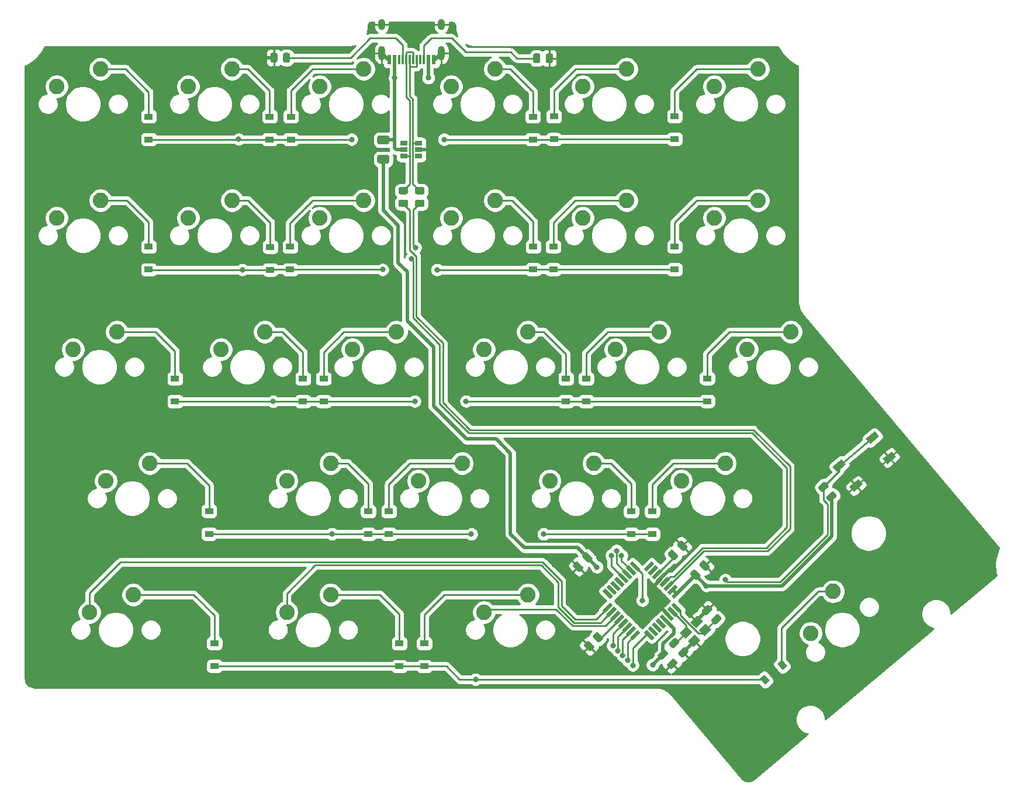
<source format=gbr>
%TF.GenerationSoftware,KiCad,Pcbnew,(5.1.9)-1*%
%TF.CreationDate,2021-07-09T15:31:46+02:00*%
%TF.ProjectId,GameHand,47616d65-4861-46e6-942e-6b696361645f,rev?*%
%TF.SameCoordinates,Original*%
%TF.FileFunction,Copper,L2,Bot*%
%TF.FilePolarity,Positive*%
%FSLAX46Y46*%
G04 Gerber Fmt 4.6, Leading zero omitted, Abs format (unit mm)*
G04 Created by KiCad (PCBNEW (5.1.9)-1) date 2021-07-09 15:31:46*
%MOMM*%
%LPD*%
G01*
G04 APERTURE LIST*
%TA.AperFunction,ComponentPad*%
%ADD10C,2.250000*%
%TD*%
%TA.AperFunction,SMDPad,CuDef*%
%ADD11R,0.600000X1.450000*%
%TD*%
%TA.AperFunction,SMDPad,CuDef*%
%ADD12R,0.300000X1.450000*%
%TD*%
%TA.AperFunction,ComponentPad*%
%ADD13O,1.000000X2.100000*%
%TD*%
%TA.AperFunction,ComponentPad*%
%ADD14O,1.000000X1.600000*%
%TD*%
%TA.AperFunction,SMDPad,CuDef*%
%ADD15C,0.100000*%
%TD*%
%TA.AperFunction,SMDPad,CuDef*%
%ADD16R,1.060000X0.650000*%
%TD*%
%TA.AperFunction,SMDPad,CuDef*%
%ADD17R,1.200000X0.900000*%
%TD*%
%TA.AperFunction,ViaPad*%
%ADD18C,0.800000*%
%TD*%
%TA.AperFunction,Conductor*%
%ADD19C,0.500000*%
%TD*%
%TA.AperFunction,Conductor*%
%ADD20C,0.250000*%
%TD*%
%TA.AperFunction,Conductor*%
%ADD21C,0.100000*%
%TD*%
G04 APERTURE END LIST*
D10*
%TO.P,MX43,2*%
%TO.N,Net-(D43-Pad2)*%
X173990000Y-95726250D03*
%TO.P,MX43,1*%
%TO.N,col3*%
X167640000Y-98266250D03*
%TD*%
%TO.P,R3,2*%
%TO.N,Net-(R3-Pad2)*%
%TA.AperFunction,SMDPad,CuDef*%
G36*
G01*
X174591043Y-121625156D02*
X173954644Y-120988757D01*
G75*
G02*
X173954644Y-120635207I176775J176775D01*
G01*
X174325877Y-120263974D01*
G75*
G02*
X174679427Y-120263974I176775J-176775D01*
G01*
X175315826Y-120900373D01*
G75*
G02*
X175315826Y-121253923I-176775J-176775D01*
G01*
X174944593Y-121625156D01*
G75*
G02*
X174591043Y-121625156I-176775J176775D01*
G01*
G37*
%TD.AperFunction*%
%TO.P,R3,1*%
%TO.N,GND*%
%TA.AperFunction,SMDPad,CuDef*%
G36*
G01*
X173300573Y-122915626D02*
X172664174Y-122279227D01*
G75*
G02*
X172664174Y-121925677I176775J176775D01*
G01*
X173035407Y-121554444D01*
G75*
G02*
X173388957Y-121554444I176775J-176775D01*
G01*
X174025356Y-122190843D01*
G75*
G02*
X174025356Y-122544393I-176775J-176775D01*
G01*
X173654123Y-122915626D01*
G75*
G02*
X173300573Y-122915626I-176775J176775D01*
G01*
G37*
%TD.AperFunction*%
%TD*%
%TO.P,R6,2*%
%TO.N,Net-(J1-PadB5)*%
%TA.AperFunction,SMDPad,CuDef*%
G36*
G01*
X166274800Y-36583198D02*
X166274800Y-37483202D01*
G75*
G02*
X166024802Y-37733200I-249998J0D01*
G01*
X165499798Y-37733200D01*
G75*
G02*
X165249800Y-37483202I0J249998D01*
G01*
X165249800Y-36583198D01*
G75*
G02*
X165499798Y-36333200I249998J0D01*
G01*
X166024802Y-36333200D01*
G75*
G02*
X166274800Y-36583198I0J-249998D01*
G01*
G37*
%TD.AperFunction*%
%TO.P,R6,1*%
%TO.N,GND*%
%TA.AperFunction,SMDPad,CuDef*%
G36*
G01*
X168099800Y-36583198D02*
X168099800Y-37483202D01*
G75*
G02*
X167849802Y-37733200I-249998J0D01*
G01*
X167324798Y-37733200D01*
G75*
G02*
X167074800Y-37483202I0J249998D01*
G01*
X167074800Y-36583198D01*
G75*
G02*
X167324798Y-36333200I249998J0D01*
G01*
X167849802Y-36333200D01*
G75*
G02*
X168099800Y-36583198I0J-249998D01*
G01*
G37*
%TD.AperFunction*%
%TD*%
%TO.P,R5,2*%
%TO.N,Net-(J1-PadA5)*%
%TA.AperFunction,SMDPad,CuDef*%
G36*
G01*
X129000200Y-37407002D02*
X129000200Y-36506998D01*
G75*
G02*
X129250198Y-36257000I249998J0D01*
G01*
X129775202Y-36257000D01*
G75*
G02*
X130025200Y-36506998I0J-249998D01*
G01*
X130025200Y-37407002D01*
G75*
G02*
X129775202Y-37657000I-249998J0D01*
G01*
X129250198Y-37657000D01*
G75*
G02*
X129000200Y-37407002I0J249998D01*
G01*
G37*
%TD.AperFunction*%
%TO.P,R5,1*%
%TO.N,GND*%
%TA.AperFunction,SMDPad,CuDef*%
G36*
G01*
X127175200Y-37407002D02*
X127175200Y-36506998D01*
G75*
G02*
X127425198Y-36257000I249998J0D01*
G01*
X127950202Y-36257000D01*
G75*
G02*
X128200200Y-36506998I0J-249998D01*
G01*
X128200200Y-37407002D01*
G75*
G02*
X127950202Y-37657000I-249998J0D01*
G01*
X127425198Y-37657000D01*
G75*
G02*
X127175200Y-37407002I0J249998D01*
G01*
G37*
%TD.AperFunction*%
%TD*%
D11*
%TO.P,J1,B1*%
%TO.N,GND*%
X150874800Y-37217400D03*
%TO.P,J1,A9*%
%TO.N,VCC*%
X150074800Y-37217400D03*
%TO.P,J1,B9*%
X145174800Y-37217400D03*
%TO.P,J1,B12*%
%TO.N,GND*%
X144374800Y-37217400D03*
%TO.P,J1,A1*%
X144374800Y-37217400D03*
%TO.P,J1,A4*%
%TO.N,VCC*%
X145174800Y-37217400D03*
%TO.P,J1,B4*%
X150074800Y-37217400D03*
%TO.P,J1,A12*%
%TO.N,GND*%
X150874800Y-37217400D03*
D12*
%TO.P,J1,B8*%
%TO.N,Net-(J1-PadB8)*%
X145874800Y-37217400D03*
%TO.P,J1,A5*%
%TO.N,Net-(J1-PadA5)*%
X146374800Y-37217400D03*
%TO.P,J1,B7*%
%TO.N,D-*%
X146874800Y-37217400D03*
%TO.P,J1,A7*%
X147874800Y-37217400D03*
%TO.P,J1,B6*%
%TO.N,D+*%
X148374800Y-37217400D03*
%TO.P,J1,A8*%
%TO.N,Net-(J1-PadA8)*%
X148874800Y-37217400D03*
%TO.P,J1,B5*%
%TO.N,Net-(J1-PadB5)*%
X149374800Y-37217400D03*
%TO.P,J1,A6*%
%TO.N,D+*%
X147374800Y-37217400D03*
D13*
%TO.P,J1,S1*%
%TO.N,GND*%
X151944800Y-36302400D03*
X143304800Y-36302400D03*
D14*
X143304800Y-32122400D03*
X151944800Y-32122400D03*
%TD*%
%TA.AperFunction,SMDPad,CuDef*%
D15*
%TO.P,U1,32*%
%TO.N,+5V*%
G36*
X185639672Y-115381035D02*
G01*
X185250763Y-114992126D01*
X186382134Y-113860755D01*
X186771043Y-114249664D01*
X185639672Y-115381035D01*
G37*
%TD.AperFunction*%
%TA.AperFunction,SMDPad,CuDef*%
%TO.P,U1,31*%
G36*
X185073986Y-114815350D02*
G01*
X184685077Y-114426441D01*
X185816448Y-113295070D01*
X186205357Y-113683979D01*
X185073986Y-114815350D01*
G37*
%TD.AperFunction*%
%TA.AperFunction,SMDPad,CuDef*%
%TO.P,U1,30*%
%TO.N,Net-(R2-Pad2)*%
G36*
X184508301Y-114249664D02*
G01*
X184119392Y-113860755D01*
X185250763Y-112729384D01*
X185639672Y-113118293D01*
X184508301Y-114249664D01*
G37*
%TD.AperFunction*%
%TA.AperFunction,SMDPad,CuDef*%
%TO.P,U1,29*%
%TO.N,Net-(R1-Pad2)*%
G36*
X183942616Y-113683979D02*
G01*
X183553707Y-113295070D01*
X184685078Y-112163699D01*
X185073987Y-112552608D01*
X183942616Y-113683979D01*
G37*
%TD.AperFunction*%
%TA.AperFunction,SMDPad,CuDef*%
%TO.P,U1,28*%
%TO.N,GND*%
G36*
X183376930Y-113118293D02*
G01*
X182988021Y-112729384D01*
X184119392Y-111598013D01*
X184508301Y-111986922D01*
X183376930Y-113118293D01*
G37*
%TD.AperFunction*%
%TA.AperFunction,SMDPad,CuDef*%
%TO.P,U1,27*%
%TO.N,Net-(C7-Pad1)*%
G36*
X182811245Y-112552608D02*
G01*
X182422336Y-112163699D01*
X183553707Y-111032328D01*
X183942616Y-111421237D01*
X182811245Y-112552608D01*
G37*
%TD.AperFunction*%
%TA.AperFunction,SMDPad,CuDef*%
%TO.P,U1,26*%
%TO.N,Net-(U1-Pad26)*%
G36*
X182245559Y-111986923D02*
G01*
X181856650Y-111598014D01*
X182988021Y-110466643D01*
X183376930Y-110855552D01*
X182245559Y-111986923D01*
G37*
%TD.AperFunction*%
%TA.AperFunction,SMDPad,CuDef*%
%TO.P,U1,25*%
%TO.N,Net-(U1-Pad25)*%
G36*
X181679874Y-111421237D02*
G01*
X181290965Y-111032328D01*
X182422336Y-109900957D01*
X182811245Y-110289866D01*
X181679874Y-111421237D01*
G37*
%TD.AperFunction*%
%TA.AperFunction,SMDPad,CuDef*%
%TO.P,U1,24*%
%TO.N,Net-(R4-Pad1)*%
G36*
X180760635Y-111032328D02*
G01*
X180371726Y-111421237D01*
X179240355Y-110289866D01*
X179629264Y-109900957D01*
X180760635Y-111032328D01*
G37*
%TD.AperFunction*%
%TA.AperFunction,SMDPad,CuDef*%
%TO.P,U1,23*%
%TO.N,col5*%
G36*
X180194950Y-111598014D02*
G01*
X179806041Y-111986923D01*
X178674670Y-110855552D01*
X179063579Y-110466643D01*
X180194950Y-111598014D01*
G37*
%TD.AperFunction*%
%TA.AperFunction,SMDPad,CuDef*%
%TO.P,U1,22*%
%TO.N,col4*%
G36*
X179629264Y-112163699D02*
G01*
X179240355Y-112552608D01*
X178108984Y-111421237D01*
X178497893Y-111032328D01*
X179629264Y-112163699D01*
G37*
%TD.AperFunction*%
%TA.AperFunction,SMDPad,CuDef*%
%TO.P,U1,21*%
%TO.N,col3*%
G36*
X179063579Y-112729384D02*
G01*
X178674670Y-113118293D01*
X177543299Y-111986922D01*
X177932208Y-111598013D01*
X179063579Y-112729384D01*
G37*
%TD.AperFunction*%
%TA.AperFunction,SMDPad,CuDef*%
%TO.P,U1,20*%
%TO.N,Net-(U1-Pad20)*%
G36*
X178497893Y-113295070D02*
G01*
X178108984Y-113683979D01*
X176977613Y-112552608D01*
X177366522Y-112163699D01*
X178497893Y-113295070D01*
G37*
%TD.AperFunction*%
%TA.AperFunction,SMDPad,CuDef*%
%TO.P,U1,19*%
%TO.N,Net-(U1-Pad19)*%
G36*
X177932208Y-113860755D02*
G01*
X177543299Y-114249664D01*
X176411928Y-113118293D01*
X176800837Y-112729384D01*
X177932208Y-113860755D01*
G37*
%TD.AperFunction*%
%TA.AperFunction,SMDPad,CuDef*%
%TO.P,U1,18*%
%TO.N,Net-(U1-Pad18)*%
G36*
X177366523Y-114426441D02*
G01*
X176977614Y-114815350D01*
X175846243Y-113683979D01*
X176235152Y-113295070D01*
X177366523Y-114426441D01*
G37*
%TD.AperFunction*%
%TA.AperFunction,SMDPad,CuDef*%
%TO.P,U1,17*%
%TO.N,Net-(U1-Pad17)*%
G36*
X176800837Y-114992126D02*
G01*
X176411928Y-115381035D01*
X175280557Y-114249664D01*
X175669466Y-113860755D01*
X176800837Y-114992126D01*
G37*
%TD.AperFunction*%
%TA.AperFunction,SMDPad,CuDef*%
%TO.P,U1,16*%
%TO.N,col0*%
G36*
X175669466Y-117431645D02*
G01*
X175280557Y-117042736D01*
X176411928Y-115911365D01*
X176800837Y-116300274D01*
X175669466Y-117431645D01*
G37*
%TD.AperFunction*%
%TA.AperFunction,SMDPad,CuDef*%
%TO.P,U1,15*%
%TO.N,col1*%
G36*
X176235152Y-117997330D02*
G01*
X175846243Y-117608421D01*
X176977614Y-116477050D01*
X177366523Y-116865959D01*
X176235152Y-117997330D01*
G37*
%TD.AperFunction*%
%TA.AperFunction,SMDPad,CuDef*%
%TO.P,U1,14*%
%TO.N,col2*%
G36*
X176800837Y-118563016D02*
G01*
X176411928Y-118174107D01*
X177543299Y-117042736D01*
X177932208Y-117431645D01*
X176800837Y-118563016D01*
G37*
%TD.AperFunction*%
%TA.AperFunction,SMDPad,CuDef*%
%TO.P,U1,13*%
%TO.N,Net-(R3-Pad2)*%
G36*
X177366522Y-119128701D02*
G01*
X176977613Y-118739792D01*
X178108984Y-117608421D01*
X178497893Y-117997330D01*
X177366522Y-119128701D01*
G37*
%TD.AperFunction*%
%TA.AperFunction,SMDPad,CuDef*%
%TO.P,U1,12*%
%TO.N,row0*%
G36*
X177932208Y-119694387D02*
G01*
X177543299Y-119305478D01*
X178674670Y-118174107D01*
X179063579Y-118563016D01*
X177932208Y-119694387D01*
G37*
%TD.AperFunction*%
%TA.AperFunction,SMDPad,CuDef*%
%TO.P,U1,11*%
%TO.N,row1*%
G36*
X178497893Y-120260072D02*
G01*
X178108984Y-119871163D01*
X179240355Y-118739792D01*
X179629264Y-119128701D01*
X178497893Y-120260072D01*
G37*
%TD.AperFunction*%
%TA.AperFunction,SMDPad,CuDef*%
%TO.P,U1,10*%
%TO.N,row2*%
G36*
X179063579Y-120825757D02*
G01*
X178674670Y-120436848D01*
X179806041Y-119305477D01*
X180194950Y-119694386D01*
X179063579Y-120825757D01*
G37*
%TD.AperFunction*%
%TA.AperFunction,SMDPad,CuDef*%
%TO.P,U1,9*%
%TO.N,row3*%
G36*
X179629264Y-121391443D02*
G01*
X179240355Y-121002534D01*
X180371726Y-119871163D01*
X180760635Y-120260072D01*
X179629264Y-121391443D01*
G37*
%TD.AperFunction*%
%TA.AperFunction,SMDPad,CuDef*%
%TO.P,U1,8*%
%TO.N,row4*%
G36*
X182811245Y-121002534D02*
G01*
X182422336Y-121391443D01*
X181290965Y-120260072D01*
X181679874Y-119871163D01*
X182811245Y-121002534D01*
G37*
%TD.AperFunction*%
%TA.AperFunction,SMDPad,CuDef*%
%TO.P,U1,7*%
%TO.N,Net-(U1-Pad7)*%
G36*
X183376930Y-120436848D02*
G01*
X182988021Y-120825757D01*
X181856650Y-119694386D01*
X182245559Y-119305477D01*
X183376930Y-120436848D01*
G37*
%TD.AperFunction*%
%TA.AperFunction,SMDPad,CuDef*%
%TO.P,U1,6*%
%TO.N,Net-(U1-Pad6)*%
G36*
X183942616Y-119871163D02*
G01*
X183553707Y-120260072D01*
X182422336Y-119128701D01*
X182811245Y-118739792D01*
X183942616Y-119871163D01*
G37*
%TD.AperFunction*%
%TA.AperFunction,SMDPad,CuDef*%
%TO.P,U1,5*%
%TO.N,Net-(U1-Pad5)*%
G36*
X184508301Y-119305478D02*
G01*
X184119392Y-119694387D01*
X182988021Y-118563016D01*
X183376930Y-118174107D01*
X184508301Y-119305478D01*
G37*
%TD.AperFunction*%
%TA.AperFunction,SMDPad,CuDef*%
%TO.P,U1,4*%
%TO.N,+5V*%
G36*
X185073987Y-118739792D02*
G01*
X184685078Y-119128701D01*
X183553707Y-117997330D01*
X183942616Y-117608421D01*
X185073987Y-118739792D01*
G37*
%TD.AperFunction*%
%TA.AperFunction,SMDPad,CuDef*%
%TO.P,U1,3*%
%TO.N,GND*%
G36*
X185639672Y-118174107D02*
G01*
X185250763Y-118563016D01*
X184119392Y-117431645D01*
X184508301Y-117042736D01*
X185639672Y-118174107D01*
G37*
%TD.AperFunction*%
%TA.AperFunction,SMDPad,CuDef*%
%TO.P,U1,2*%
%TO.N,Net-(C9-Pad1)*%
G36*
X186205357Y-117608421D02*
G01*
X185816448Y-117997330D01*
X184685077Y-116865959D01*
X185073986Y-116477050D01*
X186205357Y-117608421D01*
G37*
%TD.AperFunction*%
%TA.AperFunction,SMDPad,CuDef*%
%TO.P,U1,1*%
%TO.N,Net-(C8-Pad1)*%
G36*
X186771043Y-117042736D02*
G01*
X186382134Y-117431645D01*
X185250763Y-116300274D01*
X185639672Y-115911365D01*
X186771043Y-117042736D01*
G37*
%TD.AperFunction*%
%TD*%
D10*
%TO.P,MX55,2*%
%TO.N,Net-(D55-Pad2)*%
X164465000Y-114776250D03*
%TO.P,MX55,1*%
%TO.N,col2*%
X158115000Y-117316250D03*
%TD*%
%TO.P,MX54,2*%
%TO.N,Net-(D54-Pad2)*%
X135890000Y-114776250D03*
%TO.P,MX54,1*%
%TO.N,col1*%
X129540000Y-117316250D03*
%TD*%
%TO.P,MX53,2*%
%TO.N,Net-(D53-Pad2)*%
X107315000Y-114776250D03*
%TO.P,MX53,1*%
%TO.N,col0*%
X100965000Y-117316250D03*
%TD*%
%TO.P,MX40,2*%
%TO.N,Net-(D40-Pad2)*%
X109696250Y-95726250D03*
%TO.P,MX40,1*%
%TO.N,col0*%
X103346250Y-98266250D03*
%TD*%
%TO.P,MX27,2*%
%TO.N,Net-(D27-Pad2)*%
X104933750Y-76676250D03*
%TO.P,MX27,1*%
%TO.N,col0*%
X98583750Y-79216250D03*
%TD*%
%TO.P,MX14,2*%
%TO.N,Net-(D14-Pad2)*%
X102552500Y-57626250D03*
%TO.P,MX14,1*%
%TO.N,col0*%
X96202500Y-60166250D03*
%TD*%
%TO.P,MX58,2*%
%TO.N,Net-(D58-Pad2)*%
X208687592Y-114313014D03*
%TO.P,MX58,1*%
%TO.N,col5*%
X205455890Y-120340468D03*
%TD*%
%TA.AperFunction,SMDPad,CuDef*%
D15*
%TO.P,X1,4*%
%TO.N,GND*%
G36*
X189020288Y-117767703D02*
G01*
X189868816Y-118616231D01*
X188878866Y-119606181D01*
X188030338Y-118757653D01*
X189020288Y-117767703D01*
G37*
%TD.AperFunction*%
%TA.AperFunction,SMDPad,CuDef*%
%TO.P,X1,3*%
%TO.N,Net-(C9-Pad1)*%
G36*
X187464653Y-119323338D02*
G01*
X188313181Y-120171866D01*
X187323231Y-121161816D01*
X186474703Y-120313288D01*
X187464653Y-119323338D01*
G37*
%TD.AperFunction*%
%TA.AperFunction,SMDPad,CuDef*%
%TO.P,X1,2*%
%TO.N,GND*%
G36*
X188666734Y-120525419D02*
G01*
X189515262Y-121373947D01*
X188525312Y-122363897D01*
X187676784Y-121515369D01*
X188666734Y-120525419D01*
G37*
%TD.AperFunction*%
%TA.AperFunction,SMDPad,CuDef*%
%TO.P,X1,1*%
%TO.N,Net-(C8-Pad1)*%
G36*
X190222369Y-118969784D02*
G01*
X191070897Y-119818312D01*
X190080947Y-120808262D01*
X189232419Y-119959734D01*
X190222369Y-118969784D01*
G37*
%TD.AperFunction*%
%TD*%
D16*
%TO.P,U2,5*%
%TO.N,VCC*%
X146474000Y-50266600D03*
%TO.P,U2,6*%
%TO.N,Net-(U2-Pad6)*%
X146474000Y-49316600D03*
%TO.P,U2,4*%
%TO.N,D-*%
X146474000Y-51216600D03*
%TO.P,U2,3*%
%TO.N,Net-(U2-Pad3)*%
X148674000Y-51216600D03*
%TO.P,U2,2*%
%TO.N,GND*%
X148674000Y-50266600D03*
%TO.P,U2,1*%
%TO.N,D+*%
X148674000Y-49316600D03*
%TD*%
%TA.AperFunction,SMDPad,CuDef*%
D15*
%TO.P,RESET,2*%
%TO.N,Net-(R4-Pad1)*%
G36*
X214069600Y-92953127D02*
G01*
X213426812Y-92187082D01*
X214729088Y-91094343D01*
X215371876Y-91860388D01*
X214069600Y-92953127D01*
G37*
%TD.AperFunction*%
%TA.AperFunction,SMDPad,CuDef*%
G36*
X209243520Y-97002689D02*
G01*
X208600732Y-96236644D01*
X209903008Y-95143905D01*
X210545796Y-95909950D01*
X209243520Y-97002689D01*
G37*
%TD.AperFunction*%
%TA.AperFunction,SMDPad,CuDef*%
%TO.P,RESET,1*%
%TO.N,GND*%
G36*
X216512192Y-95864095D02*
G01*
X215869404Y-95098050D01*
X217171680Y-94005311D01*
X217814468Y-94771356D01*
X216512192Y-95864095D01*
G37*
%TD.AperFunction*%
%TA.AperFunction,SMDPad,CuDef*%
G36*
X211686112Y-99913657D02*
G01*
X211043324Y-99147612D01*
X212345600Y-98054873D01*
X212988388Y-98820918D01*
X211686112Y-99913657D01*
G37*
%TD.AperFunction*%
%TD*%
%TO.P,R4,2*%
%TO.N,+5V*%
%TA.AperFunction,SMDPad,CuDef*%
G36*
G01*
X207785993Y-100443074D02*
X208475436Y-99864562D01*
G75*
G02*
X208827642Y-99895376I160696J-191510D01*
G01*
X209165109Y-100297552D01*
G75*
G02*
X209134295Y-100649758I-191510J-160696D01*
G01*
X208444852Y-101228270D01*
G75*
G02*
X208092646Y-101197456I-160696J191510D01*
G01*
X207755179Y-100795280D01*
G75*
G02*
X207785993Y-100443074I191510J160696D01*
G01*
G37*
%TD.AperFunction*%
%TO.P,R4,1*%
%TO.N,Net-(R4-Pad1)*%
%TA.AperFunction,SMDPad,CuDef*%
G36*
G01*
X206612905Y-99045042D02*
X207302348Y-98466530D01*
G75*
G02*
X207654554Y-98497344I160696J-191510D01*
G01*
X207992021Y-98899520D01*
G75*
G02*
X207961207Y-99251726I-191510J-160696D01*
G01*
X207271764Y-99830238D01*
G75*
G02*
X206919558Y-99799424I-160696J191510D01*
G01*
X206582091Y-99397248D01*
G75*
G02*
X206612905Y-99045042I191510J160696D01*
G01*
G37*
%TD.AperFunction*%
%TD*%
%TO.P,R2,2*%
%TO.N,Net-(R2-Pad2)*%
%TA.AperFunction,SMDPad,CuDef*%
G36*
G01*
X145980998Y-57550000D02*
X146881002Y-57550000D01*
G75*
G02*
X147131000Y-57799998I0J-249998D01*
G01*
X147131000Y-58325002D01*
G75*
G02*
X146881002Y-58575000I-249998J0D01*
G01*
X145980998Y-58575000D01*
G75*
G02*
X145731000Y-58325002I0J249998D01*
G01*
X145731000Y-57799998D01*
G75*
G02*
X145980998Y-57550000I249998J0D01*
G01*
G37*
%TD.AperFunction*%
%TO.P,R2,1*%
%TO.N,D-*%
%TA.AperFunction,SMDPad,CuDef*%
G36*
G01*
X145980998Y-55725000D02*
X146881002Y-55725000D01*
G75*
G02*
X147131000Y-55974998I0J-249998D01*
G01*
X147131000Y-56500002D01*
G75*
G02*
X146881002Y-56750000I-249998J0D01*
G01*
X145980998Y-56750000D01*
G75*
G02*
X145731000Y-56500002I0J249998D01*
G01*
X145731000Y-55974998D01*
G75*
G02*
X145980998Y-55725000I249998J0D01*
G01*
G37*
%TD.AperFunction*%
%TD*%
%TO.P,R1,2*%
%TO.N,Net-(R1-Pad2)*%
%TA.AperFunction,SMDPad,CuDef*%
G36*
G01*
X148368598Y-57550000D02*
X149268602Y-57550000D01*
G75*
G02*
X149518600Y-57799998I0J-249998D01*
G01*
X149518600Y-58325002D01*
G75*
G02*
X149268602Y-58575000I-249998J0D01*
G01*
X148368598Y-58575000D01*
G75*
G02*
X148118600Y-58325002I0J249998D01*
G01*
X148118600Y-57799998D01*
G75*
G02*
X148368598Y-57550000I249998J0D01*
G01*
G37*
%TD.AperFunction*%
%TO.P,R1,1*%
%TO.N,D+*%
%TA.AperFunction,SMDPad,CuDef*%
G36*
G01*
X148368598Y-55725000D02*
X149268602Y-55725000D01*
G75*
G02*
X149518600Y-55974998I0J-249998D01*
G01*
X149518600Y-56500002D01*
G75*
G02*
X149268602Y-56750000I-249998J0D01*
G01*
X148368598Y-56750000D01*
G75*
G02*
X148118600Y-56500002I0J249998D01*
G01*
X148118600Y-55974998D01*
G75*
G02*
X148368598Y-55725000I249998J0D01*
G01*
G37*
%TD.AperFunction*%
%TD*%
D10*
%TO.P,MX44,2*%
%TO.N,Net-(D44-Pad2)*%
X193040000Y-95726250D03*
%TO.P,MX44,1*%
%TO.N,col4*%
X186690000Y-98266250D03*
%TD*%
%TO.P,MX42,2*%
%TO.N,Net-(D42-Pad2)*%
X154940000Y-95726250D03*
%TO.P,MX42,1*%
%TO.N,col2*%
X148590000Y-98266250D03*
%TD*%
%TO.P,MX41,2*%
%TO.N,Net-(D41-Pad2)*%
X135890000Y-95726250D03*
%TO.P,MX41,1*%
%TO.N,col1*%
X129540000Y-98266250D03*
%TD*%
%TO.P,MX32,2*%
%TO.N,Net-(D32-Pad2)*%
X202565000Y-76676250D03*
%TO.P,MX32,1*%
%TO.N,col5*%
X196215000Y-79216250D03*
%TD*%
%TO.P,MX31,2*%
%TO.N,Net-(D31-Pad2)*%
X183515000Y-76676250D03*
%TO.P,MX31,1*%
%TO.N,col4*%
X177165000Y-79216250D03*
%TD*%
%TO.P,MX30,2*%
%TO.N,Net-(D30-Pad2)*%
X164465000Y-76676250D03*
%TO.P,MX30,1*%
%TO.N,col3*%
X158115000Y-79216250D03*
%TD*%
%TO.P,MX29,2*%
%TO.N,Net-(D29-Pad2)*%
X145415000Y-76676250D03*
%TO.P,MX29,1*%
%TO.N,col2*%
X139065000Y-79216250D03*
%TD*%
%TO.P,MX28,2*%
%TO.N,Net-(D28-Pad2)*%
X126365000Y-76676250D03*
%TO.P,MX28,1*%
%TO.N,col1*%
X120015000Y-79216250D03*
%TD*%
%TO.P,MX19,2*%
%TO.N,Net-(D19-Pad2)*%
X197802500Y-57626250D03*
%TO.P,MX19,1*%
%TO.N,col5*%
X191452500Y-60166250D03*
%TD*%
%TO.P,MX18,2*%
%TO.N,Net-(D18-Pad2)*%
X178752500Y-57626250D03*
%TO.P,MX18,1*%
%TO.N,col4*%
X172402500Y-60166250D03*
%TD*%
%TO.P,MX17,2*%
%TO.N,Net-(D17-Pad2)*%
X159702500Y-57626250D03*
%TO.P,MX17,1*%
%TO.N,col3*%
X153352500Y-60166250D03*
%TD*%
%TO.P,MX16,2*%
%TO.N,Net-(D16-Pad2)*%
X140652500Y-57626250D03*
%TO.P,MX16,1*%
%TO.N,col2*%
X134302500Y-60166250D03*
%TD*%
%TO.P,MX15,2*%
%TO.N,Net-(D15-Pad2)*%
X121602500Y-57626250D03*
%TO.P,MX15,1*%
%TO.N,col1*%
X115252500Y-60166250D03*
%TD*%
%TO.P,MX6,2*%
%TO.N,Net-(D6-Pad2)*%
X197802500Y-38576250D03*
%TO.P,MX6,1*%
%TO.N,col5*%
X191452500Y-41116250D03*
%TD*%
%TO.P,MX5,2*%
%TO.N,Net-(D5-Pad2)*%
X178752500Y-38576250D03*
%TO.P,MX5,1*%
%TO.N,col4*%
X172402500Y-41116250D03*
%TD*%
%TO.P,MX4,2*%
%TO.N,Net-(D4-Pad2)*%
X159702500Y-38576250D03*
%TO.P,MX4,1*%
%TO.N,col3*%
X153352500Y-41116250D03*
%TD*%
%TO.P,MX3,2*%
%TO.N,Net-(D3-Pad2)*%
X140652500Y-38576250D03*
%TO.P,MX3,1*%
%TO.N,col2*%
X134302500Y-41116250D03*
%TD*%
%TO.P,MX2,2*%
%TO.N,Net-(D2-Pad2)*%
X121602500Y-38576250D03*
%TO.P,MX2,1*%
%TO.N,col1*%
X115252500Y-41116250D03*
%TD*%
%TO.P,MX1,2*%
%TO.N,Net-(D1-Pad2)*%
X102552500Y-38576250D03*
%TO.P,MX1,1*%
%TO.N,col0*%
X96202500Y-41116250D03*
%TD*%
%TO.P,F1,2*%
%TO.N,VCC*%
%TA.AperFunction,SMDPad,CuDef*%
G36*
G01*
X144160400Y-49491600D02*
X142910400Y-49491600D01*
G75*
G02*
X142660400Y-49241600I0J250000D01*
G01*
X142660400Y-48491600D01*
G75*
G02*
X142910400Y-48241600I250000J0D01*
G01*
X144160400Y-48241600D01*
G75*
G02*
X144410400Y-48491600I0J-250000D01*
G01*
X144410400Y-49241600D01*
G75*
G02*
X144160400Y-49491600I-250000J0D01*
G01*
G37*
%TD.AperFunction*%
%TO.P,F1,1*%
%TO.N,+5V*%
%TA.AperFunction,SMDPad,CuDef*%
G36*
G01*
X144160400Y-52291600D02*
X142910400Y-52291600D01*
G75*
G02*
X142660400Y-52041600I0J250000D01*
G01*
X142660400Y-51291600D01*
G75*
G02*
X142910400Y-51041600I250000J0D01*
G01*
X144160400Y-51041600D01*
G75*
G02*
X144410400Y-51291600I0J-250000D01*
G01*
X144410400Y-52041600D01*
G75*
G02*
X144160400Y-52291600I-250000J0D01*
G01*
G37*
%TD.AperFunction*%
%TD*%
%TA.AperFunction,SMDPad,CuDef*%
D15*
%TO.P,D58,2*%
%TO.N,Net-(D58-Pad2)*%
G36*
X201355326Y-125723081D02*
G01*
X200583980Y-124803828D01*
X201273420Y-124225319D01*
X202044766Y-125144572D01*
X201355326Y-125723081D01*
G37*
%TD.AperFunction*%
%TA.AperFunction,SMDPad,CuDef*%
%TO.P,D58,1*%
%TO.N,row4*%
G36*
X198827380Y-127844281D02*
G01*
X198056034Y-126925028D01*
X198745474Y-126346519D01*
X199516820Y-127265772D01*
X198827380Y-127844281D01*
G37*
%TD.AperFunction*%
%TD*%
D17*
%TO.P,D55,2*%
%TO.N,Net-(D55-Pad2)*%
X149479000Y-121844800D03*
%TO.P,D55,1*%
%TO.N,row4*%
X149479000Y-125144800D03*
%TD*%
%TO.P,D54,2*%
%TO.N,Net-(D54-Pad2)*%
X145846800Y-121844800D03*
%TO.P,D54,1*%
%TO.N,row4*%
X145846800Y-125144800D03*
%TD*%
%TO.P,D53,2*%
%TO.N,Net-(D53-Pad2)*%
X119075200Y-121819400D03*
%TO.P,D53,1*%
%TO.N,row4*%
X119075200Y-125119400D03*
%TD*%
%TO.P,D44,2*%
%TO.N,Net-(D44-Pad2)*%
X182499000Y-102693200D03*
%TO.P,D44,1*%
%TO.N,row3*%
X182499000Y-105993200D03*
%TD*%
%TO.P,D43,2*%
%TO.N,Net-(D43-Pad2)*%
X179451000Y-102693200D03*
%TO.P,D43,1*%
%TO.N,row3*%
X179451000Y-105993200D03*
%TD*%
%TO.P,D42,2*%
%TO.N,Net-(D42-Pad2)*%
X144348200Y-102693200D03*
%TO.P,D42,1*%
%TO.N,row3*%
X144348200Y-105993200D03*
%TD*%
%TO.P,D41,2*%
%TO.N,Net-(D41-Pad2)*%
X141351000Y-102693200D03*
%TO.P,D41,1*%
%TO.N,row3*%
X141351000Y-105993200D03*
%TD*%
%TO.P,D40,2*%
%TO.N,Net-(D40-Pad2)*%
X118287800Y-102667800D03*
%TO.P,D40,1*%
%TO.N,row3*%
X118287800Y-105967800D03*
%TD*%
%TO.P,D32,2*%
%TO.N,Net-(D32-Pad2)*%
X190449200Y-83440000D03*
%TO.P,D32,1*%
%TO.N,row2*%
X190449200Y-86740000D03*
%TD*%
%TO.P,D31,2*%
%TO.N,Net-(D31-Pad2)*%
X172923200Y-83465400D03*
%TO.P,D31,1*%
%TO.N,row2*%
X172923200Y-86765400D03*
%TD*%
%TO.P,D30,2*%
%TO.N,Net-(D30-Pad2)*%
X169976800Y-83465400D03*
%TO.P,D30,1*%
%TO.N,row2*%
X169976800Y-86765400D03*
%TD*%
%TO.P,D29,2*%
%TO.N,Net-(D29-Pad2)*%
X134874000Y-83465400D03*
%TO.P,D29,1*%
%TO.N,row2*%
X134874000Y-86765400D03*
%TD*%
%TO.P,D28,2*%
%TO.N,Net-(D28-Pad2)*%
X131902200Y-83465400D03*
%TO.P,D28,1*%
%TO.N,row2*%
X131902200Y-86765400D03*
%TD*%
%TO.P,D27,2*%
%TO.N,Net-(D27-Pad2)*%
X113360200Y-83465400D03*
%TO.P,D27,1*%
%TO.N,row2*%
X113360200Y-86765400D03*
%TD*%
%TO.P,D19,2*%
%TO.N,Net-(D19-Pad2)*%
X185724800Y-64339200D03*
%TO.P,D19,1*%
%TO.N,row1*%
X185724800Y-67639200D03*
%TD*%
%TO.P,D18,2*%
%TO.N,Net-(D18-Pad2)*%
X168148000Y-64339200D03*
%TO.P,D18,1*%
%TO.N,row1*%
X168148000Y-67639200D03*
%TD*%
%TO.P,D17,2*%
%TO.N,Net-(D17-Pad2)*%
X165252400Y-64339200D03*
%TO.P,D17,1*%
%TO.N,row1*%
X165252400Y-67639200D03*
%TD*%
%TO.P,D16,2*%
%TO.N,Net-(D16-Pad2)*%
X130022600Y-64364600D03*
%TO.P,D16,1*%
%TO.N,row1*%
X130022600Y-67664600D03*
%TD*%
%TO.P,D15,2*%
%TO.N,Net-(D15-Pad2)*%
X127152400Y-64390000D03*
%TO.P,D15,1*%
%TO.N,row1*%
X127152400Y-67690000D03*
%TD*%
%TO.P,D14,2*%
%TO.N,Net-(D14-Pad2)*%
X109524800Y-64364600D03*
%TO.P,D14,1*%
%TO.N,row1*%
X109524800Y-67664600D03*
%TD*%
%TO.P,D6,2*%
%TO.N,Net-(D6-Pad2)*%
X185724800Y-45441600D03*
%TO.P,D6,1*%
%TO.N,row0*%
X185724800Y-48741600D03*
%TD*%
%TO.P,D5,2*%
%TO.N,Net-(D5-Pad2)*%
X168249600Y-45467000D03*
%TO.P,D5,1*%
%TO.N,row0*%
X168249600Y-48767000D03*
%TD*%
%TO.P,D4,2*%
%TO.N,Net-(D4-Pad2)*%
X165201600Y-45492400D03*
%TO.P,D4,1*%
%TO.N,row0*%
X165201600Y-48792400D03*
%TD*%
%TO.P,D3,2*%
%TO.N,Net-(D3-Pad2)*%
X130149600Y-45492400D03*
%TO.P,D3,1*%
%TO.N,row0*%
X130149600Y-48792400D03*
%TD*%
%TO.P,D2,2*%
%TO.N,Net-(D2-Pad2)*%
X127076200Y-45492400D03*
%TO.P,D2,1*%
%TO.N,row0*%
X127076200Y-48792400D03*
%TD*%
%TO.P,D1,2*%
%TO.N,Net-(D1-Pad2)*%
X109550200Y-45492400D03*
%TO.P,D1,1*%
%TO.N,row0*%
X109550200Y-48792400D03*
%TD*%
%TO.P,C9,2*%
%TO.N,GND*%
%TA.AperFunction,SMDPad,CuDef*%
G36*
G01*
X186316723Y-123107473D02*
X186988474Y-122435722D01*
G75*
G02*
X187342028Y-122435722I176777J-176777D01*
G01*
X187695581Y-122789275D01*
G75*
G02*
X187695581Y-123142829I-176777J-176777D01*
G01*
X187023830Y-123814580D01*
G75*
G02*
X186670276Y-123814580I-176777J176777D01*
G01*
X186316723Y-123461027D01*
G75*
G02*
X186316723Y-123107473I176777J176777D01*
G01*
G37*
%TD.AperFunction*%
%TO.P,C9,1*%
%TO.N,Net-(C9-Pad1)*%
%TA.AperFunction,SMDPad,CuDef*%
G36*
G01*
X184973221Y-121763971D02*
X185644972Y-121092220D01*
G75*
G02*
X185998526Y-121092220I176777J-176777D01*
G01*
X186352079Y-121445773D01*
G75*
G02*
X186352079Y-121799327I-176777J-176777D01*
G01*
X185680328Y-122471078D01*
G75*
G02*
X185326774Y-122471078I-176777J176777D01*
G01*
X184973221Y-122117525D01*
G75*
G02*
X184973221Y-121763971I176777J176777D01*
G01*
G37*
%TD.AperFunction*%
%TD*%
%TO.P,C8,2*%
%TO.N,GND*%
%TA.AperFunction,SMDPad,CuDef*%
G36*
G01*
X191127278Y-117024127D02*
X190455527Y-117695878D01*
G75*
G02*
X190101973Y-117695878I-176777J176777D01*
G01*
X189748420Y-117342325D01*
G75*
G02*
X189748420Y-116988771I176777J176777D01*
G01*
X190420171Y-116317020D01*
G75*
G02*
X190773725Y-116317020I176777J-176777D01*
G01*
X191127278Y-116670573D01*
G75*
G02*
X191127278Y-117024127I-176777J-176777D01*
G01*
G37*
%TD.AperFunction*%
%TO.P,C8,1*%
%TO.N,Net-(C8-Pad1)*%
%TA.AperFunction,SMDPad,CuDef*%
G36*
G01*
X192470780Y-118367629D02*
X191799029Y-119039380D01*
G75*
G02*
X191445475Y-119039380I-176777J176777D01*
G01*
X191091922Y-118685827D01*
G75*
G02*
X191091922Y-118332273I176777J176777D01*
G01*
X191763673Y-117660522D01*
G75*
G02*
X192117227Y-117660522I176777J-176777D01*
G01*
X192470780Y-118014075D01*
G75*
G02*
X192470780Y-118367629I-176777J-176777D01*
G01*
G37*
%TD.AperFunction*%
%TD*%
%TO.P,C7,2*%
%TO.N,GND*%
%TA.AperFunction,SMDPad,CuDef*%
G36*
G01*
X186836073Y-108374078D02*
X186164322Y-107702327D01*
G75*
G02*
X186164322Y-107348773I176777J176777D01*
G01*
X186517875Y-106995220D01*
G75*
G02*
X186871429Y-106995220I176777J-176777D01*
G01*
X187543180Y-107666971D01*
G75*
G02*
X187543180Y-108020525I-176777J-176777D01*
G01*
X187189627Y-108374078D01*
G75*
G02*
X186836073Y-108374078I-176777J176777D01*
G01*
G37*
%TD.AperFunction*%
%TO.P,C7,1*%
%TO.N,Net-(C7-Pad1)*%
%TA.AperFunction,SMDPad,CuDef*%
G36*
G01*
X185492571Y-109717580D02*
X184820820Y-109045829D01*
G75*
G02*
X184820820Y-108692275I176777J176777D01*
G01*
X185174373Y-108338722D01*
G75*
G02*
X185527927Y-108338722I176777J-176777D01*
G01*
X186199678Y-109010473D01*
G75*
G02*
X186199678Y-109364027I-176777J-176777D01*
G01*
X185846125Y-109717580D01*
G75*
G02*
X185492571Y-109717580I-176777J176777D01*
G01*
G37*
%TD.AperFunction*%
%TD*%
%TO.P,C3,2*%
%TO.N,GND*%
%TA.AperFunction,SMDPad,CuDef*%
G36*
G01*
X184691122Y-124783873D02*
X185362873Y-124112122D01*
G75*
G02*
X185716427Y-124112122I176777J-176777D01*
G01*
X186069980Y-124465675D01*
G75*
G02*
X186069980Y-124819229I-176777J-176777D01*
G01*
X185398229Y-125490980D01*
G75*
G02*
X185044675Y-125490980I-176777J176777D01*
G01*
X184691122Y-125137427D01*
G75*
G02*
X184691122Y-124783873I176777J176777D01*
G01*
G37*
%TD.AperFunction*%
%TO.P,C3,1*%
%TO.N,+5V*%
%TA.AperFunction,SMDPad,CuDef*%
G36*
G01*
X183347620Y-123440371D02*
X184019371Y-122768620D01*
G75*
G02*
X184372925Y-122768620I176777J-176777D01*
G01*
X184726478Y-123122173D01*
G75*
G02*
X184726478Y-123475727I-176777J-176777D01*
G01*
X184054727Y-124147478D01*
G75*
G02*
X183701173Y-124147478I-176777J176777D01*
G01*
X183347620Y-123793925D01*
G75*
G02*
X183347620Y-123440371I176777J176777D01*
G01*
G37*
%TD.AperFunction*%
%TD*%
%TO.P,C2,2*%
%TO.N,GND*%
%TA.AperFunction,SMDPad,CuDef*%
G36*
G01*
X190061873Y-111244278D02*
X189390122Y-110572527D01*
G75*
G02*
X189390122Y-110218973I176777J176777D01*
G01*
X189743675Y-109865420D01*
G75*
G02*
X190097229Y-109865420I176777J-176777D01*
G01*
X190768980Y-110537171D01*
G75*
G02*
X190768980Y-110890725I-176777J-176777D01*
G01*
X190415427Y-111244278D01*
G75*
G02*
X190061873Y-111244278I-176777J176777D01*
G01*
G37*
%TD.AperFunction*%
%TO.P,C2,1*%
%TO.N,+5V*%
%TA.AperFunction,SMDPad,CuDef*%
G36*
G01*
X188718371Y-112587780D02*
X188046620Y-111916029D01*
G75*
G02*
X188046620Y-111562475I176777J176777D01*
G01*
X188400173Y-111208922D01*
G75*
G02*
X188753727Y-111208922I176777J-176777D01*
G01*
X189425478Y-111880673D01*
G75*
G02*
X189425478Y-112234227I-176777J-176777D01*
G01*
X189071925Y-112587780D01*
G75*
G02*
X188718371Y-112587780I-176777J176777D01*
G01*
G37*
%TD.AperFunction*%
%TD*%
%TO.P,C1,2*%
%TO.N,GND*%
%TA.AperFunction,SMDPad,CuDef*%
G36*
G01*
X171775176Y-110026473D02*
X172446927Y-110698224D01*
G75*
G02*
X172446927Y-111051778I-176777J-176777D01*
G01*
X172093374Y-111405331D01*
G75*
G02*
X171739820Y-111405331I-176777J176777D01*
G01*
X171068069Y-110733580D01*
G75*
G02*
X171068069Y-110380026I176777J176777D01*
G01*
X171421622Y-110026473D01*
G75*
G02*
X171775176Y-110026473I176777J-176777D01*
G01*
G37*
%TD.AperFunction*%
%TO.P,C1,1*%
%TO.N,+5V*%
%TA.AperFunction,SMDPad,CuDef*%
G36*
G01*
X173118678Y-108682971D02*
X173790429Y-109354722D01*
G75*
G02*
X173790429Y-109708276I-176777J-176777D01*
G01*
X173436876Y-110061829D01*
G75*
G02*
X173083322Y-110061829I-176777J176777D01*
G01*
X172411571Y-109390078D01*
G75*
G02*
X172411571Y-109036524I176777J176777D01*
G01*
X172765124Y-108682971D01*
G75*
G02*
X173118678Y-108682971I176777J-176777D01*
G01*
G37*
%TD.AperFunction*%
%TD*%
D18*
%TO.N,GND*%
X145389600Y-54279800D03*
%TO.N,+5V*%
X190322200Y-113487200D03*
X174472600Y-110769400D03*
X182549800Y-124942600D03*
%TO.N,row0*%
X138938000Y-48793400D03*
X152349200Y-48793400D03*
X122580400Y-48768000D03*
X176784000Y-122174000D03*
%TO.N,row1*%
X143433800Y-67665600D03*
X151333200Y-67691000D03*
X123113800Y-67691000D03*
X177495200Y-122885200D03*
%TO.N,row2*%
X148082000Y-86741000D03*
X155524200Y-86741000D03*
X127584200Y-86766400D03*
X178206400Y-123596400D03*
%TO.N,row3*%
X156286200Y-105994200D03*
X136092200Y-105967800D03*
X166751000Y-105994200D03*
X178943000Y-124307600D03*
%TO.N,row4*%
X156895800Y-127050800D03*
X179679600Y-124993400D03*
%TO.N,VCC*%
X145186400Y-39878000D03*
X150063200Y-39878000D03*
%TO.N,col3*%
X176592400Y-109097677D03*
%TO.N,col4*%
X177317400Y-108407200D03*
%TO.N,col5*%
X178042400Y-109100310D03*
%TO.N,Net-(R1-Pad2)*%
X147598300Y-66116200D03*
X148183600Y-64465200D03*
%TO.N,Net-(R4-Pad1)*%
X193073505Y-112615495D03*
X181076600Y-115595400D03*
%TD*%
D19*
%TO.N,GND*%
X144219800Y-37217400D02*
X143304800Y-36302400D01*
X144374800Y-37217400D02*
X144219800Y-37217400D01*
X151029800Y-37217400D02*
X151944800Y-36302400D01*
X150874800Y-37217400D02*
X151029800Y-37217400D01*
X148674000Y-50266600D02*
X150291800Y-50266600D01*
X127687700Y-36957000D02*
X126288800Y-36957000D01*
X188949577Y-118494721D02*
X190437849Y-117006449D01*
X188949577Y-118686942D02*
X188949577Y-118494721D01*
X188596023Y-121535280D02*
X187006152Y-123125151D01*
X188596023Y-121444658D02*
X188596023Y-121535280D01*
X183748161Y-112358153D02*
X185082914Y-111023400D01*
X185082914Y-111023400D02*
X185343800Y-111023400D01*
X183748161Y-112464205D02*
X182801366Y-113411000D01*
X183748161Y-112358153D02*
X183748161Y-112464205D01*
X184879532Y-117802876D02*
X184879532Y-117772732D01*
X184879532Y-117772732D02*
X183870600Y-116763800D01*
%TO.N,+5V*%
X184037049Y-123458049D02*
X184037049Y-121931351D01*
X184037049Y-121931351D02*
X185623200Y-120345200D01*
X185623200Y-119677914D02*
X184313847Y-118368561D01*
X185623200Y-120345200D02*
X185623200Y-119677914D01*
X185445218Y-114055210D02*
X186010903Y-114620895D01*
X185445217Y-114055210D02*
X185445218Y-114055210D01*
X186013505Y-114620895D02*
X188736049Y-111898351D01*
X186010903Y-114620895D02*
X186013505Y-114620895D01*
X190322200Y-113484502D02*
X188736049Y-111898351D01*
X190322200Y-113487200D02*
X190322200Y-113484502D01*
X190322200Y-113487200D02*
X201295000Y-113487200D01*
X208460144Y-106322056D02*
X208460144Y-100546416D01*
X201295000Y-113487200D02*
X208460144Y-106322056D01*
X143535400Y-59080400D02*
X143535400Y-51666600D01*
X145694400Y-61239400D02*
X143535400Y-59080400D01*
X145694400Y-66700400D02*
X145694400Y-61239400D01*
X146989800Y-75082400D02*
X146989800Y-67995800D01*
X150799800Y-87477600D02*
X150799800Y-78892400D01*
X150799800Y-78892400D02*
X146989800Y-75082400D01*
X155536900Y-92214700D02*
X150799800Y-87477600D01*
X161950400Y-94310200D02*
X159854900Y-92214700D01*
X159854900Y-92214700D02*
X155536900Y-92214700D01*
X161950400Y-104394000D02*
X161950400Y-94310200D01*
X146989800Y-67995800D02*
X145694400Y-66700400D01*
X161950400Y-104394000D02*
X161950400Y-105943400D01*
X161950400Y-105943400D02*
X163957000Y-107950000D01*
X171678600Y-107950000D02*
X173101000Y-109372400D01*
X163957000Y-107950000D02*
X171678600Y-107950000D01*
X173101000Y-109397800D02*
X174472600Y-110769400D01*
X173101000Y-109372400D02*
X173101000Y-109397800D01*
X184034351Y-123458049D02*
X182549800Y-124942600D01*
X184037049Y-123458049D02*
X184034351Y-123458049D01*
D20*
%TO.N,Net-(C7-Pad1)*%
X183203132Y-111792468D02*
X185789649Y-109205951D01*
X183182476Y-111792468D02*
X183203132Y-111792468D01*
%TO.N,Net-(C8-Pad1)*%
X189656683Y-120383998D02*
X190151658Y-119889023D01*
X189192598Y-120383998D02*
X189656683Y-120383998D01*
X186530367Y-117190969D02*
X186010903Y-116671505D01*
X186530367Y-117721767D02*
X186530367Y-117190969D01*
X189192598Y-120383998D02*
X186530367Y-117721767D01*
X190242279Y-119889023D02*
X191781351Y-118349951D01*
X190151658Y-119889023D02*
X190242279Y-119889023D01*
%TO.N,Net-(C9-Pad1)*%
X187393942Y-120242577D02*
X187393942Y-119221752D01*
X185445217Y-117273027D02*
X185445217Y-117237190D01*
X187393942Y-119221752D02*
X185445217Y-117273027D01*
X185854870Y-121781649D02*
X187393942Y-120242577D01*
X185662650Y-121781649D02*
X185854870Y-121781649D01*
%TO.N,Net-(D1-Pad2)*%
X109550200Y-45492400D02*
X109550200Y-41935400D01*
X106191050Y-38576250D02*
X102552500Y-38576250D01*
X109550200Y-41935400D02*
X106191050Y-38576250D01*
%TO.N,row0*%
X127076200Y-48792400D02*
X130149600Y-48792400D01*
X168224200Y-48792400D02*
X168249600Y-48767000D01*
X165201600Y-48792400D02*
X168224200Y-48792400D01*
X185699400Y-48767000D02*
X185724800Y-48741600D01*
X168249600Y-48767000D02*
X185699400Y-48767000D01*
X138937000Y-48792400D02*
X138938000Y-48793400D01*
X130149600Y-48792400D02*
X138937000Y-48792400D01*
X165200600Y-48793400D02*
X165201600Y-48792400D01*
X152349200Y-48793400D02*
X165200600Y-48793400D01*
X122604800Y-48792400D02*
X122580400Y-48768000D01*
X122606800Y-48792400D02*
X122604800Y-48792400D01*
X122606800Y-48792400D02*
X127076200Y-48792400D01*
X122326400Y-48768000D02*
X122302000Y-48792400D01*
X122580400Y-48768000D02*
X122326400Y-48768000D01*
X122302000Y-48792400D02*
X122606800Y-48792400D01*
X109550200Y-48792400D02*
X122302000Y-48792400D01*
X178303439Y-118934247D02*
X176784000Y-120453686D01*
X176784000Y-120453686D02*
X176784000Y-122174000D01*
%TO.N,Net-(D2-Pad2)*%
X127076200Y-45492400D02*
X127076200Y-41757600D01*
X123894850Y-38576250D02*
X121602500Y-38576250D01*
X127076200Y-41757600D02*
X123894850Y-38576250D01*
%TO.N,Net-(D3-Pad2)*%
X130149600Y-45492400D02*
X130149600Y-41757600D01*
X133330950Y-38576250D02*
X140652500Y-38576250D01*
X130149600Y-41757600D02*
X133330950Y-38576250D01*
%TO.N,Net-(D4-Pad2)*%
X165201600Y-45492400D02*
X165201600Y-41859200D01*
X161918650Y-38576250D02*
X159702500Y-38576250D01*
X165201600Y-41859200D02*
X161918650Y-38576250D01*
%TO.N,Net-(D5-Pad2)*%
X168249600Y-45467000D02*
X168249600Y-41706800D01*
X171380150Y-38576250D02*
X178752500Y-38576250D01*
X168249600Y-41706800D02*
X171380150Y-38576250D01*
%TO.N,Net-(D6-Pad2)*%
X185724800Y-45441600D02*
X185724800Y-41783000D01*
X188931550Y-38576250D02*
X197802500Y-38576250D01*
X185724800Y-41783000D02*
X188931550Y-38576250D01*
%TO.N,Net-(D14-Pad2)*%
X109524800Y-64364600D02*
X109524800Y-60731400D01*
X106419650Y-57626250D02*
X102552500Y-57626250D01*
X109524800Y-60731400D02*
X106419650Y-57626250D01*
%TO.N,row1*%
X185724800Y-67639200D02*
X168148000Y-67639200D01*
X168148000Y-67639200D02*
X165252400Y-67639200D01*
X127177800Y-67664600D02*
X127152400Y-67690000D01*
X130022600Y-67664600D02*
X127177800Y-67664600D01*
X109550200Y-67690000D02*
X109524800Y-67664600D01*
X143432800Y-67664600D02*
X143433800Y-67665600D01*
X130022600Y-67664600D02*
X143432800Y-67664600D01*
X165200600Y-67691000D02*
X165252400Y-67639200D01*
X151333200Y-67691000D02*
X165200600Y-67691000D01*
X123114800Y-67690000D02*
X123113800Y-67691000D01*
X127152400Y-67690000D02*
X123114800Y-67690000D01*
X123114800Y-67690000D02*
X109550200Y-67690000D01*
X177509001Y-120860055D02*
X177509001Y-122871399D01*
X177509001Y-122871399D02*
X177495200Y-122885200D01*
X178869124Y-119499932D02*
X177509001Y-120860055D01*
%TO.N,Net-(D15-Pad2)*%
X127152400Y-64390000D02*
X127152400Y-60833000D01*
X123945650Y-57626250D02*
X121602500Y-57626250D01*
X127152400Y-60833000D02*
X123945650Y-57626250D01*
%TO.N,Net-(D16-Pad2)*%
X130022600Y-64364600D02*
X130022600Y-60909200D01*
X133305550Y-57626250D02*
X140652500Y-57626250D01*
X130022600Y-60909200D02*
X133305550Y-57626250D01*
%TO.N,Net-(D17-Pad2)*%
X165252400Y-64339200D02*
X165252400Y-60706000D01*
X162172650Y-57626250D02*
X159702500Y-57626250D01*
X165252400Y-60706000D02*
X162172650Y-57626250D01*
%TO.N,Net-(D18-Pad2)*%
X168148000Y-64339200D02*
X168148000Y-60833000D01*
X171354750Y-57626250D02*
X178752500Y-57626250D01*
X168148000Y-60833000D02*
X171354750Y-57626250D01*
%TO.N,Net-(D19-Pad2)*%
X185724800Y-64339200D02*
X185724800Y-60833000D01*
X188931550Y-57626250D02*
X197802500Y-57626250D01*
X185724800Y-60833000D02*
X188931550Y-57626250D01*
%TO.N,Net-(D27-Pad2)*%
X113360200Y-83465400D02*
X113360200Y-79476600D01*
X110559850Y-76676250D02*
X104933750Y-76676250D01*
X113360200Y-79476600D02*
X110559850Y-76676250D01*
%TO.N,row2*%
X172948600Y-86740000D02*
X172923200Y-86765400D01*
X190449200Y-86740000D02*
X172948600Y-86740000D01*
X172923200Y-86765400D02*
X169976800Y-86765400D01*
X134874000Y-86765400D02*
X131902200Y-86765400D01*
X148057600Y-86765400D02*
X148082000Y-86741000D01*
X134874000Y-86765400D02*
X148057600Y-86765400D01*
X169952400Y-86741000D02*
X169976800Y-86765400D01*
X155524200Y-86741000D02*
X169952400Y-86741000D01*
X127583200Y-86765400D02*
X127584200Y-86766400D01*
X127483600Y-86765400D02*
X127583200Y-86765400D01*
X131902200Y-86765400D02*
X127483600Y-86765400D01*
X127483600Y-86765400D02*
X113360200Y-86765400D01*
X178220201Y-123582599D02*
X178206400Y-123596400D01*
X178220201Y-121280226D02*
X178220201Y-123582599D01*
X179434810Y-120065617D02*
X178220201Y-121280226D01*
%TO.N,Net-(D28-Pad2)*%
X131902200Y-83465400D02*
X131902200Y-79654400D01*
X128924050Y-76676250D02*
X126365000Y-76676250D01*
X131902200Y-79654400D02*
X128924050Y-76676250D01*
%TO.N,Net-(D29-Pad2)*%
X134874000Y-83465400D02*
X134874000Y-79629000D01*
X137826750Y-76676250D02*
X145415000Y-76676250D01*
X134874000Y-79629000D02*
X137826750Y-76676250D01*
%TO.N,Net-(D30-Pad2)*%
X169976800Y-83465400D02*
X169976800Y-79883000D01*
X166770050Y-76676250D02*
X164465000Y-76676250D01*
X169976800Y-79883000D02*
X166770050Y-76676250D01*
%TO.N,Net-(D31-Pad2)*%
X172923200Y-83465400D02*
X172923200Y-79781400D01*
X176028350Y-76676250D02*
X183515000Y-76676250D01*
X172923200Y-79781400D02*
X176028350Y-76676250D01*
%TO.N,Net-(D32-Pad2)*%
X190449200Y-83440000D02*
X190449200Y-79908400D01*
X193681350Y-76676250D02*
X202565000Y-76676250D01*
X190449200Y-79908400D02*
X193681350Y-76676250D01*
%TO.N,Net-(D40-Pad2)*%
X118287800Y-102667800D02*
X118287800Y-98933000D01*
X115081050Y-95726250D02*
X109696250Y-95726250D01*
X118287800Y-98933000D02*
X115081050Y-95726250D01*
%TO.N,row3*%
X182499000Y-105993200D02*
X179451000Y-105993200D01*
X141325600Y-105967800D02*
X141351000Y-105993200D01*
X141351000Y-105993200D02*
X144348200Y-105993200D01*
X156285200Y-105993200D02*
X156286200Y-105994200D01*
X144348200Y-105993200D02*
X156285200Y-105993200D01*
X179424600Y-106019600D02*
X179451000Y-105993200D01*
X137338800Y-105967800D02*
X137034000Y-105967800D01*
X137338800Y-105967800D02*
X141325600Y-105967800D01*
X136092200Y-105967800D02*
X137338800Y-105967800D01*
X118287800Y-105967800D02*
X136092200Y-105967800D01*
X179426600Y-105968800D02*
X179451000Y-105993200D01*
X166752000Y-105993200D02*
X166751000Y-105994200D01*
X179451000Y-105993200D02*
X166752000Y-105993200D01*
X180000495Y-120631303D02*
X180000495Y-120659305D01*
X178943000Y-121716800D02*
X178943000Y-124307600D01*
X180000495Y-120659305D02*
X178943000Y-121716800D01*
%TO.N,Net-(D41-Pad2)*%
X141351000Y-102693200D02*
X141351000Y-98704400D01*
X138372850Y-95726250D02*
X135890000Y-95726250D01*
X141351000Y-98704400D02*
X138372850Y-95726250D01*
%TO.N,Net-(D42-Pad2)*%
X144348200Y-102693200D02*
X144348200Y-98755200D01*
X147377150Y-95726250D02*
X154940000Y-95726250D01*
X144348200Y-98755200D02*
X147377150Y-95726250D01*
%TO.N,Net-(D43-Pad2)*%
X179451000Y-102693200D02*
X179451000Y-98679000D01*
X176498250Y-95726250D02*
X173990000Y-95726250D01*
X179451000Y-98679000D02*
X176498250Y-95726250D01*
%TO.N,Net-(D44-Pad2)*%
X182499000Y-102693200D02*
X182499000Y-98806000D01*
X185578750Y-95726250D02*
X193040000Y-95726250D01*
X182499000Y-98806000D02*
X185578750Y-95726250D01*
%TO.N,Net-(D53-Pad2)*%
X119075200Y-121819400D02*
X119075200Y-117779800D01*
X116071650Y-114776250D02*
X107315000Y-114776250D01*
X119075200Y-117779800D02*
X116071650Y-114776250D01*
%TO.N,row4*%
X145821400Y-125119400D02*
X145846800Y-125144800D01*
X119075200Y-125119400D02*
X145821400Y-125119400D01*
X145846800Y-125144800D02*
X149479000Y-125144800D01*
X149479000Y-125144800D02*
X152678400Y-125144800D01*
X152678400Y-125144800D02*
X154584400Y-127050800D01*
X198732948Y-127050800D02*
X198883674Y-127201526D01*
X154584400Y-127050800D02*
X156895800Y-127050800D01*
X156895800Y-127050800D02*
X198732948Y-127050800D01*
X182051105Y-120631303D02*
X181552497Y-120631303D01*
X179679600Y-122504200D02*
X179679600Y-124993400D01*
X181552497Y-120631303D02*
X179679600Y-122504200D01*
%TO.N,Net-(D54-Pad2)*%
X145846800Y-121844800D02*
X145846800Y-117576600D01*
X143046450Y-114776250D02*
X135890000Y-114776250D01*
X145846800Y-117576600D02*
X143046450Y-114776250D01*
%TO.N,Net-(D55-Pad2)*%
X149479000Y-121844800D02*
X149479000Y-117678200D01*
X152380950Y-114776250D02*
X164465000Y-114776250D01*
X149479000Y-117678200D02*
X152380950Y-114776250D01*
%TO.N,Net-(D58-Pad2)*%
X201217126Y-124868074D02*
X201217126Y-119610274D01*
X206514386Y-114313014D02*
X208687592Y-114313014D01*
X201217126Y-119610274D02*
X206514386Y-114313014D01*
D19*
%TO.N,VCC*%
X145444000Y-50266600D02*
X146474000Y-50266600D01*
X145174800Y-49997400D02*
X145444000Y-50266600D01*
X145087800Y-48866600D02*
X145174800Y-48779600D01*
X143535400Y-48866600D02*
X145087800Y-48866600D01*
X145174800Y-48779600D02*
X145174800Y-49997400D01*
X145174800Y-39889600D02*
X145186400Y-39878000D01*
X145174800Y-39891800D02*
X145174800Y-39889600D01*
X145174800Y-37217400D02*
X145174800Y-39891800D01*
X145174800Y-39891800D02*
X145174800Y-48779600D01*
X150063200Y-37229000D02*
X150074800Y-37217400D01*
X150063200Y-39878000D02*
X150063200Y-37229000D01*
D20*
%TO.N,col0*%
X174349612Y-118362590D02*
X176040697Y-116671505D01*
X171324410Y-118362590D02*
X174349612Y-118362590D01*
X169334610Y-116372790D02*
X171324410Y-118362590D01*
X166574611Y-110058201D02*
X169334610Y-112818200D01*
X105435400Y-110058200D02*
X166574611Y-110058201D01*
X100965000Y-114528600D02*
X105435400Y-110058200D01*
X169334610Y-112818200D02*
X169334610Y-116372790D01*
X100965000Y-117316250D02*
X100965000Y-114528600D01*
%TO.N,col1*%
X175496787Y-118346787D02*
X176606383Y-117237190D01*
X175030974Y-118812600D02*
X175496787Y-118346787D01*
X171138010Y-118812600D02*
X175030974Y-118812600D01*
X168884600Y-113004600D02*
X168884600Y-116559190D01*
X166388210Y-110508210D02*
X168884600Y-113004600D01*
X133661990Y-110508210D02*
X166388210Y-110508210D01*
X168884600Y-116559190D02*
X171138010Y-118812600D01*
X129540000Y-114630200D02*
X133661990Y-110508210D01*
X129540000Y-117316250D02*
X129540000Y-114630200D01*
%TO.N,col2*%
X175712334Y-119262610D02*
X177172068Y-117802876D01*
X170951610Y-119262610D02*
X175712334Y-119262610D01*
X168554400Y-116865400D02*
X170951610Y-119262610D01*
X158648400Y-116865400D02*
X168554400Y-116865400D01*
X158197550Y-117316250D02*
X158648400Y-116865400D01*
X158115000Y-117316250D02*
X158197550Y-117316250D01*
%TO.N,col3*%
X176592400Y-110647114D02*
X176592400Y-109097677D01*
X178303439Y-112358153D02*
X176592400Y-110647114D01*
%TO.N,col4*%
X177317400Y-110240744D02*
X177317400Y-108407200D01*
X178869124Y-111792468D02*
X177317400Y-110240744D01*
%TO.N,col5*%
X178042400Y-109834373D02*
X178042400Y-109100310D01*
X179434810Y-111226783D02*
X178042400Y-109834373D01*
%TO.N,Net-(R1-Pad2)*%
X148818600Y-58062500D02*
X148769700Y-58062500D01*
X148769700Y-58062500D02*
X147853400Y-58978800D01*
X147853400Y-64135000D02*
X148183600Y-64465200D01*
X147853400Y-58978800D02*
X147853400Y-64135000D01*
X185096686Y-112141000D02*
X184313847Y-112923839D01*
X199000400Y-107982590D02*
X189750055Y-107982591D01*
X201987990Y-104995000D02*
X199000400Y-107982590D01*
X201987990Y-96376200D02*
X201987990Y-104995000D01*
X185591646Y-112141000D02*
X185096686Y-112141000D01*
X196943000Y-91331210D02*
X201987990Y-96376200D01*
X155922000Y-91331210D02*
X196943000Y-91331210D01*
X151721391Y-87130601D02*
X155922000Y-91331210D01*
X189750055Y-107982591D02*
X185591646Y-112141000D01*
X151721390Y-78520000D02*
X151721391Y-87130601D01*
X147873290Y-66391190D02*
X147873290Y-74671900D01*
X147873290Y-74671900D02*
X151721390Y-78520000D01*
X147598300Y-66116200D02*
X147873290Y-66391190D01*
%TO.N,D+*%
X147374800Y-37217400D02*
X147374800Y-42523600D01*
X147374800Y-42523600D02*
X147818999Y-42967799D01*
X147838200Y-49316600D02*
X147818999Y-49335801D01*
X148674000Y-49316600D02*
X147838200Y-49316600D01*
X147818999Y-42967799D02*
X147818999Y-49335801D01*
X147818999Y-55237899D02*
X148818600Y-56237500D01*
X147818999Y-49335801D02*
X147818999Y-55237899D01*
X148374800Y-38227400D02*
X148374800Y-37217400D01*
X147449801Y-38267401D02*
X148334799Y-38267401D01*
X147374800Y-38192400D02*
X147449801Y-38267401D01*
X148334799Y-38267401D02*
X148374800Y-38227400D01*
X147374800Y-37217400D02*
X147374800Y-38192400D01*
%TO.N,Net-(R2-Pad2)*%
X146431000Y-58062500D02*
X146454500Y-58062500D01*
X189936456Y-108432600D02*
X184879532Y-113489524D01*
X146431000Y-58062500D02*
X146431000Y-58115200D01*
X146431000Y-58115200D02*
X147403390Y-59087590D01*
X202438000Y-96189800D02*
X202438000Y-105181400D01*
X147403390Y-59087590D02*
X147403390Y-64853390D01*
X152171400Y-86944200D02*
X156108400Y-90881200D01*
X148323300Y-65773300D02*
X148323300Y-74485500D01*
X148323300Y-74485500D02*
X152171400Y-78333600D01*
X197129400Y-90881200D02*
X202438000Y-96189800D01*
X202438000Y-105181400D02*
X199186800Y-108432600D01*
X152171400Y-78333600D02*
X152171400Y-86944200D01*
X147403390Y-64853390D02*
X148323300Y-65773300D01*
X156108400Y-90881200D02*
X197129400Y-90881200D01*
X199186800Y-108432600D02*
X189936456Y-108432600D01*
%TO.N,D-*%
X147784801Y-36167399D02*
X147874800Y-36257398D01*
X146964799Y-36167399D02*
X147784801Y-36167399D01*
X147874800Y-36257398D02*
X147874800Y-37217400D01*
X146874800Y-36257398D02*
X146964799Y-36167399D01*
X146874800Y-37217400D02*
X146874800Y-36257398D01*
X146874800Y-37217400D02*
X146874800Y-42660010D01*
X146874800Y-42660010D02*
X147368989Y-43154199D01*
X147368989Y-43154199D02*
X147368989Y-49149401D01*
X147304800Y-51216600D02*
X147368989Y-51280789D01*
X146474000Y-51216600D02*
X147304800Y-51216600D01*
X147368989Y-49149401D02*
X147368989Y-51280789D01*
X147368989Y-55299511D02*
X146431000Y-56237500D01*
X147368989Y-51280789D02*
X147368989Y-55299511D01*
%TO.N,Net-(R3-Pad2)*%
X175161749Y-120944565D02*
X177737753Y-118368561D01*
X174635235Y-120944565D02*
X175161749Y-120944565D01*
%TO.N,Net-(J1-PadA5)*%
X129512700Y-36957000D02*
X138785600Y-36957000D01*
X138785600Y-36957000D02*
X141630400Y-34112200D01*
X141630400Y-34112200D02*
X145338800Y-34112200D01*
X146374800Y-35148200D02*
X146374800Y-37217400D01*
X145338800Y-34112200D02*
X146374800Y-35148200D01*
%TO.N,Net-(J1-PadB5)*%
X165762300Y-37033200D02*
X162839400Y-37033200D01*
X162839400Y-37033200D02*
X161975800Y-36169600D01*
X161975800Y-36169600D02*
X155498800Y-36169600D01*
X155498800Y-36169600D02*
X153441400Y-34112200D01*
X153441400Y-34112200D02*
X150495000Y-34112200D01*
X149374800Y-35232400D02*
X149374800Y-37217400D01*
X150495000Y-34112200D02*
X149374800Y-35232400D01*
%TO.N,Net-(R4-Pad1)*%
X209573264Y-96862176D02*
X207287056Y-99148384D01*
X209573264Y-96073297D02*
X209573264Y-96862176D01*
X193370200Y-112912190D02*
X201056824Y-112912190D01*
X201056824Y-112912190D02*
X207885134Y-106083880D01*
X207885134Y-106083880D02*
X207885134Y-101636934D01*
X207287056Y-101038856D02*
X207287056Y-99148384D01*
X207885134Y-101636934D02*
X207287056Y-101038856D01*
X193073505Y-112615495D02*
X193370200Y-112912190D01*
X181076600Y-111737202D02*
X181076600Y-115595400D01*
X180000495Y-110661097D02*
X181076600Y-111737202D01*
X209573264Y-96073297D02*
X214399344Y-92023735D01*
%TD*%
%TO.N,GND*%
X142505061Y-34949834D02*
X142363855Y-35121276D01*
X142258809Y-35316972D01*
X142193960Y-35529401D01*
X142171800Y-35750400D01*
X142171800Y-36300400D01*
X143302800Y-36300400D01*
X143302800Y-36280400D01*
X143306800Y-36280400D01*
X143306800Y-36300400D01*
X143326800Y-36300400D01*
X143326800Y-36304400D01*
X143306800Y-36304400D01*
X143306800Y-37827148D01*
X143438780Y-37934383D01*
X143438737Y-37942400D01*
X143450959Y-38066490D01*
X143487154Y-38185811D01*
X143545933Y-38295778D01*
X143625036Y-38392164D01*
X143721422Y-38471267D01*
X143831389Y-38530046D01*
X143950710Y-38566241D01*
X144074800Y-38578463D01*
X144214550Y-38575400D01*
X144291800Y-38498150D01*
X144291801Y-39357511D01*
X144270967Y-39388691D01*
X144193098Y-39576685D01*
X144153400Y-39776258D01*
X144153400Y-39979742D01*
X144193098Y-40179315D01*
X144270967Y-40367309D01*
X144291800Y-40398488D01*
X144291800Y-42622916D01*
X144153794Y-42484910D01*
X143906806Y-42319877D01*
X143632368Y-42206201D01*
X143341025Y-42148250D01*
X143043975Y-42148250D01*
X142752632Y-42206201D01*
X142478194Y-42319877D01*
X142231206Y-42484910D01*
X142021160Y-42694956D01*
X141856127Y-42941944D01*
X141742451Y-43216382D01*
X141684500Y-43507725D01*
X141684500Y-43804775D01*
X141742451Y-44096118D01*
X141856127Y-44370556D01*
X142021160Y-44617544D01*
X142231206Y-44827590D01*
X142478194Y-44992623D01*
X142752632Y-45106299D01*
X143043975Y-45164250D01*
X143341025Y-45164250D01*
X143632368Y-45106299D01*
X143906806Y-44992623D01*
X144153794Y-44827590D01*
X144291801Y-44689583D01*
X144291801Y-47618480D01*
X144160400Y-47605538D01*
X142910400Y-47605538D01*
X142737538Y-47622563D01*
X142571319Y-47672985D01*
X142418130Y-47754866D01*
X142283860Y-47865060D01*
X142173666Y-47999330D01*
X142091785Y-48152519D01*
X142041363Y-48318738D01*
X142024338Y-48491600D01*
X142024338Y-49241600D01*
X142041363Y-49414462D01*
X142091785Y-49580681D01*
X142173666Y-49733870D01*
X142283860Y-49868140D01*
X142418130Y-49978334D01*
X142571319Y-50060215D01*
X142737538Y-50110637D01*
X142910400Y-50127662D01*
X144160400Y-50127662D01*
X144299014Y-50114010D01*
X144304577Y-50170498D01*
X144333378Y-50265440D01*
X144355069Y-50336944D01*
X144413909Y-50447027D01*
X144333262Y-50422563D01*
X144160400Y-50405538D01*
X142910400Y-50405538D01*
X142737538Y-50422563D01*
X142571319Y-50472985D01*
X142418130Y-50554866D01*
X142283860Y-50665060D01*
X142173666Y-50799330D01*
X142091785Y-50952519D01*
X142041363Y-51118738D01*
X142024338Y-51291600D01*
X142024338Y-52041600D01*
X142041363Y-52214462D01*
X142091785Y-52380681D01*
X142173666Y-52533870D01*
X142283860Y-52668140D01*
X142418130Y-52778334D01*
X142571319Y-52860215D01*
X142652401Y-52884811D01*
X142652400Y-59037034D01*
X142648129Y-59080400D01*
X142652400Y-59123766D01*
X142652400Y-59123772D01*
X142665177Y-59253497D01*
X142715668Y-59419943D01*
X142797660Y-59573341D01*
X142908004Y-59707796D01*
X142941704Y-59735453D01*
X144811401Y-61605152D01*
X144811400Y-66657034D01*
X144807129Y-66700400D01*
X144811400Y-66743766D01*
X144811400Y-66743772D01*
X144820466Y-66835823D01*
X144824177Y-66873498D01*
X144829841Y-66892168D01*
X144874668Y-67039943D01*
X144956660Y-67193341D01*
X145067004Y-67327796D01*
X145100703Y-67355453D01*
X146106801Y-68361552D01*
X146106800Y-75039034D01*
X146104820Y-75059138D01*
X145927790Y-74985809D01*
X145588148Y-74918250D01*
X145241852Y-74918250D01*
X144902210Y-74985809D01*
X144582275Y-75118331D01*
X144294340Y-75310722D01*
X144049472Y-75555590D01*
X143857081Y-75843525D01*
X143826129Y-75918250D01*
X137863981Y-75918250D01*
X137826749Y-75914583D01*
X137678156Y-75929218D01*
X137535273Y-75972561D01*
X137403590Y-76042947D01*
X137288170Y-76137670D01*
X137264435Y-76166591D01*
X134364347Y-79066681D01*
X134335421Y-79090420D01*
X134262470Y-79179311D01*
X134240697Y-79205841D01*
X134170312Y-79337523D01*
X134126968Y-79480407D01*
X134112333Y-79629000D01*
X134116001Y-79666242D01*
X134116000Y-82401846D01*
X134030590Y-82427755D01*
X133920623Y-82486534D01*
X133824236Y-82565636D01*
X133745134Y-82662023D01*
X133686355Y-82771990D01*
X133650160Y-82891310D01*
X133637938Y-83015400D01*
X133637938Y-83915400D01*
X133650160Y-84039490D01*
X133686355Y-84158810D01*
X133745134Y-84268777D01*
X133824236Y-84365164D01*
X133920623Y-84444266D01*
X134030590Y-84503045D01*
X134149910Y-84539240D01*
X134274000Y-84551462D01*
X135474000Y-84551462D01*
X135598090Y-84539240D01*
X135717410Y-84503045D01*
X135827377Y-84444266D01*
X135923764Y-84365164D01*
X136002866Y-84268777D01*
X136061645Y-84158810D01*
X136097840Y-84039490D01*
X136110062Y-83915400D01*
X136110062Y-83015400D01*
X136097840Y-82891310D01*
X136061645Y-82771990D01*
X136002866Y-82662023D01*
X135923764Y-82565636D01*
X135827377Y-82486534D01*
X135717410Y-82427755D01*
X135632000Y-82401846D01*
X135632000Y-81607725D01*
X136287000Y-81607725D01*
X136287000Y-81904775D01*
X136344951Y-82196118D01*
X136458627Y-82470556D01*
X136623660Y-82717544D01*
X136833706Y-82927590D01*
X137080694Y-83092623D01*
X137355132Y-83206299D01*
X137646475Y-83264250D01*
X137943525Y-83264250D01*
X138234868Y-83206299D01*
X138509306Y-83092623D01*
X138756294Y-82927590D01*
X138966340Y-82717544D01*
X139131373Y-82470556D01*
X139245049Y-82196118D01*
X139303000Y-81904775D01*
X139303000Y-81607725D01*
X139281080Y-81497523D01*
X140248100Y-81497523D01*
X140248100Y-82014977D01*
X140349051Y-82522488D01*
X140547072Y-83000554D01*
X140834554Y-83430801D01*
X141200449Y-83796696D01*
X141630696Y-84084178D01*
X142108762Y-84282199D01*
X142616273Y-84383150D01*
X143133727Y-84383150D01*
X143641238Y-84282199D01*
X144119304Y-84084178D01*
X144549551Y-83796696D01*
X144915446Y-83430801D01*
X145202928Y-83000554D01*
X145400949Y-82522488D01*
X145501900Y-82014977D01*
X145501900Y-81607725D01*
X146447000Y-81607725D01*
X146447000Y-81904775D01*
X146504951Y-82196118D01*
X146618627Y-82470556D01*
X146783660Y-82717544D01*
X146993706Y-82927590D01*
X147240694Y-83092623D01*
X147515132Y-83206299D01*
X147806475Y-83264250D01*
X148103525Y-83264250D01*
X148394868Y-83206299D01*
X148669306Y-83092623D01*
X148916294Y-82927590D01*
X149126340Y-82717544D01*
X149291373Y-82470556D01*
X149405049Y-82196118D01*
X149463000Y-81904775D01*
X149463000Y-81607725D01*
X149405049Y-81316382D01*
X149291373Y-81041944D01*
X149126340Y-80794956D01*
X148916294Y-80584910D01*
X148669306Y-80419877D01*
X148394868Y-80306201D01*
X148103525Y-80248250D01*
X147806475Y-80248250D01*
X147515132Y-80306201D01*
X147240694Y-80419877D01*
X146993706Y-80584910D01*
X146783660Y-80794956D01*
X146618627Y-81041944D01*
X146504951Y-81316382D01*
X146447000Y-81607725D01*
X145501900Y-81607725D01*
X145501900Y-81497523D01*
X145400949Y-80990012D01*
X145202928Y-80511946D01*
X144915446Y-80081699D01*
X144549551Y-79715804D01*
X144119304Y-79428322D01*
X143641238Y-79230301D01*
X143133727Y-79129350D01*
X142616273Y-79129350D01*
X142108762Y-79230301D01*
X141630696Y-79428322D01*
X141200449Y-79715804D01*
X140834554Y-80081699D01*
X140547072Y-80511946D01*
X140349051Y-80990012D01*
X140248100Y-81497523D01*
X139281080Y-81497523D01*
X139245049Y-81316382D01*
X139131373Y-81041944D01*
X139086141Y-80974250D01*
X139238148Y-80974250D01*
X139577790Y-80906691D01*
X139897725Y-80774169D01*
X140185660Y-80581778D01*
X140430528Y-80336910D01*
X140622919Y-80048975D01*
X140755441Y-79729040D01*
X140823000Y-79389398D01*
X140823000Y-79043102D01*
X140755441Y-78703460D01*
X140622919Y-78383525D01*
X140430528Y-78095590D01*
X140185660Y-77850722D01*
X139897725Y-77658331D01*
X139577790Y-77525809D01*
X139238148Y-77458250D01*
X138891852Y-77458250D01*
X138552210Y-77525809D01*
X138232275Y-77658331D01*
X137944340Y-77850722D01*
X137699472Y-78095590D01*
X137507081Y-78383525D01*
X137374559Y-78703460D01*
X137307000Y-79043102D01*
X137307000Y-79389398D01*
X137374559Y-79729040D01*
X137507081Y-80048975D01*
X137640964Y-80249346D01*
X137355132Y-80306201D01*
X137080694Y-80419877D01*
X136833706Y-80584910D01*
X136623660Y-80794956D01*
X136458627Y-81041944D01*
X136344951Y-81316382D01*
X136287000Y-81607725D01*
X135632000Y-81607725D01*
X135632000Y-79942972D01*
X138140724Y-77434250D01*
X143826129Y-77434250D01*
X143857081Y-77508975D01*
X144049472Y-77796910D01*
X144294340Y-78041778D01*
X144582275Y-78234169D01*
X144902210Y-78366691D01*
X145241852Y-78434250D01*
X145588148Y-78434250D01*
X145927790Y-78366691D01*
X146247725Y-78234169D01*
X146535660Y-78041778D01*
X146780528Y-77796910D01*
X146972919Y-77508975D01*
X147105441Y-77189040D01*
X147173000Y-76849398D01*
X147173000Y-76514349D01*
X149916801Y-79258151D01*
X149916800Y-87434234D01*
X149912529Y-87477600D01*
X149916800Y-87520966D01*
X149916800Y-87520972D01*
X149921509Y-87568783D01*
X149929577Y-87650698D01*
X149935184Y-87669180D01*
X149980068Y-87817143D01*
X150062060Y-87970541D01*
X150172404Y-88104996D01*
X150206104Y-88132653D01*
X154881852Y-92808402D01*
X154909504Y-92842096D01*
X155043958Y-92952440D01*
X155197356Y-93034432D01*
X155313310Y-93069606D01*
X155363801Y-93084923D01*
X155382027Y-93086718D01*
X155493527Y-93097700D01*
X155493533Y-93097700D01*
X155536899Y-93101971D01*
X155580265Y-93097700D01*
X159489151Y-93097700D01*
X161067401Y-94675951D01*
X161067400Y-104350627D01*
X161067400Y-104350628D01*
X161067401Y-105900025D01*
X161063129Y-105943400D01*
X161080177Y-106116498D01*
X161115359Y-106232474D01*
X161130669Y-106282944D01*
X161212661Y-106436342D01*
X161323005Y-106570796D01*
X161356699Y-106598448D01*
X163301952Y-108543701D01*
X163329604Y-108577396D01*
X163464058Y-108687740D01*
X163617456Y-108769732D01*
X163713923Y-108798995D01*
X163783901Y-108820223D01*
X163800391Y-108821847D01*
X163913627Y-108833000D01*
X163913634Y-108833000D01*
X163957000Y-108837271D01*
X164000366Y-108833000D01*
X171312851Y-108833000D01*
X171703284Y-109223434D01*
X171703337Y-109223969D01*
X171598399Y-109213634D01*
X171474310Y-109225855D01*
X171354988Y-109262050D01*
X171245022Y-109320829D01*
X171148635Y-109399932D01*
X170910561Y-109642337D01*
X170910561Y-109866136D01*
X171757498Y-110713074D01*
X171771640Y-110698931D01*
X171774469Y-110701760D01*
X171760326Y-110715902D01*
X172607264Y-111562839D01*
X172831063Y-111562839D01*
X173073468Y-111324765D01*
X173152571Y-111228378D01*
X173211350Y-111118412D01*
X173247545Y-110999090D01*
X173259766Y-110875001D01*
X173252153Y-110797703D01*
X173467909Y-111013459D01*
X173479298Y-111070715D01*
X173557167Y-111258709D01*
X173670217Y-111427899D01*
X173814101Y-111571783D01*
X173983291Y-111684833D01*
X174171285Y-111762702D01*
X174370858Y-111802400D01*
X174574342Y-111802400D01*
X174773915Y-111762702D01*
X174961909Y-111684833D01*
X175131099Y-111571783D01*
X175274983Y-111427899D01*
X175388033Y-111258709D01*
X175465902Y-111070715D01*
X175505600Y-110871142D01*
X175505600Y-110667658D01*
X175465902Y-110468085D01*
X175388033Y-110280091D01*
X175274983Y-110110901D01*
X175131099Y-109967017D01*
X174961909Y-109853967D01*
X174773915Y-109776098D01*
X174716659Y-109764709D01*
X174498256Y-109546306D01*
X174499714Y-109531499D01*
X174482689Y-109358637D01*
X174432267Y-109192418D01*
X174350386Y-109039229D01*
X174240192Y-108904959D01*
X173568441Y-108233208D01*
X173434171Y-108123014D01*
X173280982Y-108041133D01*
X173114763Y-107990711D01*
X172952034Y-107974684D01*
X172333653Y-107356303D01*
X172305996Y-107322604D01*
X172171542Y-107212260D01*
X172018144Y-107130268D01*
X171851698Y-107079777D01*
X171721973Y-107067000D01*
X171721966Y-107067000D01*
X171678600Y-107062729D01*
X171635234Y-107067000D01*
X164322750Y-107067000D01*
X163148208Y-105892458D01*
X165718000Y-105892458D01*
X165718000Y-106095942D01*
X165757698Y-106295515D01*
X165835567Y-106483509D01*
X165948617Y-106652699D01*
X166092501Y-106796583D01*
X166261691Y-106909633D01*
X166449685Y-106987502D01*
X166649258Y-107027200D01*
X166852742Y-107027200D01*
X167052315Y-106987502D01*
X167240309Y-106909633D01*
X167409499Y-106796583D01*
X167454882Y-106751200D01*
X178297879Y-106751200D01*
X178322134Y-106796577D01*
X178401236Y-106892964D01*
X178497623Y-106972066D01*
X178607590Y-107030845D01*
X178726910Y-107067040D01*
X178851000Y-107079262D01*
X180051000Y-107079262D01*
X180175090Y-107067040D01*
X180294410Y-107030845D01*
X180404377Y-106972066D01*
X180500764Y-106892964D01*
X180579866Y-106796577D01*
X180604121Y-106751200D01*
X181345879Y-106751200D01*
X181370134Y-106796577D01*
X181449236Y-106892964D01*
X181545623Y-106972066D01*
X181655590Y-107030845D01*
X181774910Y-107067040D01*
X181899000Y-107079262D01*
X183099000Y-107079262D01*
X183223090Y-107067040D01*
X183342410Y-107030845D01*
X183452377Y-106972066D01*
X183548764Y-106892964D01*
X183627866Y-106796577D01*
X183686645Y-106686610D01*
X183709555Y-106611084D01*
X186006814Y-106611084D01*
X186006814Y-106834883D01*
X186853751Y-107681821D01*
X187541589Y-106993982D01*
X187541589Y-106770183D01*
X187144416Y-106368679D01*
X187048029Y-106289576D01*
X186938063Y-106230797D01*
X186818741Y-106194602D01*
X186694652Y-106182381D01*
X186570563Y-106194602D01*
X186451241Y-106230797D01*
X186341275Y-106289576D01*
X186244888Y-106368679D01*
X186006814Y-106611084D01*
X183709555Y-106611084D01*
X183722840Y-106567290D01*
X183735062Y-106443200D01*
X183735062Y-105543200D01*
X183722840Y-105419110D01*
X183686645Y-105299790D01*
X183627866Y-105189823D01*
X183548764Y-105093436D01*
X183452377Y-105014334D01*
X183342410Y-104955555D01*
X183223090Y-104919360D01*
X183099000Y-104907138D01*
X181899000Y-104907138D01*
X181774910Y-104919360D01*
X181655590Y-104955555D01*
X181545623Y-105014334D01*
X181449236Y-105093436D01*
X181370134Y-105189823D01*
X181345879Y-105235200D01*
X180604121Y-105235200D01*
X180579866Y-105189823D01*
X180500764Y-105093436D01*
X180404377Y-105014334D01*
X180294410Y-104955555D01*
X180175090Y-104919360D01*
X180051000Y-104907138D01*
X178851000Y-104907138D01*
X178726910Y-104919360D01*
X178607590Y-104955555D01*
X178497623Y-105014334D01*
X178401236Y-105093436D01*
X178322134Y-105189823D01*
X178297879Y-105235200D01*
X167452882Y-105235200D01*
X167409499Y-105191817D01*
X167240309Y-105078767D01*
X167052315Y-105000898D01*
X166852742Y-104961200D01*
X166649258Y-104961200D01*
X166449685Y-105000898D01*
X166261691Y-105078767D01*
X166092501Y-105191817D01*
X165948617Y-105335701D01*
X165835567Y-105504891D01*
X165757698Y-105692885D01*
X165718000Y-105892458D01*
X163148208Y-105892458D01*
X162833400Y-105577651D01*
X162833400Y-100657725D01*
X164862000Y-100657725D01*
X164862000Y-100954775D01*
X164919951Y-101246118D01*
X165033627Y-101520556D01*
X165198660Y-101767544D01*
X165408706Y-101977590D01*
X165655694Y-102142623D01*
X165930132Y-102256299D01*
X166221475Y-102314250D01*
X166518525Y-102314250D01*
X166809868Y-102256299D01*
X167084306Y-102142623D01*
X167331294Y-101977590D01*
X167541340Y-101767544D01*
X167706373Y-101520556D01*
X167820049Y-101246118D01*
X167878000Y-100954775D01*
X167878000Y-100657725D01*
X167856080Y-100547523D01*
X168823100Y-100547523D01*
X168823100Y-101064977D01*
X168924051Y-101572488D01*
X169122072Y-102050554D01*
X169409554Y-102480801D01*
X169775449Y-102846696D01*
X170205696Y-103134178D01*
X170683762Y-103332199D01*
X171191273Y-103433150D01*
X171708727Y-103433150D01*
X172216238Y-103332199D01*
X172694304Y-103134178D01*
X173124551Y-102846696D01*
X173490446Y-102480801D01*
X173777928Y-102050554D01*
X173975949Y-101572488D01*
X174076900Y-101064977D01*
X174076900Y-100657725D01*
X175022000Y-100657725D01*
X175022000Y-100954775D01*
X175079951Y-101246118D01*
X175193627Y-101520556D01*
X175358660Y-101767544D01*
X175568706Y-101977590D01*
X175815694Y-102142623D01*
X176090132Y-102256299D01*
X176381475Y-102314250D01*
X176678525Y-102314250D01*
X176969868Y-102256299D01*
X177244306Y-102142623D01*
X177491294Y-101977590D01*
X177701340Y-101767544D01*
X177866373Y-101520556D01*
X177980049Y-101246118D01*
X178038000Y-100954775D01*
X178038000Y-100657725D01*
X177980049Y-100366382D01*
X177866373Y-100091944D01*
X177701340Y-99844956D01*
X177491294Y-99634910D01*
X177244306Y-99469877D01*
X176969868Y-99356201D01*
X176678525Y-99298250D01*
X176381475Y-99298250D01*
X176090132Y-99356201D01*
X175815694Y-99469877D01*
X175568706Y-99634910D01*
X175358660Y-99844956D01*
X175193627Y-100091944D01*
X175079951Y-100366382D01*
X175022000Y-100657725D01*
X174076900Y-100657725D01*
X174076900Y-100547523D01*
X173975949Y-100040012D01*
X173777928Y-99561946D01*
X173490446Y-99131699D01*
X173124551Y-98765804D01*
X172694304Y-98478322D01*
X172216238Y-98280301D01*
X171708727Y-98179350D01*
X171191273Y-98179350D01*
X170683762Y-98280301D01*
X170205696Y-98478322D01*
X169775449Y-98765804D01*
X169409554Y-99131699D01*
X169122072Y-99561946D01*
X168924051Y-100040012D01*
X168823100Y-100547523D01*
X167856080Y-100547523D01*
X167820049Y-100366382D01*
X167706373Y-100091944D01*
X167661141Y-100024250D01*
X167813148Y-100024250D01*
X168152790Y-99956691D01*
X168472725Y-99824169D01*
X168760660Y-99631778D01*
X169005528Y-99386910D01*
X169197919Y-99098975D01*
X169330441Y-98779040D01*
X169398000Y-98439398D01*
X169398000Y-98093102D01*
X169330441Y-97753460D01*
X169197919Y-97433525D01*
X169005528Y-97145590D01*
X168760660Y-96900722D01*
X168472725Y-96708331D01*
X168152790Y-96575809D01*
X167813148Y-96508250D01*
X167466852Y-96508250D01*
X167127210Y-96575809D01*
X166807275Y-96708331D01*
X166519340Y-96900722D01*
X166274472Y-97145590D01*
X166082081Y-97433525D01*
X165949559Y-97753460D01*
X165882000Y-98093102D01*
X165882000Y-98439398D01*
X165949559Y-98779040D01*
X166082081Y-99098975D01*
X166215964Y-99299346D01*
X165930132Y-99356201D01*
X165655694Y-99469877D01*
X165408706Y-99634910D01*
X165198660Y-99844956D01*
X165033627Y-100091944D01*
X164919951Y-100366382D01*
X164862000Y-100657725D01*
X162833400Y-100657725D01*
X162833400Y-95553102D01*
X172232000Y-95553102D01*
X172232000Y-95899398D01*
X172299559Y-96239040D01*
X172432081Y-96558975D01*
X172624472Y-96846910D01*
X172869340Y-97091778D01*
X173157275Y-97284169D01*
X173477210Y-97416691D01*
X173816852Y-97484250D01*
X174163148Y-97484250D01*
X174502790Y-97416691D01*
X174822725Y-97284169D01*
X175110660Y-97091778D01*
X175355528Y-96846910D01*
X175547919Y-96558975D01*
X175578871Y-96484250D01*
X176184278Y-96484250D01*
X178693001Y-98992975D01*
X178693000Y-101629646D01*
X178607590Y-101655555D01*
X178497623Y-101714334D01*
X178401236Y-101793436D01*
X178322134Y-101889823D01*
X178263355Y-101999790D01*
X178227160Y-102119110D01*
X178214938Y-102243200D01*
X178214938Y-103143200D01*
X178227160Y-103267290D01*
X178263355Y-103386610D01*
X178322134Y-103496577D01*
X178401236Y-103592964D01*
X178497623Y-103672066D01*
X178607590Y-103730845D01*
X178726910Y-103767040D01*
X178851000Y-103779262D01*
X180051000Y-103779262D01*
X180175090Y-103767040D01*
X180294410Y-103730845D01*
X180404377Y-103672066D01*
X180500764Y-103592964D01*
X180579866Y-103496577D01*
X180638645Y-103386610D01*
X180674840Y-103267290D01*
X180687062Y-103143200D01*
X180687062Y-102243200D01*
X181262938Y-102243200D01*
X181262938Y-103143200D01*
X181275160Y-103267290D01*
X181311355Y-103386610D01*
X181370134Y-103496577D01*
X181449236Y-103592964D01*
X181545623Y-103672066D01*
X181655590Y-103730845D01*
X181774910Y-103767040D01*
X181899000Y-103779262D01*
X183099000Y-103779262D01*
X183223090Y-103767040D01*
X183342410Y-103730845D01*
X183452377Y-103672066D01*
X183548764Y-103592964D01*
X183627866Y-103496577D01*
X183686645Y-103386610D01*
X183722840Y-103267290D01*
X183735062Y-103143200D01*
X183735062Y-102243200D01*
X183722840Y-102119110D01*
X183686645Y-101999790D01*
X183627866Y-101889823D01*
X183548764Y-101793436D01*
X183452377Y-101714334D01*
X183342410Y-101655555D01*
X183257000Y-101629646D01*
X183257000Y-100657725D01*
X183912000Y-100657725D01*
X183912000Y-100954775D01*
X183969951Y-101246118D01*
X184083627Y-101520556D01*
X184248660Y-101767544D01*
X184458706Y-101977590D01*
X184705694Y-102142623D01*
X184980132Y-102256299D01*
X185271475Y-102314250D01*
X185568525Y-102314250D01*
X185859868Y-102256299D01*
X186134306Y-102142623D01*
X186381294Y-101977590D01*
X186591340Y-101767544D01*
X186756373Y-101520556D01*
X186870049Y-101246118D01*
X186928000Y-100954775D01*
X186928000Y-100657725D01*
X186906080Y-100547523D01*
X187873100Y-100547523D01*
X187873100Y-101064977D01*
X187974051Y-101572488D01*
X188172072Y-102050554D01*
X188459554Y-102480801D01*
X188825449Y-102846696D01*
X189255696Y-103134178D01*
X189733762Y-103332199D01*
X190241273Y-103433150D01*
X190758727Y-103433150D01*
X191266238Y-103332199D01*
X191744304Y-103134178D01*
X192174551Y-102846696D01*
X192540446Y-102480801D01*
X192827928Y-102050554D01*
X193025949Y-101572488D01*
X193126900Y-101064977D01*
X193126900Y-100657725D01*
X194072000Y-100657725D01*
X194072000Y-100954775D01*
X194129951Y-101246118D01*
X194243627Y-101520556D01*
X194408660Y-101767544D01*
X194618706Y-101977590D01*
X194865694Y-102142623D01*
X195140132Y-102256299D01*
X195431475Y-102314250D01*
X195728525Y-102314250D01*
X196019868Y-102256299D01*
X196294306Y-102142623D01*
X196541294Y-101977590D01*
X196751340Y-101767544D01*
X196916373Y-101520556D01*
X197030049Y-101246118D01*
X197088000Y-100954775D01*
X197088000Y-100657725D01*
X197030049Y-100366382D01*
X196916373Y-100091944D01*
X196751340Y-99844956D01*
X196541294Y-99634910D01*
X196294306Y-99469877D01*
X196019868Y-99356201D01*
X195728525Y-99298250D01*
X195431475Y-99298250D01*
X195140132Y-99356201D01*
X194865694Y-99469877D01*
X194618706Y-99634910D01*
X194408660Y-99844956D01*
X194243627Y-100091944D01*
X194129951Y-100366382D01*
X194072000Y-100657725D01*
X193126900Y-100657725D01*
X193126900Y-100547523D01*
X193025949Y-100040012D01*
X192827928Y-99561946D01*
X192540446Y-99131699D01*
X192174551Y-98765804D01*
X191744304Y-98478322D01*
X191266238Y-98280301D01*
X190758727Y-98179350D01*
X190241273Y-98179350D01*
X189733762Y-98280301D01*
X189255696Y-98478322D01*
X188825449Y-98765804D01*
X188459554Y-99131699D01*
X188172072Y-99561946D01*
X187974051Y-100040012D01*
X187873100Y-100547523D01*
X186906080Y-100547523D01*
X186870049Y-100366382D01*
X186756373Y-100091944D01*
X186711141Y-100024250D01*
X186863148Y-100024250D01*
X187202790Y-99956691D01*
X187522725Y-99824169D01*
X187810660Y-99631778D01*
X188055528Y-99386910D01*
X188247919Y-99098975D01*
X188380441Y-98779040D01*
X188448000Y-98439398D01*
X188448000Y-98093102D01*
X188380441Y-97753460D01*
X188247919Y-97433525D01*
X188055528Y-97145590D01*
X187810660Y-96900722D01*
X187522725Y-96708331D01*
X187202790Y-96575809D01*
X186863148Y-96508250D01*
X186516852Y-96508250D01*
X186177210Y-96575809D01*
X185857275Y-96708331D01*
X185569340Y-96900722D01*
X185324472Y-97145590D01*
X185132081Y-97433525D01*
X184999559Y-97753460D01*
X184932000Y-98093102D01*
X184932000Y-98439398D01*
X184999559Y-98779040D01*
X185132081Y-99098975D01*
X185265964Y-99299346D01*
X184980132Y-99356201D01*
X184705694Y-99469877D01*
X184458706Y-99634910D01*
X184248660Y-99844956D01*
X184083627Y-100091944D01*
X183969951Y-100366382D01*
X183912000Y-100657725D01*
X183257000Y-100657725D01*
X183257000Y-99119972D01*
X185892724Y-96484250D01*
X191451129Y-96484250D01*
X191482081Y-96558975D01*
X191674472Y-96846910D01*
X191919340Y-97091778D01*
X192207275Y-97284169D01*
X192527210Y-97416691D01*
X192866852Y-97484250D01*
X193213148Y-97484250D01*
X193552790Y-97416691D01*
X193872725Y-97284169D01*
X194160660Y-97091778D01*
X194405528Y-96846910D01*
X194597919Y-96558975D01*
X194730441Y-96239040D01*
X194798000Y-95899398D01*
X194798000Y-95553102D01*
X194730441Y-95213460D01*
X194597919Y-94893525D01*
X194405528Y-94605590D01*
X194160660Y-94360722D01*
X193872725Y-94168331D01*
X193552790Y-94035809D01*
X193213148Y-93968250D01*
X192866852Y-93968250D01*
X192527210Y-94035809D01*
X192207275Y-94168331D01*
X191919340Y-94360722D01*
X191674472Y-94605590D01*
X191482081Y-94893525D01*
X191451129Y-94968250D01*
X185615971Y-94968250D01*
X185578749Y-94964584D01*
X185541527Y-94968250D01*
X185541518Y-94968250D01*
X185430156Y-94979218D01*
X185287273Y-95022561D01*
X185287271Y-95022562D01*
X185155590Y-95092947D01*
X185040170Y-95187670D01*
X185016435Y-95216591D01*
X181989347Y-98243681D01*
X181960421Y-98267420D01*
X181907389Y-98332040D01*
X181865697Y-98382841D01*
X181795312Y-98514523D01*
X181751968Y-98657407D01*
X181737333Y-98806000D01*
X181741001Y-98843242D01*
X181741000Y-101629646D01*
X181655590Y-101655555D01*
X181545623Y-101714334D01*
X181449236Y-101793436D01*
X181370134Y-101889823D01*
X181311355Y-101999790D01*
X181275160Y-102119110D01*
X181262938Y-102243200D01*
X180687062Y-102243200D01*
X180674840Y-102119110D01*
X180638645Y-101999790D01*
X180579866Y-101889823D01*
X180500764Y-101793436D01*
X180404377Y-101714334D01*
X180294410Y-101655555D01*
X180209000Y-101629646D01*
X180209000Y-98716231D01*
X180212667Y-98678999D01*
X180198032Y-98530406D01*
X180185977Y-98490666D01*
X180154689Y-98387523D01*
X180084303Y-98255840D01*
X179989580Y-98140420D01*
X179960659Y-98116685D01*
X177060574Y-95216601D01*
X177036830Y-95187670D01*
X176921410Y-95092947D01*
X176789727Y-95022561D01*
X176646844Y-94979218D01*
X176535482Y-94968250D01*
X176498250Y-94964583D01*
X176461018Y-94968250D01*
X175578871Y-94968250D01*
X175547919Y-94893525D01*
X175355528Y-94605590D01*
X175110660Y-94360722D01*
X174822725Y-94168331D01*
X174502790Y-94035809D01*
X174163148Y-93968250D01*
X173816852Y-93968250D01*
X173477210Y-94035809D01*
X173157275Y-94168331D01*
X172869340Y-94360722D01*
X172624472Y-94605590D01*
X172432081Y-94893525D01*
X172299559Y-95213460D01*
X172232000Y-95553102D01*
X162833400Y-95553102D01*
X162833400Y-94353573D01*
X162837672Y-94310200D01*
X162820623Y-94137102D01*
X162770132Y-93970656D01*
X162766450Y-93963768D01*
X162688140Y-93817258D01*
X162577796Y-93682804D01*
X162544101Y-93655152D01*
X160978159Y-92089210D01*
X196629028Y-92089210D01*
X201229990Y-96690174D01*
X201229991Y-104681025D01*
X198686428Y-107224590D01*
X189787286Y-107224592D01*
X189750054Y-107220925D01*
X189601461Y-107235560D01*
X189458576Y-107278903D01*
X189326895Y-107349289D01*
X189240394Y-107420278D01*
X189240390Y-107420282D01*
X189211475Y-107444012D01*
X189187745Y-107472927D01*
X185277674Y-111383000D01*
X185133918Y-111383000D01*
X185096686Y-111379333D01*
X185059454Y-111383000D01*
X184948092Y-111393968D01*
X184805209Y-111437311D01*
X184766160Y-111458183D01*
X184650960Y-111458183D01*
X184570190Y-111538953D01*
X184567053Y-111539262D01*
X184567363Y-111536123D01*
X184648131Y-111455354D01*
X184648131Y-111419442D01*
X185643276Y-110424297D01*
X185669348Y-110426865D01*
X185842210Y-110409840D01*
X186008429Y-110359418D01*
X186161618Y-110277537D01*
X186295888Y-110167343D01*
X186649441Y-109813790D01*
X186759635Y-109679520D01*
X186841516Y-109526331D01*
X186891938Y-109360112D01*
X186908963Y-109187250D01*
X186907912Y-109176582D01*
X187012850Y-109186917D01*
X187136939Y-109174696D01*
X187256261Y-109138501D01*
X187366227Y-109079722D01*
X187462614Y-109000619D01*
X187700688Y-108758214D01*
X187700688Y-108534415D01*
X186853751Y-107687477D01*
X186839609Y-107701620D01*
X186836780Y-107698791D01*
X186850923Y-107684649D01*
X186856579Y-107684649D01*
X187703517Y-108531586D01*
X187927316Y-108531586D01*
X188169721Y-108293512D01*
X188248824Y-108197125D01*
X188307603Y-108087159D01*
X188343798Y-107967837D01*
X188356019Y-107843748D01*
X188343798Y-107719659D01*
X188307603Y-107600337D01*
X188248824Y-107490371D01*
X188169721Y-107393984D01*
X187768217Y-106996811D01*
X187544418Y-106996811D01*
X186856579Y-107684649D01*
X186850923Y-107684649D01*
X186003985Y-106837712D01*
X185780186Y-106837712D01*
X185537781Y-107075786D01*
X185458678Y-107172173D01*
X185399899Y-107282139D01*
X185363704Y-107401461D01*
X185351483Y-107525550D01*
X185361818Y-107630488D01*
X185351150Y-107629437D01*
X185178288Y-107646462D01*
X185012069Y-107696884D01*
X184858880Y-107778765D01*
X184724610Y-107888959D01*
X184371057Y-108242512D01*
X184260863Y-108376782D01*
X184178982Y-108529971D01*
X184128560Y-108696190D01*
X184111535Y-108869052D01*
X184128560Y-109041914D01*
X184178982Y-109208133D01*
X184260863Y-109361322D01*
X184371057Y-109495592D01*
X184399546Y-109524081D01*
X183672267Y-110251361D01*
X183437785Y-110016879D01*
X183341398Y-109937777D01*
X183340560Y-109937329D01*
X183340111Y-109936489D01*
X183261009Y-109840102D01*
X182872100Y-109451193D01*
X182775713Y-109372091D01*
X182665746Y-109313312D01*
X182546426Y-109277117D01*
X182422336Y-109264895D01*
X182298246Y-109277117D01*
X182178926Y-109313312D01*
X182068959Y-109372091D01*
X181972572Y-109451193D01*
X181025800Y-110397965D01*
X180079028Y-109451193D01*
X179982641Y-109372091D01*
X179872674Y-109313312D01*
X179753354Y-109277117D01*
X179629264Y-109264895D01*
X179505174Y-109277117D01*
X179385854Y-109313312D01*
X179275887Y-109372091D01*
X179179500Y-109451193D01*
X178955346Y-109675347D01*
X178922499Y-109642500D01*
X178957833Y-109589619D01*
X179035702Y-109401625D01*
X179075400Y-109202052D01*
X179075400Y-108998568D01*
X179035702Y-108798995D01*
X178957833Y-108611001D01*
X178844783Y-108441811D01*
X178700899Y-108297927D01*
X178531709Y-108184877D01*
X178343715Y-108107008D01*
X178308245Y-108099952D01*
X178232833Y-107917891D01*
X178119783Y-107748701D01*
X177975899Y-107604817D01*
X177806709Y-107491767D01*
X177618715Y-107413898D01*
X177419142Y-107374200D01*
X177215658Y-107374200D01*
X177016085Y-107413898D01*
X176828091Y-107491767D01*
X176658901Y-107604817D01*
X176515017Y-107748701D01*
X176401967Y-107917891D01*
X176327744Y-108097083D01*
X176291085Y-108104375D01*
X176103091Y-108182244D01*
X175933901Y-108295294D01*
X175790017Y-108439178D01*
X175676967Y-108608368D01*
X175599098Y-108796362D01*
X175559400Y-108995935D01*
X175559400Y-109199419D01*
X175599098Y-109398992D01*
X175676967Y-109586986D01*
X175790017Y-109756176D01*
X175834401Y-109800560D01*
X175834400Y-110609882D01*
X175830733Y-110647114D01*
X175839845Y-110739630D01*
X175845368Y-110795707D01*
X175888711Y-110938590D01*
X175959097Y-111070273D01*
X176053820Y-111185694D01*
X176082751Y-111209437D01*
X176752003Y-111878690D01*
X176527849Y-112102844D01*
X176448747Y-112199231D01*
X176448299Y-112200070D01*
X176447460Y-112200518D01*
X176351073Y-112279620D01*
X175962164Y-112668529D01*
X175883062Y-112764916D01*
X175882613Y-112765756D01*
X175881775Y-112766204D01*
X175785388Y-112845306D01*
X175396479Y-113234215D01*
X175317377Y-113330602D01*
X175316929Y-113331440D01*
X175316089Y-113331889D01*
X175219702Y-113410991D01*
X174830793Y-113799900D01*
X174751691Y-113896287D01*
X174692912Y-114006254D01*
X174656717Y-114125574D01*
X174644495Y-114249664D01*
X174656717Y-114373754D01*
X174692912Y-114493074D01*
X174751691Y-114603041D01*
X174830793Y-114699428D01*
X175777565Y-115646200D01*
X174830793Y-116592972D01*
X174751691Y-116689359D01*
X174692912Y-116799326D01*
X174656717Y-116918646D01*
X174649630Y-116990599D01*
X174035640Y-117604590D01*
X171638384Y-117604590D01*
X170092610Y-116058818D01*
X170092610Y-112855431D01*
X170096277Y-112818199D01*
X170081642Y-112669606D01*
X170070344Y-112632362D01*
X170038299Y-112526723D01*
X169967913Y-112395040D01*
X169873190Y-112279620D01*
X169844265Y-112255882D01*
X168994952Y-111406569D01*
X171069660Y-111406569D01*
X171069660Y-111630368D01*
X171466833Y-112031872D01*
X171563220Y-112110975D01*
X171673186Y-112169754D01*
X171792508Y-112205949D01*
X171916597Y-112218170D01*
X172040686Y-112205949D01*
X172160008Y-112169754D01*
X172269974Y-112110975D01*
X172366361Y-112031872D01*
X172604435Y-111789467D01*
X172604435Y-111565668D01*
X171757498Y-110718730D01*
X171069660Y-111406569D01*
X168994952Y-111406569D01*
X168145186Y-110556803D01*
X170255230Y-110556803D01*
X170267451Y-110680892D01*
X170303646Y-110800214D01*
X170362425Y-110910180D01*
X170441528Y-111006567D01*
X170843032Y-111403740D01*
X171066831Y-111403740D01*
X171754670Y-110715902D01*
X170907732Y-109868965D01*
X170683933Y-109868965D01*
X170441528Y-110107039D01*
X170362425Y-110203426D01*
X170303646Y-110313392D01*
X170267451Y-110432714D01*
X170255230Y-110556803D01*
X168145186Y-110556803D01*
X167136930Y-109548548D01*
X167113191Y-109519622D01*
X166997771Y-109424899D01*
X166997772Y-109424899D01*
X166997770Y-109424898D01*
X166866088Y-109354513D01*
X166723204Y-109311169D01*
X166574611Y-109296534D01*
X166537369Y-109300202D01*
X105472621Y-109300200D01*
X105435399Y-109296534D01*
X105398177Y-109300200D01*
X105398169Y-109300200D01*
X105286807Y-109311168D01*
X105143924Y-109354511D01*
X105143921Y-109354512D01*
X105084707Y-109386163D01*
X105012241Y-109424897D01*
X105012239Y-109424898D01*
X105012240Y-109424898D01*
X104925739Y-109495887D01*
X104925738Y-109495888D01*
X104896821Y-109519620D01*
X104873091Y-109548535D01*
X100455347Y-113966281D01*
X100426421Y-113990020D01*
X100343330Y-114091266D01*
X100331697Y-114105441D01*
X100261312Y-114237123D01*
X100217968Y-114380007D01*
X100203333Y-114528600D01*
X100207001Y-114565842D01*
X100207001Y-115727379D01*
X100132275Y-115758331D01*
X99844340Y-115950722D01*
X99599472Y-116195590D01*
X99407081Y-116483525D01*
X99274559Y-116803460D01*
X99207000Y-117143102D01*
X99207000Y-117489398D01*
X99274559Y-117829040D01*
X99407081Y-118148975D01*
X99540964Y-118349346D01*
X99255132Y-118406201D01*
X98980694Y-118519877D01*
X98733706Y-118684910D01*
X98523660Y-118894956D01*
X98358627Y-119141944D01*
X98244951Y-119416382D01*
X98187000Y-119707725D01*
X98187000Y-120004775D01*
X98244951Y-120296118D01*
X98358627Y-120570556D01*
X98523660Y-120817544D01*
X98733706Y-121027590D01*
X98980694Y-121192623D01*
X99255132Y-121306299D01*
X99546475Y-121364250D01*
X99843525Y-121364250D01*
X100134868Y-121306299D01*
X100409306Y-121192623D01*
X100656294Y-121027590D01*
X100866340Y-120817544D01*
X101031373Y-120570556D01*
X101145049Y-120296118D01*
X101203000Y-120004775D01*
X101203000Y-119707725D01*
X101181080Y-119597523D01*
X102148100Y-119597523D01*
X102148100Y-120114977D01*
X102249051Y-120622488D01*
X102447072Y-121100554D01*
X102734554Y-121530801D01*
X103100449Y-121896696D01*
X103530696Y-122184178D01*
X104008762Y-122382199D01*
X104516273Y-122483150D01*
X105033727Y-122483150D01*
X105541238Y-122382199D01*
X106019304Y-122184178D01*
X106449551Y-121896696D01*
X106815446Y-121530801D01*
X107102928Y-121100554D01*
X107300949Y-120622488D01*
X107401900Y-120114977D01*
X107401900Y-119707725D01*
X108347000Y-119707725D01*
X108347000Y-120004775D01*
X108404951Y-120296118D01*
X108518627Y-120570556D01*
X108683660Y-120817544D01*
X108893706Y-121027590D01*
X109140694Y-121192623D01*
X109415132Y-121306299D01*
X109706475Y-121364250D01*
X110003525Y-121364250D01*
X110294868Y-121306299D01*
X110569306Y-121192623D01*
X110816294Y-121027590D01*
X111026340Y-120817544D01*
X111191373Y-120570556D01*
X111305049Y-120296118D01*
X111363000Y-120004775D01*
X111363000Y-119707725D01*
X111305049Y-119416382D01*
X111191373Y-119141944D01*
X111026340Y-118894956D01*
X110816294Y-118684910D01*
X110569306Y-118519877D01*
X110294868Y-118406201D01*
X110003525Y-118348250D01*
X109706475Y-118348250D01*
X109415132Y-118406201D01*
X109140694Y-118519877D01*
X108893706Y-118684910D01*
X108683660Y-118894956D01*
X108518627Y-119141944D01*
X108404951Y-119416382D01*
X108347000Y-119707725D01*
X107401900Y-119707725D01*
X107401900Y-119597523D01*
X107300949Y-119090012D01*
X107102928Y-118611946D01*
X106815446Y-118181699D01*
X106449551Y-117815804D01*
X106019304Y-117528322D01*
X105541238Y-117330301D01*
X105033727Y-117229350D01*
X104516273Y-117229350D01*
X104008762Y-117330301D01*
X103530696Y-117528322D01*
X103100449Y-117815804D01*
X102734554Y-118181699D01*
X102447072Y-118611946D01*
X102249051Y-119090012D01*
X102148100Y-119597523D01*
X101181080Y-119597523D01*
X101145049Y-119416382D01*
X101031373Y-119141944D01*
X100986141Y-119074250D01*
X101138148Y-119074250D01*
X101477790Y-119006691D01*
X101797725Y-118874169D01*
X102085660Y-118681778D01*
X102330528Y-118436910D01*
X102522919Y-118148975D01*
X102655441Y-117829040D01*
X102723000Y-117489398D01*
X102723000Y-117143102D01*
X102655441Y-116803460D01*
X102522919Y-116483525D01*
X102330528Y-116195590D01*
X102085660Y-115950722D01*
X101797725Y-115758331D01*
X101723000Y-115727379D01*
X101723000Y-114842572D01*
X101962470Y-114603102D01*
X105557000Y-114603102D01*
X105557000Y-114949398D01*
X105624559Y-115289040D01*
X105757081Y-115608975D01*
X105949472Y-115896910D01*
X106194340Y-116141778D01*
X106482275Y-116334169D01*
X106802210Y-116466691D01*
X107141852Y-116534250D01*
X107488148Y-116534250D01*
X107827790Y-116466691D01*
X108147725Y-116334169D01*
X108435660Y-116141778D01*
X108680528Y-115896910D01*
X108872919Y-115608975D01*
X108903871Y-115534250D01*
X115757678Y-115534250D01*
X118317201Y-118093775D01*
X118317200Y-120755846D01*
X118231790Y-120781755D01*
X118121823Y-120840534D01*
X118025436Y-120919636D01*
X117946334Y-121016023D01*
X117887555Y-121125990D01*
X117851360Y-121245310D01*
X117839138Y-121369400D01*
X117839138Y-122269400D01*
X117851360Y-122393490D01*
X117887555Y-122512810D01*
X117946334Y-122622777D01*
X118025436Y-122719164D01*
X118121823Y-122798266D01*
X118231790Y-122857045D01*
X118351110Y-122893240D01*
X118475200Y-122905462D01*
X119675200Y-122905462D01*
X119799290Y-122893240D01*
X119918610Y-122857045D01*
X120028577Y-122798266D01*
X120124964Y-122719164D01*
X120204066Y-122622777D01*
X120262845Y-122512810D01*
X120299040Y-122393490D01*
X120311262Y-122269400D01*
X120311262Y-121369400D01*
X120299040Y-121245310D01*
X120262845Y-121125990D01*
X120204066Y-121016023D01*
X120124964Y-120919636D01*
X120028577Y-120840534D01*
X119918610Y-120781755D01*
X119833200Y-120755846D01*
X119833200Y-117817031D01*
X119836867Y-117779799D01*
X119822232Y-117631206D01*
X119819864Y-117623400D01*
X119778889Y-117488323D01*
X119708503Y-117356640D01*
X119613780Y-117241220D01*
X119584859Y-117217485D01*
X116633974Y-114266601D01*
X116610230Y-114237670D01*
X116494810Y-114142947D01*
X116363127Y-114072561D01*
X116220244Y-114029218D01*
X116108882Y-114018250D01*
X116071650Y-114014583D01*
X116034418Y-114018250D01*
X108903871Y-114018250D01*
X108872919Y-113943525D01*
X108680528Y-113655590D01*
X108435660Y-113410722D01*
X108147725Y-113218331D01*
X107827790Y-113085809D01*
X107488148Y-113018250D01*
X107141852Y-113018250D01*
X106802210Y-113085809D01*
X106482275Y-113218331D01*
X106194340Y-113410722D01*
X105949472Y-113655590D01*
X105757081Y-113943525D01*
X105624559Y-114263460D01*
X105557000Y-114603102D01*
X101962470Y-114603102D01*
X105749375Y-110816199D01*
X132282027Y-110816200D01*
X129030347Y-114067881D01*
X129001421Y-114091620D01*
X128941675Y-114164421D01*
X128906697Y-114207041D01*
X128836312Y-114338723D01*
X128792968Y-114481607D01*
X128778333Y-114630200D01*
X128782001Y-114667442D01*
X128782001Y-115727379D01*
X128707275Y-115758331D01*
X128419340Y-115950722D01*
X128174472Y-116195590D01*
X127982081Y-116483525D01*
X127849559Y-116803460D01*
X127782000Y-117143102D01*
X127782000Y-117489398D01*
X127849559Y-117829040D01*
X127982081Y-118148975D01*
X128115964Y-118349346D01*
X127830132Y-118406201D01*
X127555694Y-118519877D01*
X127308706Y-118684910D01*
X127098660Y-118894956D01*
X126933627Y-119141944D01*
X126819951Y-119416382D01*
X126762000Y-119707725D01*
X126762000Y-120004775D01*
X126819951Y-120296118D01*
X126933627Y-120570556D01*
X127098660Y-120817544D01*
X127308706Y-121027590D01*
X127555694Y-121192623D01*
X127830132Y-121306299D01*
X128121475Y-121364250D01*
X128418525Y-121364250D01*
X128709868Y-121306299D01*
X128984306Y-121192623D01*
X129231294Y-121027590D01*
X129441340Y-120817544D01*
X129606373Y-120570556D01*
X129720049Y-120296118D01*
X129778000Y-120004775D01*
X129778000Y-119707725D01*
X129756080Y-119597523D01*
X130723100Y-119597523D01*
X130723100Y-120114977D01*
X130824051Y-120622488D01*
X131022072Y-121100554D01*
X131309554Y-121530801D01*
X131675449Y-121896696D01*
X132105696Y-122184178D01*
X132583762Y-122382199D01*
X133091273Y-122483150D01*
X133608727Y-122483150D01*
X134116238Y-122382199D01*
X134594304Y-122184178D01*
X135024551Y-121896696D01*
X135390446Y-121530801D01*
X135677928Y-121100554D01*
X135875949Y-120622488D01*
X135976900Y-120114977D01*
X135976900Y-119707725D01*
X136922000Y-119707725D01*
X136922000Y-120004775D01*
X136979951Y-120296118D01*
X137093627Y-120570556D01*
X137258660Y-120817544D01*
X137468706Y-121027590D01*
X137715694Y-121192623D01*
X137990132Y-121306299D01*
X138281475Y-121364250D01*
X138578525Y-121364250D01*
X138869868Y-121306299D01*
X139144306Y-121192623D01*
X139391294Y-121027590D01*
X139601340Y-120817544D01*
X139766373Y-120570556D01*
X139880049Y-120296118D01*
X139938000Y-120004775D01*
X139938000Y-119707725D01*
X139880049Y-119416382D01*
X139766373Y-119141944D01*
X139601340Y-118894956D01*
X139391294Y-118684910D01*
X139144306Y-118519877D01*
X138869868Y-118406201D01*
X138578525Y-118348250D01*
X138281475Y-118348250D01*
X137990132Y-118406201D01*
X137715694Y-118519877D01*
X137468706Y-118684910D01*
X137258660Y-118894956D01*
X137093627Y-119141944D01*
X136979951Y-119416382D01*
X136922000Y-119707725D01*
X135976900Y-119707725D01*
X135976900Y-119597523D01*
X135875949Y-119090012D01*
X135677928Y-118611946D01*
X135390446Y-118181699D01*
X135024551Y-117815804D01*
X134594304Y-117528322D01*
X134116238Y-117330301D01*
X133608727Y-117229350D01*
X133091273Y-117229350D01*
X132583762Y-117330301D01*
X132105696Y-117528322D01*
X131675449Y-117815804D01*
X131309554Y-118181699D01*
X131022072Y-118611946D01*
X130824051Y-119090012D01*
X130723100Y-119597523D01*
X129756080Y-119597523D01*
X129720049Y-119416382D01*
X129606373Y-119141944D01*
X129561141Y-119074250D01*
X129713148Y-119074250D01*
X130052790Y-119006691D01*
X130372725Y-118874169D01*
X130660660Y-118681778D01*
X130905528Y-118436910D01*
X131097919Y-118148975D01*
X131230441Y-117829040D01*
X131298000Y-117489398D01*
X131298000Y-117143102D01*
X131230441Y-116803460D01*
X131097919Y-116483525D01*
X130905528Y-116195590D01*
X130660660Y-115950722D01*
X130372725Y-115758331D01*
X130298000Y-115727379D01*
X130298000Y-114944172D01*
X130639070Y-114603102D01*
X134132000Y-114603102D01*
X134132000Y-114949398D01*
X134199559Y-115289040D01*
X134332081Y-115608975D01*
X134524472Y-115896910D01*
X134769340Y-116141778D01*
X135057275Y-116334169D01*
X135377210Y-116466691D01*
X135716852Y-116534250D01*
X136063148Y-116534250D01*
X136402790Y-116466691D01*
X136722725Y-116334169D01*
X137010660Y-116141778D01*
X137255528Y-115896910D01*
X137447919Y-115608975D01*
X137478871Y-115534250D01*
X142732478Y-115534250D01*
X145088801Y-117890574D01*
X145088800Y-120781246D01*
X145003390Y-120807155D01*
X144893423Y-120865934D01*
X144797036Y-120945036D01*
X144717934Y-121041423D01*
X144659155Y-121151390D01*
X144622960Y-121270710D01*
X144610738Y-121394800D01*
X144610738Y-122294800D01*
X144622960Y-122418890D01*
X144659155Y-122538210D01*
X144717934Y-122648177D01*
X144797036Y-122744564D01*
X144893423Y-122823666D01*
X145003390Y-122882445D01*
X145122710Y-122918640D01*
X145246800Y-122930862D01*
X146446800Y-122930862D01*
X146570890Y-122918640D01*
X146690210Y-122882445D01*
X146800177Y-122823666D01*
X146896564Y-122744564D01*
X146975666Y-122648177D01*
X147034445Y-122538210D01*
X147070640Y-122418890D01*
X147082862Y-122294800D01*
X147082862Y-121394800D01*
X147070640Y-121270710D01*
X147034445Y-121151390D01*
X146975666Y-121041423D01*
X146896564Y-120945036D01*
X146800177Y-120865934D01*
X146690210Y-120807155D01*
X146604800Y-120781246D01*
X146604800Y-117613832D01*
X146608467Y-117576600D01*
X146593832Y-117428006D01*
X146581024Y-117385784D01*
X146550489Y-117285123D01*
X146480103Y-117153440D01*
X146385380Y-117038020D01*
X146356454Y-117014281D01*
X143608774Y-114266602D01*
X143585030Y-114237670D01*
X143469610Y-114142947D01*
X143337927Y-114072561D01*
X143195044Y-114029218D01*
X143083682Y-114018250D01*
X143046450Y-114014583D01*
X143009218Y-114018250D01*
X137478871Y-114018250D01*
X137447919Y-113943525D01*
X137255528Y-113655590D01*
X137010660Y-113410722D01*
X136722725Y-113218331D01*
X136402790Y-113085809D01*
X136063148Y-113018250D01*
X135716852Y-113018250D01*
X135377210Y-113085809D01*
X135057275Y-113218331D01*
X134769340Y-113410722D01*
X134524472Y-113655590D01*
X134332081Y-113943525D01*
X134199559Y-114263460D01*
X134132000Y-114603102D01*
X130639070Y-114603102D01*
X133975964Y-111266210D01*
X166074238Y-111266210D01*
X168126600Y-113318574D01*
X168126601Y-116107400D01*
X165620038Y-116107400D01*
X165830528Y-115896910D01*
X166022919Y-115608975D01*
X166155441Y-115289040D01*
X166223000Y-114949398D01*
X166223000Y-114603102D01*
X166155441Y-114263460D01*
X166022919Y-113943525D01*
X165830528Y-113655590D01*
X165585660Y-113410722D01*
X165297725Y-113218331D01*
X164977790Y-113085809D01*
X164638148Y-113018250D01*
X164291852Y-113018250D01*
X163952210Y-113085809D01*
X163632275Y-113218331D01*
X163344340Y-113410722D01*
X163099472Y-113655590D01*
X162907081Y-113943525D01*
X162876129Y-114018250D01*
X152418181Y-114018250D01*
X152380949Y-114014583D01*
X152252957Y-114027189D01*
X152232356Y-114029218D01*
X152089473Y-114072561D01*
X151957790Y-114142947D01*
X151842370Y-114237670D01*
X151818631Y-114266596D01*
X148969347Y-117115881D01*
X148940421Y-117139620D01*
X148882039Y-117210759D01*
X148845697Y-117255041D01*
X148775312Y-117386723D01*
X148731968Y-117529607D01*
X148717333Y-117678200D01*
X148721001Y-117715442D01*
X148721000Y-120781246D01*
X148635590Y-120807155D01*
X148525623Y-120865934D01*
X148429236Y-120945036D01*
X148350134Y-121041423D01*
X148291355Y-121151390D01*
X148255160Y-121270710D01*
X148242938Y-121394800D01*
X148242938Y-122294800D01*
X148255160Y-122418890D01*
X148291355Y-122538210D01*
X148350134Y-122648177D01*
X148429236Y-122744564D01*
X148525623Y-122823666D01*
X148635590Y-122882445D01*
X148754910Y-122918640D01*
X148879000Y-122930862D01*
X150079000Y-122930862D01*
X150203090Y-122918640D01*
X150322410Y-122882445D01*
X150432377Y-122823666D01*
X150528764Y-122744564D01*
X150607866Y-122648177D01*
X150666645Y-122538210D01*
X150702840Y-122418890D01*
X150715062Y-122294800D01*
X150715062Y-121394800D01*
X150702840Y-121270710D01*
X150666645Y-121151390D01*
X150607866Y-121041423D01*
X150528764Y-120945036D01*
X150432377Y-120865934D01*
X150322410Y-120807155D01*
X150237000Y-120781246D01*
X150237000Y-117992172D01*
X152694923Y-115534250D01*
X162876129Y-115534250D01*
X162907081Y-115608975D01*
X163099472Y-115896910D01*
X163309962Y-116107400D01*
X159392338Y-116107400D01*
X159235660Y-115950722D01*
X158947725Y-115758331D01*
X158627790Y-115625809D01*
X158288148Y-115558250D01*
X157941852Y-115558250D01*
X157602210Y-115625809D01*
X157282275Y-115758331D01*
X156994340Y-115950722D01*
X156749472Y-116195590D01*
X156557081Y-116483525D01*
X156424559Y-116803460D01*
X156357000Y-117143102D01*
X156357000Y-117489398D01*
X156424559Y-117829040D01*
X156557081Y-118148975D01*
X156690964Y-118349346D01*
X156405132Y-118406201D01*
X156130694Y-118519877D01*
X155883706Y-118684910D01*
X155673660Y-118894956D01*
X155508627Y-119141944D01*
X155394951Y-119416382D01*
X155337000Y-119707725D01*
X155337000Y-120004775D01*
X155394951Y-120296118D01*
X155508627Y-120570556D01*
X155673660Y-120817544D01*
X155883706Y-121027590D01*
X156130694Y-121192623D01*
X156405132Y-121306299D01*
X156696475Y-121364250D01*
X156993525Y-121364250D01*
X157284868Y-121306299D01*
X157559306Y-121192623D01*
X157806294Y-121027590D01*
X158016340Y-120817544D01*
X158181373Y-120570556D01*
X158295049Y-120296118D01*
X158353000Y-120004775D01*
X158353000Y-119707725D01*
X158295049Y-119416382D01*
X158181373Y-119141944D01*
X158136141Y-119074250D01*
X158288148Y-119074250D01*
X158627790Y-119006691D01*
X158947725Y-118874169D01*
X159235660Y-118681778D01*
X159480528Y-118436910D01*
X159672919Y-118148975D01*
X159805441Y-117829040D01*
X159846345Y-117623400D01*
X160538402Y-117623400D01*
X160250449Y-117815804D01*
X159884554Y-118181699D01*
X159597072Y-118611946D01*
X159399051Y-119090012D01*
X159298100Y-119597523D01*
X159298100Y-120114977D01*
X159399051Y-120622488D01*
X159597072Y-121100554D01*
X159884554Y-121530801D01*
X160250449Y-121896696D01*
X160680696Y-122184178D01*
X161158762Y-122382199D01*
X161666273Y-122483150D01*
X162183727Y-122483150D01*
X162691238Y-122382199D01*
X163169304Y-122184178D01*
X163291615Y-122102452D01*
X171851336Y-122102452D01*
X171863557Y-122226542D01*
X171899752Y-122345863D01*
X171958531Y-122455830D01*
X172037634Y-122552217D01*
X172421460Y-122931712D01*
X172645260Y-122931712D01*
X173341937Y-122235035D01*
X172512677Y-121405776D01*
X172288878Y-121405776D01*
X172037634Y-121652688D01*
X171958531Y-121749075D01*
X171899752Y-121859042D01*
X171863557Y-121978363D01*
X171851336Y-122102452D01*
X163291615Y-122102452D01*
X163599551Y-121896696D01*
X163965446Y-121530801D01*
X164252928Y-121100554D01*
X164450949Y-120622488D01*
X164551900Y-120114977D01*
X164551900Y-119707725D01*
X165497000Y-119707725D01*
X165497000Y-120004775D01*
X165554951Y-120296118D01*
X165668627Y-120570556D01*
X165833660Y-120817544D01*
X166043706Y-121027590D01*
X166290694Y-121192623D01*
X166565132Y-121306299D01*
X166856475Y-121364250D01*
X167153525Y-121364250D01*
X167444868Y-121306299D01*
X167719306Y-121192623D01*
X167966294Y-121027590D01*
X168176340Y-120817544D01*
X168341373Y-120570556D01*
X168455049Y-120296118D01*
X168513000Y-120004775D01*
X168513000Y-119707725D01*
X168455049Y-119416382D01*
X168341373Y-119141944D01*
X168176340Y-118894956D01*
X167966294Y-118684910D01*
X167719306Y-118519877D01*
X167444868Y-118406201D01*
X167153525Y-118348250D01*
X166856475Y-118348250D01*
X166565132Y-118406201D01*
X166290694Y-118519877D01*
X166043706Y-118684910D01*
X165833660Y-118894956D01*
X165668627Y-119141944D01*
X165554951Y-119416382D01*
X165497000Y-119707725D01*
X164551900Y-119707725D01*
X164551900Y-119597523D01*
X164450949Y-119090012D01*
X164252928Y-118611946D01*
X163965446Y-118181699D01*
X163599551Y-117815804D01*
X163311598Y-117623400D01*
X168240428Y-117623400D01*
X170389295Y-119772269D01*
X170413030Y-119801190D01*
X170528450Y-119895913D01*
X170660133Y-119966299D01*
X170764641Y-119998001D01*
X170803016Y-120009642D01*
X170951610Y-120024277D01*
X170988842Y-120020610D01*
X173669713Y-120020610D01*
X173504880Y-120185443D01*
X173394687Y-120319713D01*
X173312806Y-120472902D01*
X173262384Y-120639120D01*
X173251905Y-120745518D01*
X173212182Y-120741606D01*
X173088093Y-120753827D01*
X172968772Y-120790022D01*
X172858805Y-120848801D01*
X172762418Y-120927904D01*
X172515506Y-121179148D01*
X172515506Y-121402947D01*
X173344765Y-122232207D01*
X173358908Y-122218065D01*
X173361736Y-122220893D01*
X173347593Y-122235035D01*
X174176853Y-123064294D01*
X174400652Y-123064294D01*
X174651896Y-122817382D01*
X174730999Y-122720995D01*
X174789778Y-122611028D01*
X174825973Y-122491707D01*
X174838194Y-122367618D01*
X174834282Y-122327895D01*
X174940680Y-122317416D01*
X175106898Y-122266994D01*
X175260087Y-122185113D01*
X175394357Y-122074920D01*
X175765590Y-121703687D01*
X175875783Y-121569417D01*
X175957664Y-121416228D01*
X176008086Y-121250010D01*
X176016805Y-121161481D01*
X176026000Y-121152286D01*
X176026001Y-121471117D01*
X175981617Y-121515501D01*
X175868567Y-121684691D01*
X175790698Y-121872685D01*
X175751000Y-122072258D01*
X175751000Y-122275742D01*
X175790698Y-122475315D01*
X175868567Y-122663309D01*
X175981617Y-122832499D01*
X176125501Y-122976383D01*
X176294691Y-123089433D01*
X176482685Y-123167302D01*
X176498710Y-123170490D01*
X176501898Y-123186515D01*
X176579767Y-123374509D01*
X176692817Y-123543699D01*
X176836701Y-123687583D01*
X177005891Y-123800633D01*
X177193885Y-123878502D01*
X177209910Y-123881690D01*
X177213098Y-123897715D01*
X177290967Y-124085709D01*
X177404017Y-124254899D01*
X177547901Y-124398783D01*
X177717091Y-124511833D01*
X177905085Y-124589702D01*
X177947557Y-124598150D01*
X177949698Y-124608915D01*
X178027567Y-124796909D01*
X178140617Y-124966099D01*
X178284501Y-125109983D01*
X178453691Y-125223033D01*
X178641685Y-125300902D01*
X178693097Y-125311129D01*
X178764167Y-125482709D01*
X178877217Y-125651899D01*
X179021101Y-125795783D01*
X179190291Y-125908833D01*
X179378285Y-125986702D01*
X179577858Y-126026400D01*
X179781342Y-126026400D01*
X179980915Y-125986702D01*
X180168909Y-125908833D01*
X180338099Y-125795783D01*
X180481983Y-125651899D01*
X180595033Y-125482709D01*
X180672902Y-125294715D01*
X180712600Y-125095142D01*
X180712600Y-124891658D01*
X180672902Y-124692085D01*
X180595033Y-124504091D01*
X180481983Y-124334901D01*
X180437600Y-124290518D01*
X180437600Y-122818172D01*
X181693569Y-121562204D01*
X181972572Y-121841207D01*
X182068959Y-121920309D01*
X182178926Y-121979088D01*
X182298246Y-122015283D01*
X182422336Y-122027505D01*
X182546426Y-122015283D01*
X182665746Y-121979088D01*
X182775713Y-121920309D01*
X182872100Y-121841207D01*
X183261009Y-121452298D01*
X183340111Y-121355911D01*
X183340560Y-121355071D01*
X183341398Y-121354623D01*
X183437785Y-121275521D01*
X183826694Y-120886612D01*
X183905796Y-120790225D01*
X183906244Y-120789387D01*
X183907084Y-120788938D01*
X184003471Y-120709836D01*
X184392380Y-120320927D01*
X184471482Y-120224540D01*
X184471930Y-120223701D01*
X184472769Y-120223253D01*
X184569156Y-120144151D01*
X184704922Y-120008385D01*
X184708093Y-120011557D01*
X183443348Y-121276303D01*
X183409654Y-121303955D01*
X183299310Y-121438409D01*
X183217318Y-121591807D01*
X183166826Y-121758253D01*
X183149778Y-121931351D01*
X183154050Y-121974726D01*
X183154049Y-122734416D01*
X182897857Y-122990608D01*
X182787663Y-123124878D01*
X182705782Y-123278067D01*
X182655360Y-123444286D01*
X182639628Y-123604022D01*
X182305742Y-123937909D01*
X182248485Y-123949298D01*
X182060491Y-124027167D01*
X181891301Y-124140217D01*
X181747417Y-124284101D01*
X181634367Y-124453291D01*
X181556498Y-124641285D01*
X181516800Y-124840858D01*
X181516800Y-125044342D01*
X181556498Y-125243915D01*
X181634367Y-125431909D01*
X181747417Y-125601099D01*
X181891301Y-125744983D01*
X182060491Y-125858033D01*
X182248485Y-125935902D01*
X182448058Y-125975600D01*
X182651542Y-125975600D01*
X182851115Y-125935902D01*
X183039109Y-125858033D01*
X183208299Y-125744983D01*
X183352183Y-125601099D01*
X183465233Y-125431909D01*
X183543102Y-125243915D01*
X183554491Y-125186658D01*
X183885090Y-124856060D01*
X183888618Y-124855712D01*
X183878283Y-124960650D01*
X183890504Y-125084739D01*
X183926699Y-125204061D01*
X183985478Y-125314027D01*
X184064581Y-125410414D01*
X184306986Y-125648488D01*
X184530785Y-125648488D01*
X185377723Y-124801551D01*
X185363580Y-124787409D01*
X185366409Y-124784580D01*
X185380551Y-124798723D01*
X185394693Y-124784580D01*
X185397522Y-124787409D01*
X185383379Y-124801551D01*
X186071218Y-125489389D01*
X186295017Y-125489389D01*
X186696521Y-125092216D01*
X186775624Y-124995829D01*
X186834403Y-124885863D01*
X186870598Y-124766541D01*
X186872385Y-124748392D01*
X199950338Y-124748392D01*
X199951699Y-124873075D01*
X199977357Y-124995096D01*
X200026328Y-125109767D01*
X200096729Y-125212681D01*
X200868075Y-126131934D01*
X200957200Y-126219136D01*
X201061625Y-126287275D01*
X201177337Y-126333732D01*
X201299890Y-126356723D01*
X201424572Y-126355362D01*
X201546594Y-126329704D01*
X201661265Y-126280734D01*
X201764179Y-126210333D01*
X202453619Y-125631824D01*
X202540821Y-125542698D01*
X202608960Y-125438272D01*
X202655417Y-125322560D01*
X202678408Y-125200008D01*
X202677047Y-125075325D01*
X202651389Y-124953304D01*
X202602418Y-124838633D01*
X202532017Y-124735719D01*
X201975126Y-124072043D01*
X201975126Y-120167320D01*
X203697890Y-120167320D01*
X203697890Y-120513616D01*
X203765449Y-120853258D01*
X203897971Y-121173193D01*
X204090362Y-121461128D01*
X204335230Y-121705996D01*
X204623165Y-121898387D01*
X204943100Y-122030909D01*
X205036194Y-122049427D01*
X204944354Y-122141267D01*
X204779321Y-122388255D01*
X204665645Y-122662693D01*
X204607694Y-122954036D01*
X204607694Y-123251086D01*
X204665645Y-123542429D01*
X204779321Y-123816867D01*
X204944354Y-124063855D01*
X205154400Y-124273901D01*
X205401388Y-124438934D01*
X205675826Y-124552610D01*
X205967169Y-124610561D01*
X206264219Y-124610561D01*
X206555562Y-124552610D01*
X206830000Y-124438934D01*
X207076988Y-124273901D01*
X207287034Y-124063855D01*
X207452067Y-123816867D01*
X207565743Y-123542429D01*
X207623694Y-123251086D01*
X207623694Y-122954036D01*
X207565743Y-122662693D01*
X207452067Y-122388255D01*
X207287034Y-122141267D01*
X207076988Y-121931221D01*
X206830000Y-121766188D01*
X206608222Y-121674324D01*
X206821418Y-121461128D01*
X207013809Y-121173193D01*
X207146331Y-120853258D01*
X207213890Y-120513616D01*
X207213890Y-120167320D01*
X207146331Y-119827678D01*
X207043107Y-119578473D01*
X207380300Y-119578473D01*
X207380300Y-120095927D01*
X207481251Y-120603438D01*
X207679272Y-121081504D01*
X207966754Y-121511751D01*
X208332649Y-121877646D01*
X208762896Y-122165128D01*
X209240962Y-122363149D01*
X209748473Y-122464100D01*
X210265927Y-122464100D01*
X210773438Y-122363149D01*
X211251504Y-122165128D01*
X211681751Y-121877646D01*
X212047646Y-121511751D01*
X212335128Y-121081504D01*
X212533149Y-120603438D01*
X212634100Y-120095927D01*
X212634100Y-119578473D01*
X212533149Y-119070962D01*
X212335128Y-118592896D01*
X212047646Y-118162649D01*
X211681751Y-117796754D01*
X211251504Y-117509272D01*
X210773438Y-117311251D01*
X210265927Y-117210300D01*
X209748473Y-117210300D01*
X209240962Y-117311251D01*
X208762896Y-117509272D01*
X208332649Y-117796754D01*
X207966754Y-118162649D01*
X207679272Y-118592896D01*
X207481251Y-119070962D01*
X207380300Y-119578473D01*
X207043107Y-119578473D01*
X207013809Y-119507743D01*
X206821418Y-119219808D01*
X206576550Y-118974940D01*
X206288615Y-118782549D01*
X205968680Y-118650027D01*
X205629038Y-118582468D01*
X205282742Y-118582468D01*
X204943100Y-118650027D01*
X204623165Y-118782549D01*
X204335230Y-118974940D01*
X204090362Y-119219808D01*
X203897971Y-119507743D01*
X203765449Y-119827678D01*
X203697890Y-120167320D01*
X201975126Y-120167320D01*
X201975126Y-119924246D01*
X205476058Y-116423314D01*
X212390706Y-116423314D01*
X212390706Y-116720364D01*
X212448657Y-117011707D01*
X212562333Y-117286145D01*
X212727366Y-117533133D01*
X212937412Y-117743179D01*
X213184400Y-117908212D01*
X213458838Y-118021888D01*
X213750181Y-118079839D01*
X214047231Y-118079839D01*
X214338574Y-118021888D01*
X214613012Y-117908212D01*
X214860000Y-117743179D01*
X215070046Y-117533133D01*
X215235079Y-117286145D01*
X215348755Y-117011707D01*
X215406706Y-116720364D01*
X215406706Y-116423314D01*
X215348755Y-116131971D01*
X215235079Y-115857533D01*
X215070046Y-115610545D01*
X214860000Y-115400499D01*
X214613012Y-115235466D01*
X214338574Y-115121790D01*
X214047231Y-115063839D01*
X213750181Y-115063839D01*
X213458838Y-115121790D01*
X213184400Y-115235466D01*
X212937412Y-115400499D01*
X212727366Y-115610545D01*
X212562333Y-115857533D01*
X212448657Y-116131971D01*
X212390706Y-116423314D01*
X205476058Y-116423314D01*
X206828359Y-115071014D01*
X207098721Y-115071014D01*
X207129673Y-115145739D01*
X207322064Y-115433674D01*
X207566932Y-115678542D01*
X207854867Y-115870933D01*
X208174802Y-116003455D01*
X208514444Y-116071014D01*
X208860740Y-116071014D01*
X209200382Y-116003455D01*
X209520317Y-115870933D01*
X209808252Y-115678542D01*
X210053120Y-115433674D01*
X210245511Y-115145739D01*
X210378033Y-114825804D01*
X210445592Y-114486162D01*
X210445592Y-114139866D01*
X210378033Y-113800224D01*
X210245511Y-113480289D01*
X210053120Y-113192354D01*
X209808252Y-112947486D01*
X209520317Y-112755095D01*
X209200382Y-112622573D01*
X208860740Y-112555014D01*
X208514444Y-112555014D01*
X208174802Y-112622573D01*
X207854867Y-112755095D01*
X207566932Y-112947486D01*
X207322064Y-113192354D01*
X207129673Y-113480289D01*
X207098721Y-113555014D01*
X206551618Y-113555014D01*
X206514386Y-113551347D01*
X206403491Y-113562269D01*
X206365792Y-113565982D01*
X206222909Y-113609325D01*
X206091226Y-113679711D01*
X205975806Y-113774434D01*
X205952067Y-113803360D01*
X200707473Y-119047955D01*
X200678547Y-119071694D01*
X200595456Y-119172940D01*
X200583823Y-119187115D01*
X200513438Y-119318797D01*
X200470094Y-119461681D01*
X200455459Y-119610274D01*
X200459127Y-119647516D01*
X200459126Y-124078272D01*
X200175127Y-124316576D01*
X200087925Y-124405702D01*
X200019786Y-124510128D01*
X199973329Y-124625840D01*
X199950338Y-124748392D01*
X186872385Y-124748392D01*
X186882819Y-124642452D01*
X186881009Y-124624075D01*
X186971142Y-124615198D01*
X187090464Y-124579003D01*
X187200430Y-124520224D01*
X187296817Y-124441121D01*
X187693990Y-124039617D01*
X187693990Y-123815818D01*
X187006152Y-123127979D01*
X186992010Y-123142122D01*
X186989181Y-123139293D01*
X187003324Y-123125151D01*
X186989181Y-123111009D01*
X186992010Y-123108180D01*
X187006152Y-123122323D01*
X187020294Y-123108180D01*
X187023123Y-123111009D01*
X187008980Y-123125151D01*
X187696819Y-123812989D01*
X187920618Y-123812989D01*
X188322122Y-123415816D01*
X188401225Y-123319429D01*
X188460004Y-123209463D01*
X188496199Y-123090141D01*
X188505275Y-122997986D01*
X188525312Y-122999959D01*
X188649402Y-122987738D01*
X188768723Y-122951543D01*
X188878690Y-122892764D01*
X188975077Y-122813661D01*
X189354572Y-122429835D01*
X189354572Y-122206035D01*
X188596023Y-121447486D01*
X188581881Y-121461629D01*
X188579052Y-121458800D01*
X188593195Y-121444658D01*
X188579053Y-121430516D01*
X188581881Y-121427688D01*
X188596023Y-121441830D01*
X188610166Y-121427688D01*
X188612994Y-121430516D01*
X188598851Y-121444658D01*
X189357400Y-122203207D01*
X189581200Y-122203207D01*
X189965026Y-121823712D01*
X190044129Y-121727325D01*
X190102908Y-121617358D01*
X190139103Y-121498037D01*
X190145014Y-121438014D01*
X190205037Y-121432102D01*
X190324357Y-121395907D01*
X190434324Y-121337128D01*
X190530711Y-121258026D01*
X190880771Y-120907966D01*
X192953372Y-120907966D01*
X192953372Y-121425420D01*
X193054323Y-121932931D01*
X193252344Y-122410997D01*
X193539826Y-122841244D01*
X193905721Y-123207139D01*
X194335968Y-123494621D01*
X194814034Y-123692642D01*
X195321545Y-123793593D01*
X195838999Y-123793593D01*
X196346510Y-123692642D01*
X196824576Y-123494621D01*
X197254823Y-123207139D01*
X197620718Y-122841244D01*
X197908200Y-122410997D01*
X198106221Y-121932931D01*
X198207172Y-121425420D01*
X198207172Y-120907966D01*
X198106221Y-120400455D01*
X197908200Y-119922389D01*
X197620718Y-119492142D01*
X197254823Y-119126247D01*
X196824576Y-118838765D01*
X196346510Y-118640744D01*
X195838999Y-118539793D01*
X195321545Y-118539793D01*
X194814034Y-118640744D01*
X194335968Y-118838765D01*
X193905721Y-119126247D01*
X193539826Y-119492142D01*
X193252344Y-119922389D01*
X193054323Y-120400455D01*
X192953372Y-120907966D01*
X190880771Y-120907966D01*
X191520661Y-120268076D01*
X191599763Y-120171689D01*
X191658542Y-120061722D01*
X191694737Y-119942402D01*
X191706959Y-119818312D01*
X191699351Y-119741072D01*
X191795114Y-119731640D01*
X191961333Y-119681218D01*
X192114522Y-119599337D01*
X192248792Y-119489143D01*
X192920543Y-118817392D01*
X193030737Y-118683122D01*
X193112618Y-118529933D01*
X193163040Y-118363714D01*
X193180065Y-118190852D01*
X193163040Y-118017990D01*
X193112618Y-117851771D01*
X193030737Y-117698582D01*
X192920543Y-117564312D01*
X192566990Y-117210759D01*
X192432720Y-117100565D01*
X192279531Y-117018684D01*
X192113312Y-116968262D01*
X191940450Y-116951237D01*
X191929782Y-116952288D01*
X191940117Y-116847350D01*
X191927896Y-116723261D01*
X191891701Y-116603939D01*
X191832922Y-116493973D01*
X191753819Y-116397586D01*
X191511414Y-116159512D01*
X191287615Y-116159512D01*
X190440677Y-117006449D01*
X190454820Y-117020591D01*
X190451991Y-117023420D01*
X190437849Y-117009277D01*
X190423707Y-117023420D01*
X190420878Y-117020591D01*
X190435021Y-117006449D01*
X189747182Y-116318611D01*
X189523383Y-116318611D01*
X189121879Y-116715784D01*
X189042776Y-116812171D01*
X188983997Y-116922137D01*
X188947802Y-117041459D01*
X188938123Y-117139733D01*
X188896198Y-117143862D01*
X188776877Y-117180057D01*
X188666910Y-117238836D01*
X188570523Y-117317939D01*
X188191028Y-117701765D01*
X188191028Y-117925565D01*
X188949577Y-118684114D01*
X188963719Y-118669971D01*
X188966548Y-118672800D01*
X188952405Y-118686942D01*
X188966548Y-118701085D01*
X188963720Y-118703913D01*
X188949577Y-118689770D01*
X188935435Y-118703913D01*
X188932607Y-118701085D01*
X188946749Y-118686942D01*
X188188200Y-117928393D01*
X187964400Y-117928393D01*
X187886242Y-118005669D01*
X187289441Y-117408869D01*
X187299909Y-117396113D01*
X187358688Y-117286146D01*
X187394883Y-117166826D01*
X187407105Y-117042736D01*
X187394883Y-116918646D01*
X187358688Y-116799326D01*
X187299909Y-116689359D01*
X187220807Y-116592972D01*
X186719818Y-116091983D01*
X189750011Y-116091983D01*
X189750011Y-116315782D01*
X190437849Y-117003621D01*
X191284786Y-116156683D01*
X191284786Y-115932884D01*
X191046712Y-115690479D01*
X190950325Y-115611376D01*
X190840359Y-115552597D01*
X190721037Y-115516402D01*
X190596948Y-115504181D01*
X190472859Y-115516402D01*
X190353537Y-115552597D01*
X190243571Y-115611376D01*
X190147184Y-115690479D01*
X189750011Y-116091983D01*
X186719818Y-116091983D01*
X186274035Y-115646200D01*
X187220807Y-114699428D01*
X187299909Y-114603041D01*
X187322646Y-114560503D01*
X188630847Y-113252302D01*
X188722286Y-113280040D01*
X188885015Y-113296067D01*
X189316839Y-113727892D01*
X189328898Y-113788515D01*
X189406767Y-113976509D01*
X189519817Y-114145699D01*
X189663701Y-114289583D01*
X189832891Y-114402633D01*
X190020885Y-114480502D01*
X190220458Y-114520200D01*
X190423942Y-114520200D01*
X190623515Y-114480502D01*
X190811509Y-114402633D01*
X190860048Y-114370200D01*
X201251634Y-114370200D01*
X201295000Y-114374471D01*
X201338366Y-114370200D01*
X201338373Y-114370200D01*
X201468098Y-114357423D01*
X201634544Y-114306932D01*
X201787942Y-114224940D01*
X201922396Y-114114596D01*
X201950053Y-114080896D01*
X209053847Y-106977103D01*
X209087540Y-106949452D01*
X209197884Y-106814998D01*
X209261014Y-106696889D01*
X209279876Y-106661601D01*
X209330367Y-106495155D01*
X209347416Y-106322056D01*
X209343144Y-106278683D01*
X209343144Y-105601586D01*
X211194805Y-105601586D01*
X211194805Y-106119040D01*
X211295756Y-106626551D01*
X211493777Y-107104617D01*
X211781259Y-107534864D01*
X212147154Y-107900759D01*
X212577401Y-108188241D01*
X213055467Y-108386262D01*
X213562978Y-108487213D01*
X214080432Y-108487213D01*
X214587943Y-108386262D01*
X215066009Y-108188241D01*
X215496256Y-107900759D01*
X215862151Y-107534864D01*
X216149633Y-107104617D01*
X216347654Y-106626551D01*
X216448605Y-106119040D01*
X216448605Y-105601586D01*
X216347654Y-105094075D01*
X216149633Y-104616009D01*
X215862151Y-104185762D01*
X215496256Y-103819867D01*
X215066009Y-103532385D01*
X214587943Y-103334364D01*
X214080432Y-103233413D01*
X213562978Y-103233413D01*
X213055467Y-103334364D01*
X212577401Y-103532385D01*
X212147154Y-103819867D01*
X211781259Y-104185762D01*
X211493777Y-104616009D01*
X211295756Y-105094075D01*
X211194805Y-105601586D01*
X209343144Y-105601586D01*
X209343144Y-101304832D01*
X209543148Y-101137009D01*
X209664624Y-101012852D01*
X209759545Y-100867384D01*
X209824261Y-100706192D01*
X209856287Y-100535472D01*
X209854392Y-100361784D01*
X209818649Y-100191803D01*
X209762481Y-100060278D01*
X210982819Y-100060278D01*
X211198860Y-100322510D01*
X211287986Y-100409712D01*
X211392411Y-100477852D01*
X211508123Y-100524309D01*
X211630676Y-100547299D01*
X211755358Y-100545939D01*
X211877380Y-100520281D01*
X211992051Y-100471310D01*
X212094965Y-100400909D01*
X212621376Y-99955200D01*
X212640881Y-99732252D01*
X212015609Y-98987083D01*
X211002324Y-99837330D01*
X210982819Y-100060278D01*
X209762481Y-100060278D01*
X209750431Y-100032062D01*
X209652359Y-99888698D01*
X209314892Y-99486522D01*
X209190737Y-99365047D01*
X209045269Y-99270127D01*
X208884077Y-99205410D01*
X208713357Y-99173384D01*
X208676380Y-99173787D01*
X208683199Y-99137440D01*
X208682706Y-99092176D01*
X210409682Y-99092176D01*
X210411042Y-99216858D01*
X210436700Y-99338880D01*
X210485671Y-99453551D01*
X210556072Y-99556466D01*
X210776805Y-99814760D01*
X210999753Y-99834266D01*
X212012449Y-98984512D01*
X212018674Y-98984512D01*
X212643945Y-99729681D01*
X212866893Y-99749187D01*
X213397241Y-99308170D01*
X213484443Y-99219044D01*
X213552583Y-99114619D01*
X213599040Y-98998906D01*
X213622030Y-98876354D01*
X213620670Y-98751672D01*
X213595012Y-98629650D01*
X213546041Y-98514979D01*
X213475640Y-98412064D01*
X213254907Y-98153770D01*
X213031959Y-98134264D01*
X212018674Y-98984512D01*
X212012449Y-98984512D01*
X212013038Y-98984018D01*
X211387767Y-98238849D01*
X211358382Y-98236278D01*
X211390831Y-98236278D01*
X212016103Y-98981447D01*
X213029388Y-98131200D01*
X213048893Y-97908252D01*
X212832852Y-97646020D01*
X212743726Y-97558818D01*
X212639301Y-97490678D01*
X212523589Y-97444221D01*
X212401036Y-97421231D01*
X212276354Y-97422591D01*
X212154332Y-97448249D01*
X212039661Y-97497220D01*
X211936747Y-97567621D01*
X211410336Y-98013330D01*
X211390831Y-98236278D01*
X211358382Y-98236278D01*
X211164819Y-98219343D01*
X210634471Y-98660360D01*
X210547269Y-98749486D01*
X210479129Y-98853911D01*
X210432672Y-98969624D01*
X210409682Y-99092176D01*
X208682706Y-99092176D01*
X208681304Y-98963752D01*
X208657390Y-98850023D01*
X210082923Y-97424491D01*
X210111844Y-97400756D01*
X210206567Y-97285336D01*
X210276953Y-97153653D01*
X210320296Y-97010770D01*
X210329023Y-96922165D01*
X210954649Y-96397202D01*
X211041851Y-96308076D01*
X211109990Y-96203651D01*
X211156447Y-96087939D01*
X211170934Y-96010716D01*
X215808899Y-96010716D01*
X216024940Y-96272948D01*
X216114066Y-96360150D01*
X216218491Y-96428290D01*
X216334203Y-96474747D01*
X216456756Y-96497737D01*
X216581438Y-96496377D01*
X216703460Y-96470719D01*
X216818131Y-96421748D01*
X216921045Y-96351347D01*
X217447456Y-95905638D01*
X217466961Y-95682690D01*
X216841689Y-94937521D01*
X215828404Y-95787768D01*
X215808899Y-96010716D01*
X211170934Y-96010716D01*
X211179438Y-95965386D01*
X211178077Y-95840704D01*
X211155823Y-95734870D01*
X211980822Y-95042614D01*
X215235762Y-95042614D01*
X215237122Y-95167296D01*
X215262780Y-95289318D01*
X215311751Y-95403989D01*
X215382152Y-95506904D01*
X215602885Y-95765198D01*
X215825833Y-95784704D01*
X216838529Y-94934950D01*
X216844754Y-94934950D01*
X217470025Y-95680119D01*
X217692973Y-95699625D01*
X218223321Y-95258608D01*
X218310523Y-95169482D01*
X218378663Y-95065057D01*
X218425120Y-94949344D01*
X218448110Y-94826792D01*
X218446750Y-94702110D01*
X218421092Y-94580088D01*
X218372121Y-94465417D01*
X218301720Y-94362502D01*
X218080987Y-94104208D01*
X217858039Y-94084702D01*
X216844754Y-94934950D01*
X216838529Y-94934950D01*
X216839118Y-94934456D01*
X216213847Y-94189287D01*
X216184462Y-94186716D01*
X216216911Y-94186716D01*
X216842183Y-94931885D01*
X217855468Y-94081638D01*
X217874973Y-93858690D01*
X217658932Y-93596458D01*
X217569806Y-93509256D01*
X217465381Y-93441116D01*
X217349669Y-93394659D01*
X217227116Y-93371669D01*
X217102434Y-93373029D01*
X216980412Y-93398687D01*
X216865741Y-93447658D01*
X216762827Y-93518059D01*
X216236416Y-93963768D01*
X216216911Y-94186716D01*
X216184462Y-94186716D01*
X215990899Y-94169781D01*
X215460551Y-94610798D01*
X215373349Y-94699924D01*
X215305209Y-94804349D01*
X215258752Y-94920062D01*
X215235762Y-95042614D01*
X211980822Y-95042614D01*
X213791251Y-93523485D01*
X213891611Y-93563778D01*
X214014163Y-93586769D01*
X214138846Y-93585408D01*
X214260867Y-93559750D01*
X214375539Y-93510780D01*
X214478453Y-93440379D01*
X215780729Y-92347640D01*
X215867931Y-92258514D01*
X215936070Y-92154089D01*
X215982527Y-92038377D01*
X216005518Y-91915824D01*
X216004157Y-91791142D01*
X215978499Y-91669121D01*
X215929529Y-91554449D01*
X215859128Y-91451535D01*
X215216340Y-90685490D01*
X215127214Y-90598288D01*
X215022789Y-90530149D01*
X214907077Y-90483692D01*
X214784525Y-90460701D01*
X214659842Y-90462062D01*
X214537821Y-90487720D01*
X214423149Y-90536690D01*
X214320235Y-90607091D01*
X213017959Y-91699830D01*
X212930757Y-91788956D01*
X212862618Y-91893381D01*
X212816161Y-92009093D01*
X212793170Y-92131646D01*
X212794531Y-92256328D01*
X212816785Y-92362161D01*
X210181358Y-94573548D01*
X210080997Y-94533254D01*
X209958445Y-94510263D01*
X209833762Y-94511624D01*
X209711741Y-94537282D01*
X209597069Y-94586252D01*
X209494155Y-94656653D01*
X208191879Y-95749392D01*
X208104677Y-95838518D01*
X208036538Y-95942943D01*
X207990081Y-96058655D01*
X207967090Y-96181208D01*
X207968451Y-96305890D01*
X207994109Y-96427911D01*
X208043079Y-96542583D01*
X208113480Y-96645497D01*
X208389282Y-96974185D01*
X207580557Y-97782910D01*
X207540269Y-97775352D01*
X207366581Y-97777246D01*
X207196600Y-97812990D01*
X207036859Y-97881208D01*
X206893495Y-97979279D01*
X206204052Y-98557791D01*
X206082576Y-98681948D01*
X205987655Y-98827416D01*
X205922939Y-98988608D01*
X205890913Y-99159328D01*
X205892808Y-99333016D01*
X205928551Y-99502997D01*
X205996769Y-99662738D01*
X206094841Y-99806102D01*
X206432308Y-100208278D01*
X206529056Y-100302938D01*
X206529056Y-101001624D01*
X206525389Y-101038856D01*
X206529056Y-101076087D01*
X206540024Y-101187449D01*
X206583367Y-101330332D01*
X206653753Y-101462015D01*
X206748476Y-101577436D01*
X206777407Y-101601179D01*
X207127135Y-101950908D01*
X207127134Y-105769906D01*
X200742852Y-112154190D01*
X194000538Y-112154190D01*
X193988938Y-112126186D01*
X193875888Y-111956996D01*
X193732004Y-111813112D01*
X193562814Y-111700062D01*
X193374820Y-111622193D01*
X193175247Y-111582495D01*
X192971763Y-111582495D01*
X192772190Y-111622193D01*
X192584196Y-111700062D01*
X192415006Y-111813112D01*
X192271122Y-111956996D01*
X192158072Y-112126186D01*
X192080203Y-112314180D01*
X192040505Y-112513753D01*
X192040505Y-112604200D01*
X190860048Y-112604200D01*
X190811509Y-112571767D01*
X190623515Y-112493898D01*
X190569627Y-112483179D01*
X190133765Y-112047317D01*
X190133712Y-112046782D01*
X190238650Y-112057117D01*
X190362739Y-112044896D01*
X190482061Y-112008701D01*
X190592027Y-111949922D01*
X190688414Y-111870819D01*
X190926488Y-111628414D01*
X190926488Y-111404615D01*
X190079551Y-110557677D01*
X190065409Y-110571820D01*
X190062580Y-110568991D01*
X190076723Y-110554849D01*
X190082379Y-110554849D01*
X190929317Y-111401786D01*
X191153116Y-111401786D01*
X191395521Y-111163712D01*
X191474624Y-111067325D01*
X191533403Y-110957359D01*
X191569598Y-110838037D01*
X191581819Y-110713948D01*
X191569598Y-110589859D01*
X191533403Y-110470537D01*
X191474624Y-110360571D01*
X191395521Y-110264184D01*
X190994017Y-109867011D01*
X190770218Y-109867011D01*
X190082379Y-110554849D01*
X190076723Y-110554849D01*
X190062580Y-110540707D01*
X190065409Y-110537878D01*
X190079551Y-110552021D01*
X190767389Y-109864182D01*
X190767389Y-109640383D01*
X190370216Y-109238879D01*
X190311388Y-109190600D01*
X199149568Y-109190600D01*
X199186800Y-109194267D01*
X199224032Y-109190600D01*
X199335394Y-109179632D01*
X199478277Y-109136289D01*
X199609960Y-109065903D01*
X199725380Y-108971180D01*
X199749124Y-108942248D01*
X202947659Y-105743715D01*
X202976580Y-105719980D01*
X203071303Y-105604560D01*
X203141689Y-105472877D01*
X203185032Y-105329994D01*
X203196000Y-105218632D01*
X203199667Y-105181401D01*
X203196000Y-105144169D01*
X203196000Y-96227031D01*
X203199667Y-96189799D01*
X203185032Y-96041206D01*
X203175783Y-96010716D01*
X203141689Y-95898323D01*
X203071303Y-95766640D01*
X202976580Y-95651220D01*
X202947661Y-95627487D01*
X197691724Y-90371552D01*
X197667980Y-90342620D01*
X197552560Y-90247897D01*
X197420877Y-90177511D01*
X197277994Y-90134168D01*
X197166632Y-90123200D01*
X197129400Y-90119533D01*
X197092168Y-90123200D01*
X156422374Y-90123200D01*
X152938431Y-86639258D01*
X154491200Y-86639258D01*
X154491200Y-86842742D01*
X154530898Y-87042315D01*
X154608767Y-87230309D01*
X154721817Y-87399499D01*
X154865701Y-87543383D01*
X155034891Y-87656433D01*
X155222885Y-87734302D01*
X155422458Y-87774000D01*
X155625942Y-87774000D01*
X155825515Y-87734302D01*
X156013509Y-87656433D01*
X156182699Y-87543383D01*
X156227082Y-87499000D01*
X168810637Y-87499000D01*
X168847934Y-87568777D01*
X168927036Y-87665164D01*
X169023423Y-87744266D01*
X169133390Y-87803045D01*
X169252710Y-87839240D01*
X169376800Y-87851462D01*
X170576800Y-87851462D01*
X170700890Y-87839240D01*
X170820210Y-87803045D01*
X170930177Y-87744266D01*
X171026564Y-87665164D01*
X171105666Y-87568777D01*
X171129921Y-87523400D01*
X171770079Y-87523400D01*
X171794334Y-87568777D01*
X171873436Y-87665164D01*
X171969823Y-87744266D01*
X172079790Y-87803045D01*
X172199110Y-87839240D01*
X172323200Y-87851462D01*
X173523200Y-87851462D01*
X173647290Y-87839240D01*
X173766610Y-87803045D01*
X173876577Y-87744266D01*
X173972964Y-87665164D01*
X174052066Y-87568777D01*
X174089897Y-87498000D01*
X189296079Y-87498000D01*
X189320334Y-87543377D01*
X189399436Y-87639764D01*
X189495823Y-87718866D01*
X189605790Y-87777645D01*
X189725110Y-87813840D01*
X189849200Y-87826062D01*
X191049200Y-87826062D01*
X191173290Y-87813840D01*
X191292610Y-87777645D01*
X191402577Y-87718866D01*
X191498964Y-87639764D01*
X191578066Y-87543377D01*
X191636845Y-87433410D01*
X191673040Y-87314090D01*
X191685262Y-87190000D01*
X191685262Y-86290000D01*
X191673040Y-86165910D01*
X191636845Y-86046590D01*
X191578066Y-85936623D01*
X191498964Y-85840236D01*
X191402577Y-85761134D01*
X191292610Y-85702355D01*
X191173290Y-85666160D01*
X191049200Y-85653938D01*
X189849200Y-85653938D01*
X189725110Y-85666160D01*
X189605790Y-85702355D01*
X189495823Y-85761134D01*
X189399436Y-85840236D01*
X189320334Y-85936623D01*
X189296079Y-85982000D01*
X174062744Y-85982000D01*
X174052066Y-85962023D01*
X173972964Y-85865636D01*
X173876577Y-85786534D01*
X173766610Y-85727755D01*
X173647290Y-85691560D01*
X173523200Y-85679338D01*
X172323200Y-85679338D01*
X172199110Y-85691560D01*
X172079790Y-85727755D01*
X171969823Y-85786534D01*
X171873436Y-85865636D01*
X171794334Y-85962023D01*
X171770079Y-86007400D01*
X171129921Y-86007400D01*
X171105666Y-85962023D01*
X171026564Y-85865636D01*
X170930177Y-85786534D01*
X170820210Y-85727755D01*
X170700890Y-85691560D01*
X170576800Y-85679338D01*
X169376800Y-85679338D01*
X169252710Y-85691560D01*
X169133390Y-85727755D01*
X169023423Y-85786534D01*
X168927036Y-85865636D01*
X168847934Y-85962023D01*
X168836721Y-85983000D01*
X156227082Y-85983000D01*
X156182699Y-85938617D01*
X156013509Y-85825567D01*
X155825515Y-85747698D01*
X155625942Y-85708000D01*
X155422458Y-85708000D01*
X155222885Y-85747698D01*
X155034891Y-85825567D01*
X154865701Y-85938617D01*
X154721817Y-86082501D01*
X154608767Y-86251691D01*
X154530898Y-86439685D01*
X154491200Y-86639258D01*
X152938431Y-86639258D01*
X152929400Y-86630228D01*
X152929400Y-81607725D01*
X155337000Y-81607725D01*
X155337000Y-81904775D01*
X155394951Y-82196118D01*
X155508627Y-82470556D01*
X155673660Y-82717544D01*
X155883706Y-82927590D01*
X156130694Y-83092623D01*
X156405132Y-83206299D01*
X156696475Y-83264250D01*
X156993525Y-83264250D01*
X157284868Y-83206299D01*
X157559306Y-83092623D01*
X157806294Y-82927590D01*
X158016340Y-82717544D01*
X158181373Y-82470556D01*
X158295049Y-82196118D01*
X158353000Y-81904775D01*
X158353000Y-81607725D01*
X158331080Y-81497523D01*
X159298100Y-81497523D01*
X159298100Y-82014977D01*
X159399051Y-82522488D01*
X159597072Y-83000554D01*
X159884554Y-83430801D01*
X160250449Y-83796696D01*
X160680696Y-84084178D01*
X161158762Y-84282199D01*
X161666273Y-84383150D01*
X162183727Y-84383150D01*
X162691238Y-84282199D01*
X163169304Y-84084178D01*
X163599551Y-83796696D01*
X163965446Y-83430801D01*
X164252928Y-83000554D01*
X164450949Y-82522488D01*
X164551900Y-82014977D01*
X164551900Y-81607725D01*
X165497000Y-81607725D01*
X165497000Y-81904775D01*
X165554951Y-82196118D01*
X165668627Y-82470556D01*
X165833660Y-82717544D01*
X166043706Y-82927590D01*
X166290694Y-83092623D01*
X166565132Y-83206299D01*
X166856475Y-83264250D01*
X167153525Y-83264250D01*
X167444868Y-83206299D01*
X167719306Y-83092623D01*
X167966294Y-82927590D01*
X168176340Y-82717544D01*
X168341373Y-82470556D01*
X168455049Y-82196118D01*
X168513000Y-81904775D01*
X168513000Y-81607725D01*
X168455049Y-81316382D01*
X168341373Y-81041944D01*
X168176340Y-80794956D01*
X167966294Y-80584910D01*
X167719306Y-80419877D01*
X167444868Y-80306201D01*
X167153525Y-80248250D01*
X166856475Y-80248250D01*
X166565132Y-80306201D01*
X166290694Y-80419877D01*
X166043706Y-80584910D01*
X165833660Y-80794956D01*
X165668627Y-81041944D01*
X165554951Y-81316382D01*
X165497000Y-81607725D01*
X164551900Y-81607725D01*
X164551900Y-81497523D01*
X164450949Y-80990012D01*
X164252928Y-80511946D01*
X163965446Y-80081699D01*
X163599551Y-79715804D01*
X163169304Y-79428322D01*
X162691238Y-79230301D01*
X162183727Y-79129350D01*
X161666273Y-79129350D01*
X161158762Y-79230301D01*
X160680696Y-79428322D01*
X160250449Y-79715804D01*
X159884554Y-80081699D01*
X159597072Y-80511946D01*
X159399051Y-80990012D01*
X159298100Y-81497523D01*
X158331080Y-81497523D01*
X158295049Y-81316382D01*
X158181373Y-81041944D01*
X158136141Y-80974250D01*
X158288148Y-80974250D01*
X158627790Y-80906691D01*
X158947725Y-80774169D01*
X159235660Y-80581778D01*
X159480528Y-80336910D01*
X159672919Y-80048975D01*
X159805441Y-79729040D01*
X159873000Y-79389398D01*
X159873000Y-79043102D01*
X159805441Y-78703460D01*
X159672919Y-78383525D01*
X159480528Y-78095590D01*
X159235660Y-77850722D01*
X158947725Y-77658331D01*
X158627790Y-77525809D01*
X158288148Y-77458250D01*
X157941852Y-77458250D01*
X157602210Y-77525809D01*
X157282275Y-77658331D01*
X156994340Y-77850722D01*
X156749472Y-78095590D01*
X156557081Y-78383525D01*
X156424559Y-78703460D01*
X156357000Y-79043102D01*
X156357000Y-79389398D01*
X156424559Y-79729040D01*
X156557081Y-80048975D01*
X156690964Y-80249346D01*
X156405132Y-80306201D01*
X156130694Y-80419877D01*
X155883706Y-80584910D01*
X155673660Y-80794956D01*
X155508627Y-81041944D01*
X155394951Y-81316382D01*
X155337000Y-81607725D01*
X152929400Y-81607725D01*
X152929400Y-78370824D01*
X152933066Y-78333599D01*
X152929400Y-78296375D01*
X152929400Y-78296368D01*
X152918432Y-78185006D01*
X152875089Y-78042123D01*
X152804703Y-77910440D01*
X152709980Y-77795020D01*
X152681060Y-77771286D01*
X151412876Y-76503102D01*
X162707000Y-76503102D01*
X162707000Y-76849398D01*
X162774559Y-77189040D01*
X162907081Y-77508975D01*
X163099472Y-77796910D01*
X163344340Y-78041778D01*
X163632275Y-78234169D01*
X163952210Y-78366691D01*
X164291852Y-78434250D01*
X164638148Y-78434250D01*
X164977790Y-78366691D01*
X165297725Y-78234169D01*
X165585660Y-78041778D01*
X165830528Y-77796910D01*
X166022919Y-77508975D01*
X166053871Y-77434250D01*
X166456078Y-77434250D01*
X169218801Y-80196975D01*
X169218800Y-82401846D01*
X169133390Y-82427755D01*
X169023423Y-82486534D01*
X168927036Y-82565636D01*
X168847934Y-82662023D01*
X168789155Y-82771990D01*
X168752960Y-82891310D01*
X168740738Y-83015400D01*
X168740738Y-83915400D01*
X168752960Y-84039490D01*
X168789155Y-84158810D01*
X168847934Y-84268777D01*
X168927036Y-84365164D01*
X169023423Y-84444266D01*
X169133390Y-84503045D01*
X169252710Y-84539240D01*
X169376800Y-84551462D01*
X170576800Y-84551462D01*
X170700890Y-84539240D01*
X170820210Y-84503045D01*
X170930177Y-84444266D01*
X171026564Y-84365164D01*
X171105666Y-84268777D01*
X171164445Y-84158810D01*
X171200640Y-84039490D01*
X171212862Y-83915400D01*
X171212862Y-83015400D01*
X171687138Y-83015400D01*
X171687138Y-83915400D01*
X171699360Y-84039490D01*
X171735555Y-84158810D01*
X171794334Y-84268777D01*
X171873436Y-84365164D01*
X171969823Y-84444266D01*
X172079790Y-84503045D01*
X172199110Y-84539240D01*
X172323200Y-84551462D01*
X173523200Y-84551462D01*
X173647290Y-84539240D01*
X173766610Y-84503045D01*
X173876577Y-84444266D01*
X173972964Y-84365164D01*
X174052066Y-84268777D01*
X174110845Y-84158810D01*
X174147040Y-84039490D01*
X174159262Y-83915400D01*
X174159262Y-83015400D01*
X174147040Y-82891310D01*
X174110845Y-82771990D01*
X174052066Y-82662023D01*
X173972964Y-82565636D01*
X173876577Y-82486534D01*
X173766610Y-82427755D01*
X173681200Y-82401846D01*
X173681200Y-81607725D01*
X174387000Y-81607725D01*
X174387000Y-81904775D01*
X174444951Y-82196118D01*
X174558627Y-82470556D01*
X174723660Y-82717544D01*
X174933706Y-82927590D01*
X175180694Y-83092623D01*
X175455132Y-83206299D01*
X175746475Y-83264250D01*
X176043525Y-83264250D01*
X176334868Y-83206299D01*
X176609306Y-83092623D01*
X176856294Y-82927590D01*
X177066340Y-82717544D01*
X177231373Y-82470556D01*
X177345049Y-82196118D01*
X177403000Y-81904775D01*
X177403000Y-81607725D01*
X177381080Y-81497523D01*
X178348100Y-81497523D01*
X178348100Y-82014977D01*
X178449051Y-82522488D01*
X178647072Y-83000554D01*
X178934554Y-83430801D01*
X179300449Y-83796696D01*
X179730696Y-84084178D01*
X180208762Y-84282199D01*
X180716273Y-84383150D01*
X181233727Y-84383150D01*
X181741238Y-84282199D01*
X182219304Y-84084178D01*
X182649551Y-83796696D01*
X183015446Y-83430801D01*
X183302928Y-83000554D01*
X183500949Y-82522488D01*
X183601900Y-82014977D01*
X183601900Y-81607725D01*
X184547000Y-81607725D01*
X184547000Y-81904775D01*
X184604951Y-82196118D01*
X184718627Y-82470556D01*
X184883660Y-82717544D01*
X185093706Y-82927590D01*
X185340694Y-83092623D01*
X185615132Y-83206299D01*
X185906475Y-83264250D01*
X186203525Y-83264250D01*
X186494868Y-83206299D01*
X186769306Y-83092623D01*
X186922891Y-82990000D01*
X189213138Y-82990000D01*
X189213138Y-83890000D01*
X189225360Y-84014090D01*
X189261555Y-84133410D01*
X189320334Y-84243377D01*
X189399436Y-84339764D01*
X189495823Y-84418866D01*
X189605790Y-84477645D01*
X189725110Y-84513840D01*
X189849200Y-84526062D01*
X191049200Y-84526062D01*
X191173290Y-84513840D01*
X191292610Y-84477645D01*
X191402577Y-84418866D01*
X191498964Y-84339764D01*
X191578066Y-84243377D01*
X191636845Y-84133410D01*
X191673040Y-84014090D01*
X191685262Y-83890000D01*
X191685262Y-82990000D01*
X191673040Y-82865910D01*
X191636845Y-82746590D01*
X191578066Y-82636623D01*
X191498964Y-82540236D01*
X191402577Y-82461134D01*
X191292610Y-82402355D01*
X191207200Y-82376446D01*
X191207200Y-81607725D01*
X193437000Y-81607725D01*
X193437000Y-81904775D01*
X193494951Y-82196118D01*
X193608627Y-82470556D01*
X193773660Y-82717544D01*
X193983706Y-82927590D01*
X194230694Y-83092623D01*
X194505132Y-83206299D01*
X194796475Y-83264250D01*
X195093525Y-83264250D01*
X195384868Y-83206299D01*
X195659306Y-83092623D01*
X195906294Y-82927590D01*
X196116340Y-82717544D01*
X196281373Y-82470556D01*
X196395049Y-82196118D01*
X196453000Y-81904775D01*
X196453000Y-81607725D01*
X196431080Y-81497523D01*
X197398100Y-81497523D01*
X197398100Y-82014977D01*
X197499051Y-82522488D01*
X197697072Y-83000554D01*
X197984554Y-83430801D01*
X198350449Y-83796696D01*
X198780696Y-84084178D01*
X199258762Y-84282199D01*
X199766273Y-84383150D01*
X200283727Y-84383150D01*
X200791238Y-84282199D01*
X201269304Y-84084178D01*
X201699551Y-83796696D01*
X202065446Y-83430801D01*
X202352928Y-83000554D01*
X202550949Y-82522488D01*
X202651900Y-82014977D01*
X202651900Y-81607725D01*
X203597000Y-81607725D01*
X203597000Y-81904775D01*
X203654951Y-82196118D01*
X203768627Y-82470556D01*
X203933660Y-82717544D01*
X204143706Y-82927590D01*
X204390694Y-83092623D01*
X204665132Y-83206299D01*
X204956475Y-83264250D01*
X205253525Y-83264250D01*
X205544868Y-83206299D01*
X205819306Y-83092623D01*
X206066294Y-82927590D01*
X206276340Y-82717544D01*
X206441373Y-82470556D01*
X206555049Y-82196118D01*
X206613000Y-81904775D01*
X206613000Y-81607725D01*
X206555049Y-81316382D01*
X206441373Y-81041944D01*
X206276340Y-80794956D01*
X206066294Y-80584910D01*
X205819306Y-80419877D01*
X205544868Y-80306201D01*
X205253525Y-80248250D01*
X204956475Y-80248250D01*
X204665132Y-80306201D01*
X204390694Y-80419877D01*
X204143706Y-80584910D01*
X203933660Y-80794956D01*
X203768627Y-81041944D01*
X203654951Y-81316382D01*
X203597000Y-81607725D01*
X202651900Y-81607725D01*
X202651900Y-81497523D01*
X202550949Y-80990012D01*
X202352928Y-80511946D01*
X202065446Y-80081699D01*
X201699551Y-79715804D01*
X201269304Y-79428322D01*
X200791238Y-79230301D01*
X200283727Y-79129350D01*
X199766273Y-79129350D01*
X199258762Y-79230301D01*
X198780696Y-79428322D01*
X198350449Y-79715804D01*
X197984554Y-80081699D01*
X197697072Y-80511946D01*
X197499051Y-80990012D01*
X197398100Y-81497523D01*
X196431080Y-81497523D01*
X196395049Y-81316382D01*
X196281373Y-81041944D01*
X196236141Y-80974250D01*
X196388148Y-80974250D01*
X196727790Y-80906691D01*
X197047725Y-80774169D01*
X197335660Y-80581778D01*
X197580528Y-80336910D01*
X197772919Y-80048975D01*
X197905441Y-79729040D01*
X197973000Y-79389398D01*
X197973000Y-79043102D01*
X197905441Y-78703460D01*
X197772919Y-78383525D01*
X197580528Y-78095590D01*
X197335660Y-77850722D01*
X197047725Y-77658331D01*
X196727790Y-77525809D01*
X196388148Y-77458250D01*
X196041852Y-77458250D01*
X195702210Y-77525809D01*
X195382275Y-77658331D01*
X195094340Y-77850722D01*
X194849472Y-78095590D01*
X194657081Y-78383525D01*
X194524559Y-78703460D01*
X194457000Y-79043102D01*
X194457000Y-79389398D01*
X194524559Y-79729040D01*
X194657081Y-80048975D01*
X194790964Y-80249346D01*
X194505132Y-80306201D01*
X194230694Y-80419877D01*
X193983706Y-80584910D01*
X193773660Y-80794956D01*
X193608627Y-81041944D01*
X193494951Y-81316382D01*
X193437000Y-81607725D01*
X191207200Y-81607725D01*
X191207200Y-80222372D01*
X193995324Y-77434250D01*
X200976129Y-77434250D01*
X201007081Y-77508975D01*
X201199472Y-77796910D01*
X201444340Y-78041778D01*
X201732275Y-78234169D01*
X202052210Y-78366691D01*
X202391852Y-78434250D01*
X202738148Y-78434250D01*
X203077790Y-78366691D01*
X203397725Y-78234169D01*
X203685660Y-78041778D01*
X203930528Y-77796910D01*
X204122919Y-77508975D01*
X204255441Y-77189040D01*
X204323000Y-76849398D01*
X204323000Y-76503102D01*
X204255441Y-76163460D01*
X204122919Y-75843525D01*
X203930528Y-75555590D01*
X203685660Y-75310722D01*
X203397725Y-75118331D01*
X203077790Y-74985809D01*
X202738148Y-74918250D01*
X202391852Y-74918250D01*
X202052210Y-74985809D01*
X201732275Y-75118331D01*
X201444340Y-75310722D01*
X201199472Y-75555590D01*
X201007081Y-75843525D01*
X200976129Y-75918250D01*
X193718571Y-75918250D01*
X193681349Y-75914584D01*
X193644127Y-75918250D01*
X193644118Y-75918250D01*
X193532756Y-75929218D01*
X193389873Y-75972561D01*
X193258190Y-76042947D01*
X193142770Y-76137670D01*
X193119035Y-76166591D01*
X189939547Y-79346081D01*
X189910621Y-79369820D01*
X189836743Y-79459840D01*
X189815897Y-79485241D01*
X189745512Y-79616923D01*
X189702168Y-79759807D01*
X189687533Y-79908400D01*
X189691201Y-79945642D01*
X189691200Y-82376446D01*
X189605790Y-82402355D01*
X189495823Y-82461134D01*
X189399436Y-82540236D01*
X189320334Y-82636623D01*
X189261555Y-82746590D01*
X189225360Y-82865910D01*
X189213138Y-82990000D01*
X186922891Y-82990000D01*
X187016294Y-82927590D01*
X187226340Y-82717544D01*
X187391373Y-82470556D01*
X187505049Y-82196118D01*
X187563000Y-81904775D01*
X187563000Y-81607725D01*
X187505049Y-81316382D01*
X187391373Y-81041944D01*
X187226340Y-80794956D01*
X187016294Y-80584910D01*
X186769306Y-80419877D01*
X186494868Y-80306201D01*
X186203525Y-80248250D01*
X185906475Y-80248250D01*
X185615132Y-80306201D01*
X185340694Y-80419877D01*
X185093706Y-80584910D01*
X184883660Y-80794956D01*
X184718627Y-81041944D01*
X184604951Y-81316382D01*
X184547000Y-81607725D01*
X183601900Y-81607725D01*
X183601900Y-81497523D01*
X183500949Y-80990012D01*
X183302928Y-80511946D01*
X183015446Y-80081699D01*
X182649551Y-79715804D01*
X182219304Y-79428322D01*
X181741238Y-79230301D01*
X181233727Y-79129350D01*
X180716273Y-79129350D01*
X180208762Y-79230301D01*
X179730696Y-79428322D01*
X179300449Y-79715804D01*
X178934554Y-80081699D01*
X178647072Y-80511946D01*
X178449051Y-80990012D01*
X178348100Y-81497523D01*
X177381080Y-81497523D01*
X177345049Y-81316382D01*
X177231373Y-81041944D01*
X177186141Y-80974250D01*
X177338148Y-80974250D01*
X177677790Y-80906691D01*
X177997725Y-80774169D01*
X178285660Y-80581778D01*
X178530528Y-80336910D01*
X178722919Y-80048975D01*
X178855441Y-79729040D01*
X178923000Y-79389398D01*
X178923000Y-79043102D01*
X178855441Y-78703460D01*
X178722919Y-78383525D01*
X178530528Y-78095590D01*
X178285660Y-77850722D01*
X177997725Y-77658331D01*
X177677790Y-77525809D01*
X177338148Y-77458250D01*
X176991852Y-77458250D01*
X176652210Y-77525809D01*
X176332275Y-77658331D01*
X176044340Y-77850722D01*
X175799472Y-78095590D01*
X175607081Y-78383525D01*
X175474559Y-78703460D01*
X175407000Y-79043102D01*
X175407000Y-79389398D01*
X175474559Y-79729040D01*
X175607081Y-80048975D01*
X175740964Y-80249346D01*
X175455132Y-80306201D01*
X175180694Y-80419877D01*
X174933706Y-80584910D01*
X174723660Y-80794956D01*
X174558627Y-81041944D01*
X174444951Y-81316382D01*
X174387000Y-81607725D01*
X173681200Y-81607725D01*
X173681200Y-80095372D01*
X176342324Y-77434250D01*
X181926129Y-77434250D01*
X181957081Y-77508975D01*
X182149472Y-77796910D01*
X182394340Y-78041778D01*
X182682275Y-78234169D01*
X183002210Y-78366691D01*
X183341852Y-78434250D01*
X183688148Y-78434250D01*
X184027790Y-78366691D01*
X184347725Y-78234169D01*
X184635660Y-78041778D01*
X184880528Y-77796910D01*
X185072919Y-77508975D01*
X185205441Y-77189040D01*
X185273000Y-76849398D01*
X185273000Y-76503102D01*
X185205441Y-76163460D01*
X185072919Y-75843525D01*
X184880528Y-75555590D01*
X184635660Y-75310722D01*
X184347725Y-75118331D01*
X184027790Y-74985809D01*
X183688148Y-74918250D01*
X183341852Y-74918250D01*
X183002210Y-74985809D01*
X182682275Y-75118331D01*
X182394340Y-75310722D01*
X182149472Y-75555590D01*
X181957081Y-75843525D01*
X181926129Y-75918250D01*
X176065571Y-75918250D01*
X176028349Y-75914584D01*
X175991127Y-75918250D01*
X175991118Y-75918250D01*
X175879756Y-75929218D01*
X175736873Y-75972561D01*
X175605190Y-76042947D01*
X175489770Y-76137670D01*
X175466035Y-76166591D01*
X172413547Y-79219081D01*
X172384621Y-79242820D01*
X172306900Y-79337523D01*
X172289897Y-79358241D01*
X172219512Y-79489923D01*
X172176168Y-79632807D01*
X172161533Y-79781400D01*
X172165201Y-79818642D01*
X172165200Y-82401846D01*
X172079790Y-82427755D01*
X171969823Y-82486534D01*
X171873436Y-82565636D01*
X171794334Y-82662023D01*
X171735555Y-82771990D01*
X171699360Y-82891310D01*
X171687138Y-83015400D01*
X171212862Y-83015400D01*
X171200640Y-82891310D01*
X171164445Y-82771990D01*
X171105666Y-82662023D01*
X171026564Y-82565636D01*
X170930177Y-82486534D01*
X170820210Y-82427755D01*
X170734800Y-82401846D01*
X170734800Y-79920221D01*
X170738466Y-79882999D01*
X170734800Y-79845777D01*
X170734800Y-79845768D01*
X170723832Y-79734406D01*
X170680489Y-79591523D01*
X170610103Y-79459840D01*
X170515380Y-79344420D01*
X170486459Y-79320685D01*
X167332374Y-76166601D01*
X167308630Y-76137670D01*
X167193210Y-76042947D01*
X167061527Y-75972561D01*
X166918644Y-75929218D01*
X166807282Y-75918250D01*
X166770050Y-75914583D01*
X166732818Y-75918250D01*
X166053871Y-75918250D01*
X166022919Y-75843525D01*
X165830528Y-75555590D01*
X165585660Y-75310722D01*
X165297725Y-75118331D01*
X164977790Y-74985809D01*
X164638148Y-74918250D01*
X164291852Y-74918250D01*
X163952210Y-74985809D01*
X163632275Y-75118331D01*
X163344340Y-75310722D01*
X163099472Y-75555590D01*
X162907081Y-75843525D01*
X162774559Y-76163460D01*
X162707000Y-76503102D01*
X151412876Y-76503102D01*
X149081300Y-74171528D01*
X149081300Y-67589258D01*
X150300200Y-67589258D01*
X150300200Y-67792742D01*
X150339898Y-67992315D01*
X150417767Y-68180309D01*
X150530817Y-68349499D01*
X150674701Y-68493383D01*
X150843891Y-68606433D01*
X151031885Y-68684302D01*
X151231458Y-68724000D01*
X151434942Y-68724000D01*
X151634515Y-68684302D01*
X151822509Y-68606433D01*
X151991699Y-68493383D01*
X152036082Y-68449000D01*
X164128805Y-68449000D01*
X164202636Y-68538964D01*
X164299023Y-68618066D01*
X164408990Y-68676845D01*
X164528310Y-68713040D01*
X164652400Y-68725262D01*
X165852400Y-68725262D01*
X165976490Y-68713040D01*
X166095810Y-68676845D01*
X166205777Y-68618066D01*
X166302164Y-68538964D01*
X166381266Y-68442577D01*
X166405521Y-68397200D01*
X166994879Y-68397200D01*
X167019134Y-68442577D01*
X167098236Y-68538964D01*
X167194623Y-68618066D01*
X167304590Y-68676845D01*
X167423910Y-68713040D01*
X167548000Y-68725262D01*
X168748000Y-68725262D01*
X168872090Y-68713040D01*
X168991410Y-68676845D01*
X169101377Y-68618066D01*
X169197764Y-68538964D01*
X169276866Y-68442577D01*
X169301121Y-68397200D01*
X184571679Y-68397200D01*
X184595934Y-68442577D01*
X184675036Y-68538964D01*
X184771423Y-68618066D01*
X184881390Y-68676845D01*
X185000710Y-68713040D01*
X185124800Y-68725262D01*
X186324800Y-68725262D01*
X186448890Y-68713040D01*
X186568210Y-68676845D01*
X186678177Y-68618066D01*
X186774564Y-68538964D01*
X186853666Y-68442577D01*
X186912445Y-68332610D01*
X186948640Y-68213290D01*
X186960862Y-68089200D01*
X186960862Y-67189200D01*
X186948640Y-67065110D01*
X186912445Y-66945790D01*
X186853666Y-66835823D01*
X186774564Y-66739436D01*
X186678177Y-66660334D01*
X186568210Y-66601555D01*
X186448890Y-66565360D01*
X186324800Y-66553138D01*
X185124800Y-66553138D01*
X185000710Y-66565360D01*
X184881390Y-66601555D01*
X184771423Y-66660334D01*
X184675036Y-66739436D01*
X184595934Y-66835823D01*
X184571679Y-66881200D01*
X169301121Y-66881200D01*
X169276866Y-66835823D01*
X169197764Y-66739436D01*
X169101377Y-66660334D01*
X168991410Y-66601555D01*
X168872090Y-66565360D01*
X168748000Y-66553138D01*
X167548000Y-66553138D01*
X167423910Y-66565360D01*
X167304590Y-66601555D01*
X167194623Y-66660334D01*
X167098236Y-66739436D01*
X167019134Y-66835823D01*
X166994879Y-66881200D01*
X166405521Y-66881200D01*
X166381266Y-66835823D01*
X166302164Y-66739436D01*
X166205777Y-66660334D01*
X166095810Y-66601555D01*
X165976490Y-66565360D01*
X165852400Y-66553138D01*
X164652400Y-66553138D01*
X164528310Y-66565360D01*
X164408990Y-66601555D01*
X164299023Y-66660334D01*
X164202636Y-66739436D01*
X164123534Y-66835823D01*
X164071591Y-66933000D01*
X152036082Y-66933000D01*
X151991699Y-66888617D01*
X151822509Y-66775567D01*
X151634515Y-66697698D01*
X151434942Y-66658000D01*
X151231458Y-66658000D01*
X151031885Y-66697698D01*
X150843891Y-66775567D01*
X150674701Y-66888617D01*
X150530817Y-67032501D01*
X150417767Y-67201691D01*
X150339898Y-67389685D01*
X150300200Y-67589258D01*
X149081300Y-67589258D01*
X149081300Y-65810531D01*
X149084967Y-65773299D01*
X149070332Y-65624706D01*
X149067405Y-65615057D01*
X149026989Y-65481823D01*
X148956603Y-65350140D01*
X148867777Y-65241905D01*
X148985983Y-65123699D01*
X149099033Y-64954509D01*
X149176902Y-64766515D01*
X149216600Y-64566942D01*
X149216600Y-64363458D01*
X149176902Y-64163885D01*
X149099033Y-63975891D01*
X148985983Y-63806701D01*
X148842099Y-63662817D01*
X148672909Y-63549767D01*
X148611400Y-63524289D01*
X148611400Y-62557725D01*
X150574500Y-62557725D01*
X150574500Y-62854775D01*
X150632451Y-63146118D01*
X150746127Y-63420556D01*
X150911160Y-63667544D01*
X151121206Y-63877590D01*
X151368194Y-64042623D01*
X151642632Y-64156299D01*
X151933975Y-64214250D01*
X152231025Y-64214250D01*
X152522368Y-64156299D01*
X152796806Y-64042623D01*
X153043794Y-63877590D01*
X153253840Y-63667544D01*
X153418873Y-63420556D01*
X153532549Y-63146118D01*
X153590500Y-62854775D01*
X153590500Y-62557725D01*
X153568580Y-62447523D01*
X154535600Y-62447523D01*
X154535600Y-62964977D01*
X154636551Y-63472488D01*
X154834572Y-63950554D01*
X155122054Y-64380801D01*
X155487949Y-64746696D01*
X155918196Y-65034178D01*
X156396262Y-65232199D01*
X156903773Y-65333150D01*
X157421227Y-65333150D01*
X157928738Y-65232199D01*
X158406804Y-65034178D01*
X158837051Y-64746696D01*
X159202946Y-64380801D01*
X159490428Y-63950554D01*
X159688449Y-63472488D01*
X159789400Y-62964977D01*
X159789400Y-62557725D01*
X160734500Y-62557725D01*
X160734500Y-62854775D01*
X160792451Y-63146118D01*
X160906127Y-63420556D01*
X161071160Y-63667544D01*
X161281206Y-63877590D01*
X161528194Y-64042623D01*
X161802632Y-64156299D01*
X162093975Y-64214250D01*
X162391025Y-64214250D01*
X162682368Y-64156299D01*
X162956806Y-64042623D01*
X163203794Y-63877590D01*
X163413840Y-63667544D01*
X163578873Y-63420556D01*
X163692549Y-63146118D01*
X163750500Y-62854775D01*
X163750500Y-62557725D01*
X163692549Y-62266382D01*
X163578873Y-61991944D01*
X163413840Y-61744956D01*
X163203794Y-61534910D01*
X162956806Y-61369877D01*
X162682368Y-61256201D01*
X162391025Y-61198250D01*
X162093975Y-61198250D01*
X161802632Y-61256201D01*
X161528194Y-61369877D01*
X161281206Y-61534910D01*
X161071160Y-61744956D01*
X160906127Y-61991944D01*
X160792451Y-62266382D01*
X160734500Y-62557725D01*
X159789400Y-62557725D01*
X159789400Y-62447523D01*
X159688449Y-61940012D01*
X159490428Y-61461946D01*
X159202946Y-61031699D01*
X158837051Y-60665804D01*
X158406804Y-60378322D01*
X157928738Y-60180301D01*
X157421227Y-60079350D01*
X156903773Y-60079350D01*
X156396262Y-60180301D01*
X155918196Y-60378322D01*
X155487949Y-60665804D01*
X155122054Y-61031699D01*
X154834572Y-61461946D01*
X154636551Y-61940012D01*
X154535600Y-62447523D01*
X153568580Y-62447523D01*
X153532549Y-62266382D01*
X153418873Y-61991944D01*
X153373641Y-61924250D01*
X153525648Y-61924250D01*
X153865290Y-61856691D01*
X154185225Y-61724169D01*
X154473160Y-61531778D01*
X154718028Y-61286910D01*
X154910419Y-60998975D01*
X155042941Y-60679040D01*
X155110500Y-60339398D01*
X155110500Y-59993102D01*
X155042941Y-59653460D01*
X154910419Y-59333525D01*
X154718028Y-59045590D01*
X154473160Y-58800722D01*
X154185225Y-58608331D01*
X153865290Y-58475809D01*
X153525648Y-58408250D01*
X153179352Y-58408250D01*
X152839710Y-58475809D01*
X152519775Y-58608331D01*
X152231840Y-58800722D01*
X151986972Y-59045590D01*
X151794581Y-59333525D01*
X151662059Y-59653460D01*
X151594500Y-59993102D01*
X151594500Y-60339398D01*
X151662059Y-60679040D01*
X151794581Y-60998975D01*
X151928464Y-61199346D01*
X151642632Y-61256201D01*
X151368194Y-61369877D01*
X151121206Y-61534910D01*
X150911160Y-61744956D01*
X150746127Y-61991944D01*
X150632451Y-62266382D01*
X150574500Y-62557725D01*
X148611400Y-62557725D01*
X148611400Y-59292773D01*
X148693111Y-59211062D01*
X149268602Y-59211062D01*
X149441464Y-59194037D01*
X149607682Y-59143615D01*
X149760871Y-59061734D01*
X149895141Y-58951541D01*
X150005334Y-58817271D01*
X150087215Y-58664082D01*
X150137637Y-58497864D01*
X150154662Y-58325002D01*
X150154662Y-57799998D01*
X150137637Y-57627136D01*
X150087215Y-57460918D01*
X150083038Y-57453102D01*
X157944500Y-57453102D01*
X157944500Y-57799398D01*
X158012059Y-58139040D01*
X158144581Y-58458975D01*
X158336972Y-58746910D01*
X158581840Y-58991778D01*
X158869775Y-59184169D01*
X159189710Y-59316691D01*
X159529352Y-59384250D01*
X159875648Y-59384250D01*
X160215290Y-59316691D01*
X160535225Y-59184169D01*
X160823160Y-58991778D01*
X161068028Y-58746910D01*
X161260419Y-58458975D01*
X161291371Y-58384250D01*
X161858678Y-58384250D01*
X164494401Y-61019975D01*
X164494400Y-63275646D01*
X164408990Y-63301555D01*
X164299023Y-63360334D01*
X164202636Y-63439436D01*
X164123534Y-63535823D01*
X164064755Y-63645790D01*
X164028560Y-63765110D01*
X164016338Y-63889200D01*
X164016338Y-64789200D01*
X164028560Y-64913290D01*
X164064755Y-65032610D01*
X164123534Y-65142577D01*
X164202636Y-65238964D01*
X164299023Y-65318066D01*
X164408990Y-65376845D01*
X164528310Y-65413040D01*
X164652400Y-65425262D01*
X165852400Y-65425262D01*
X165976490Y-65413040D01*
X166095810Y-65376845D01*
X166205777Y-65318066D01*
X166302164Y-65238964D01*
X166381266Y-65142577D01*
X166440045Y-65032610D01*
X166476240Y-64913290D01*
X166488462Y-64789200D01*
X166488462Y-63889200D01*
X166911938Y-63889200D01*
X166911938Y-64789200D01*
X166924160Y-64913290D01*
X166960355Y-65032610D01*
X167019134Y-65142577D01*
X167098236Y-65238964D01*
X167194623Y-65318066D01*
X167304590Y-65376845D01*
X167423910Y-65413040D01*
X167548000Y-65425262D01*
X168748000Y-65425262D01*
X168872090Y-65413040D01*
X168991410Y-65376845D01*
X169101377Y-65318066D01*
X169197764Y-65238964D01*
X169276866Y-65142577D01*
X169335645Y-65032610D01*
X169371840Y-64913290D01*
X169384062Y-64789200D01*
X169384062Y-63889200D01*
X169371840Y-63765110D01*
X169335645Y-63645790D01*
X169276866Y-63535823D01*
X169197764Y-63439436D01*
X169101377Y-63360334D01*
X168991410Y-63301555D01*
X168906000Y-63275646D01*
X168906000Y-62557725D01*
X169624500Y-62557725D01*
X169624500Y-62854775D01*
X169682451Y-63146118D01*
X169796127Y-63420556D01*
X169961160Y-63667544D01*
X170171206Y-63877590D01*
X170418194Y-64042623D01*
X170692632Y-64156299D01*
X170983975Y-64214250D01*
X171281025Y-64214250D01*
X171572368Y-64156299D01*
X171846806Y-64042623D01*
X172093794Y-63877590D01*
X172303840Y-63667544D01*
X172468873Y-63420556D01*
X172582549Y-63146118D01*
X172640500Y-62854775D01*
X172640500Y-62557725D01*
X172618580Y-62447523D01*
X173585600Y-62447523D01*
X173585600Y-62964977D01*
X173686551Y-63472488D01*
X173884572Y-63950554D01*
X174172054Y-64380801D01*
X174537949Y-64746696D01*
X174968196Y-65034178D01*
X175446262Y-65232199D01*
X175953773Y-65333150D01*
X176471227Y-65333150D01*
X176978738Y-65232199D01*
X177456804Y-65034178D01*
X177887051Y-64746696D01*
X178252946Y-64380801D01*
X178540428Y-63950554D01*
X178738449Y-63472488D01*
X178839400Y-62964977D01*
X178839400Y-62557725D01*
X179784500Y-62557725D01*
X179784500Y-62854775D01*
X179842451Y-63146118D01*
X179956127Y-63420556D01*
X180121160Y-63667544D01*
X180331206Y-63877590D01*
X180578194Y-64042623D01*
X180852632Y-64156299D01*
X181143975Y-64214250D01*
X181441025Y-64214250D01*
X181732368Y-64156299D01*
X182006806Y-64042623D01*
X182236418Y-63889200D01*
X184488738Y-63889200D01*
X184488738Y-64789200D01*
X184500960Y-64913290D01*
X184537155Y-65032610D01*
X184595934Y-65142577D01*
X184675036Y-65238964D01*
X184771423Y-65318066D01*
X184881390Y-65376845D01*
X185000710Y-65413040D01*
X185124800Y-65425262D01*
X186324800Y-65425262D01*
X186448890Y-65413040D01*
X186568210Y-65376845D01*
X186678177Y-65318066D01*
X186774564Y-65238964D01*
X186853666Y-65142577D01*
X186912445Y-65032610D01*
X186948640Y-64913290D01*
X186960862Y-64789200D01*
X186960862Y-63889200D01*
X186948640Y-63765110D01*
X186912445Y-63645790D01*
X186853666Y-63535823D01*
X186774564Y-63439436D01*
X186678177Y-63360334D01*
X186568210Y-63301555D01*
X186482800Y-63275646D01*
X186482800Y-62557725D01*
X188674500Y-62557725D01*
X188674500Y-62854775D01*
X188732451Y-63146118D01*
X188846127Y-63420556D01*
X189011160Y-63667544D01*
X189221206Y-63877590D01*
X189468194Y-64042623D01*
X189742632Y-64156299D01*
X190033975Y-64214250D01*
X190331025Y-64214250D01*
X190622368Y-64156299D01*
X190896806Y-64042623D01*
X191143794Y-63877590D01*
X191353840Y-63667544D01*
X191518873Y-63420556D01*
X191632549Y-63146118D01*
X191690500Y-62854775D01*
X191690500Y-62557725D01*
X191668580Y-62447523D01*
X192635600Y-62447523D01*
X192635600Y-62964977D01*
X192736551Y-63472488D01*
X192934572Y-63950554D01*
X193222054Y-64380801D01*
X193587949Y-64746696D01*
X194018196Y-65034178D01*
X194496262Y-65232199D01*
X195003773Y-65333150D01*
X195521227Y-65333150D01*
X196028738Y-65232199D01*
X196506804Y-65034178D01*
X196937051Y-64746696D01*
X197302946Y-64380801D01*
X197590428Y-63950554D01*
X197788449Y-63472488D01*
X197889400Y-62964977D01*
X197889400Y-62557725D01*
X198834500Y-62557725D01*
X198834500Y-62854775D01*
X198892451Y-63146118D01*
X199006127Y-63420556D01*
X199171160Y-63667544D01*
X199381206Y-63877590D01*
X199628194Y-64042623D01*
X199902632Y-64156299D01*
X200193975Y-64214250D01*
X200491025Y-64214250D01*
X200782368Y-64156299D01*
X201056806Y-64042623D01*
X201303794Y-63877590D01*
X201513840Y-63667544D01*
X201678873Y-63420556D01*
X201792549Y-63146118D01*
X201850500Y-62854775D01*
X201850500Y-62557725D01*
X201792549Y-62266382D01*
X201678873Y-61991944D01*
X201513840Y-61744956D01*
X201303794Y-61534910D01*
X201056806Y-61369877D01*
X200782368Y-61256201D01*
X200491025Y-61198250D01*
X200193975Y-61198250D01*
X199902632Y-61256201D01*
X199628194Y-61369877D01*
X199381206Y-61534910D01*
X199171160Y-61744956D01*
X199006127Y-61991944D01*
X198892451Y-62266382D01*
X198834500Y-62557725D01*
X197889400Y-62557725D01*
X197889400Y-62447523D01*
X197788449Y-61940012D01*
X197590428Y-61461946D01*
X197302946Y-61031699D01*
X196937051Y-60665804D01*
X196506804Y-60378322D01*
X196028738Y-60180301D01*
X195521227Y-60079350D01*
X195003773Y-60079350D01*
X194496262Y-60180301D01*
X194018196Y-60378322D01*
X193587949Y-60665804D01*
X193222054Y-61031699D01*
X192934572Y-61461946D01*
X192736551Y-61940012D01*
X192635600Y-62447523D01*
X191668580Y-62447523D01*
X191632549Y-62266382D01*
X191518873Y-61991944D01*
X191473641Y-61924250D01*
X191625648Y-61924250D01*
X191965290Y-61856691D01*
X192285225Y-61724169D01*
X192573160Y-61531778D01*
X192818028Y-61286910D01*
X193010419Y-60998975D01*
X193142941Y-60679040D01*
X193210500Y-60339398D01*
X193210500Y-59993102D01*
X193142941Y-59653460D01*
X193010419Y-59333525D01*
X192818028Y-59045590D01*
X192573160Y-58800722D01*
X192285225Y-58608331D01*
X191965290Y-58475809D01*
X191625648Y-58408250D01*
X191279352Y-58408250D01*
X190939710Y-58475809D01*
X190619775Y-58608331D01*
X190331840Y-58800722D01*
X190086972Y-59045590D01*
X189894581Y-59333525D01*
X189762059Y-59653460D01*
X189694500Y-59993102D01*
X189694500Y-60339398D01*
X189762059Y-60679040D01*
X189894581Y-60998975D01*
X190028464Y-61199346D01*
X189742632Y-61256201D01*
X189468194Y-61369877D01*
X189221206Y-61534910D01*
X189011160Y-61744956D01*
X188846127Y-61991944D01*
X188732451Y-62266382D01*
X188674500Y-62557725D01*
X186482800Y-62557725D01*
X186482800Y-61146972D01*
X189245524Y-58384250D01*
X196213629Y-58384250D01*
X196244581Y-58458975D01*
X196436972Y-58746910D01*
X196681840Y-58991778D01*
X196969775Y-59184169D01*
X197289710Y-59316691D01*
X197629352Y-59384250D01*
X197975648Y-59384250D01*
X198315290Y-59316691D01*
X198635225Y-59184169D01*
X198923160Y-58991778D01*
X199168028Y-58746910D01*
X199360419Y-58458975D01*
X199492941Y-58139040D01*
X199560500Y-57799398D01*
X199560500Y-57453102D01*
X199492941Y-57113460D01*
X199360419Y-56793525D01*
X199168028Y-56505590D01*
X198923160Y-56260722D01*
X198635225Y-56068331D01*
X198315290Y-55935809D01*
X197975648Y-55868250D01*
X197629352Y-55868250D01*
X197289710Y-55935809D01*
X196969775Y-56068331D01*
X196681840Y-56260722D01*
X196436972Y-56505590D01*
X196244581Y-56793525D01*
X196213629Y-56868250D01*
X188968771Y-56868250D01*
X188931549Y-56864584D01*
X188894327Y-56868250D01*
X188894318Y-56868250D01*
X188782956Y-56879218D01*
X188640073Y-56922561D01*
X188508390Y-56992947D01*
X188392970Y-57087670D01*
X188369235Y-57116591D01*
X185215147Y-60270681D01*
X185186221Y-60294420D01*
X185123685Y-60370620D01*
X185091497Y-60409841D01*
X185021112Y-60541523D01*
X184977768Y-60684407D01*
X184963133Y-60833000D01*
X184966801Y-60870242D01*
X184966800Y-63275646D01*
X184881390Y-63301555D01*
X184771423Y-63360334D01*
X184675036Y-63439436D01*
X184595934Y-63535823D01*
X184537155Y-63645790D01*
X184500960Y-63765110D01*
X184488738Y-63889200D01*
X182236418Y-63889200D01*
X182253794Y-63877590D01*
X182463840Y-63667544D01*
X182628873Y-63420556D01*
X182742549Y-63146118D01*
X182800500Y-62854775D01*
X182800500Y-62557725D01*
X182742549Y-62266382D01*
X182628873Y-61991944D01*
X182463840Y-61744956D01*
X182253794Y-61534910D01*
X182006806Y-61369877D01*
X181732368Y-61256201D01*
X181441025Y-61198250D01*
X181143975Y-61198250D01*
X180852632Y-61256201D01*
X180578194Y-61369877D01*
X180331206Y-61534910D01*
X180121160Y-61744956D01*
X179956127Y-61991944D01*
X179842451Y-62266382D01*
X179784500Y-62557725D01*
X178839400Y-62557725D01*
X178839400Y-62447523D01*
X178738449Y-61940012D01*
X178540428Y-61461946D01*
X178252946Y-61031699D01*
X177887051Y-60665804D01*
X177456804Y-60378322D01*
X176978738Y-60180301D01*
X176471227Y-60079350D01*
X175953773Y-60079350D01*
X175446262Y-60180301D01*
X174968196Y-60378322D01*
X174537949Y-60665804D01*
X174172054Y-61031699D01*
X173884572Y-61461946D01*
X173686551Y-61940012D01*
X173585600Y-62447523D01*
X172618580Y-62447523D01*
X172582549Y-62266382D01*
X172468873Y-61991944D01*
X172423641Y-61924250D01*
X172575648Y-61924250D01*
X172915290Y-61856691D01*
X173235225Y-61724169D01*
X173523160Y-61531778D01*
X173768028Y-61286910D01*
X173960419Y-60998975D01*
X174092941Y-60679040D01*
X174160500Y-60339398D01*
X174160500Y-59993102D01*
X174092941Y-59653460D01*
X173960419Y-59333525D01*
X173768028Y-59045590D01*
X173523160Y-58800722D01*
X173235225Y-58608331D01*
X172915290Y-58475809D01*
X172575648Y-58408250D01*
X172229352Y-58408250D01*
X171889710Y-58475809D01*
X171569775Y-58608331D01*
X171281840Y-58800722D01*
X171036972Y-59045590D01*
X170844581Y-59333525D01*
X170712059Y-59653460D01*
X170644500Y-59993102D01*
X170644500Y-60339398D01*
X170712059Y-60679040D01*
X170844581Y-60998975D01*
X170978464Y-61199346D01*
X170692632Y-61256201D01*
X170418194Y-61369877D01*
X170171206Y-61534910D01*
X169961160Y-61744956D01*
X169796127Y-61991944D01*
X169682451Y-62266382D01*
X169624500Y-62557725D01*
X168906000Y-62557725D01*
X168906000Y-61146972D01*
X171668724Y-58384250D01*
X177163629Y-58384250D01*
X177194581Y-58458975D01*
X177386972Y-58746910D01*
X177631840Y-58991778D01*
X177919775Y-59184169D01*
X178239710Y-59316691D01*
X178579352Y-59384250D01*
X178925648Y-59384250D01*
X179265290Y-59316691D01*
X179585225Y-59184169D01*
X179873160Y-58991778D01*
X180118028Y-58746910D01*
X180310419Y-58458975D01*
X180442941Y-58139040D01*
X180510500Y-57799398D01*
X180510500Y-57453102D01*
X180442941Y-57113460D01*
X180310419Y-56793525D01*
X180118028Y-56505590D01*
X179873160Y-56260722D01*
X179585225Y-56068331D01*
X179265290Y-55935809D01*
X178925648Y-55868250D01*
X178579352Y-55868250D01*
X178239710Y-55935809D01*
X177919775Y-56068331D01*
X177631840Y-56260722D01*
X177386972Y-56505590D01*
X177194581Y-56793525D01*
X177163629Y-56868250D01*
X171391971Y-56868250D01*
X171354749Y-56864584D01*
X171317527Y-56868250D01*
X171317518Y-56868250D01*
X171206156Y-56879218D01*
X171063273Y-56922561D01*
X170931590Y-56992947D01*
X170816170Y-57087670D01*
X170792435Y-57116591D01*
X167638347Y-60270681D01*
X167609421Y-60294420D01*
X167546885Y-60370620D01*
X167514697Y-60409841D01*
X167444312Y-60541523D01*
X167400968Y-60684407D01*
X167386333Y-60833000D01*
X167390001Y-60870242D01*
X167390000Y-63275646D01*
X167304590Y-63301555D01*
X167194623Y-63360334D01*
X167098236Y-63439436D01*
X167019134Y-63535823D01*
X166960355Y-63645790D01*
X166924160Y-63765110D01*
X166911938Y-63889200D01*
X166488462Y-63889200D01*
X166476240Y-63765110D01*
X166440045Y-63645790D01*
X166381266Y-63535823D01*
X166302164Y-63439436D01*
X166205777Y-63360334D01*
X166095810Y-63301555D01*
X166010400Y-63275646D01*
X166010400Y-60743221D01*
X166014066Y-60705999D01*
X166010400Y-60668777D01*
X166010400Y-60668768D01*
X165999432Y-60557406D01*
X165956089Y-60414523D01*
X165885703Y-60282840D01*
X165790980Y-60167420D01*
X165762059Y-60143685D01*
X162734974Y-57116601D01*
X162711230Y-57087670D01*
X162595810Y-56992947D01*
X162464127Y-56922561D01*
X162321244Y-56879218D01*
X162209882Y-56868250D01*
X162172650Y-56864583D01*
X162135418Y-56868250D01*
X161291371Y-56868250D01*
X161260419Y-56793525D01*
X161068028Y-56505590D01*
X160823160Y-56260722D01*
X160535225Y-56068331D01*
X160215290Y-55935809D01*
X159875648Y-55868250D01*
X159529352Y-55868250D01*
X159189710Y-55935809D01*
X158869775Y-56068331D01*
X158581840Y-56260722D01*
X158336972Y-56505590D01*
X158144581Y-56793525D01*
X158012059Y-57113460D01*
X157944500Y-57453102D01*
X150083038Y-57453102D01*
X150005334Y-57307729D01*
X149895141Y-57173459D01*
X149866556Y-57150000D01*
X149895141Y-57126541D01*
X150005334Y-56992271D01*
X150087215Y-56839082D01*
X150137637Y-56672864D01*
X150154662Y-56500002D01*
X150154662Y-55974998D01*
X150137637Y-55802136D01*
X150087215Y-55635918D01*
X150005334Y-55482729D01*
X149895141Y-55348459D01*
X149760871Y-55238266D01*
X149607682Y-55156385D01*
X149441464Y-55105963D01*
X149268602Y-55088938D01*
X148742011Y-55088938D01*
X148576999Y-54923927D01*
X148576999Y-52177662D01*
X149204000Y-52177662D01*
X149328090Y-52165440D01*
X149447410Y-52129245D01*
X149557377Y-52070466D01*
X149653764Y-51991364D01*
X149732866Y-51894977D01*
X149791645Y-51785010D01*
X149827840Y-51665690D01*
X149840062Y-51541600D01*
X149840062Y-50891600D01*
X149827840Y-50767510D01*
X149819981Y-50741602D01*
X149827841Y-50715690D01*
X149840063Y-50591600D01*
X149837000Y-50426850D01*
X149678750Y-50268600D01*
X149330859Y-50268600D01*
X149328090Y-50267760D01*
X149316313Y-50266600D01*
X149328090Y-50265440D01*
X149330859Y-50264600D01*
X149678750Y-50264600D01*
X149837000Y-50106350D01*
X149840063Y-49941600D01*
X149827841Y-49817510D01*
X149819981Y-49791598D01*
X149827840Y-49765690D01*
X149840062Y-49641600D01*
X149840062Y-48991600D01*
X149827840Y-48867510D01*
X149791645Y-48748190D01*
X149761428Y-48691658D01*
X151316200Y-48691658D01*
X151316200Y-48895142D01*
X151355898Y-49094715D01*
X151433767Y-49282709D01*
X151546817Y-49451899D01*
X151690701Y-49595783D01*
X151859891Y-49708833D01*
X152047885Y-49786702D01*
X152247458Y-49826400D01*
X152450942Y-49826400D01*
X152650515Y-49786702D01*
X152838509Y-49708833D01*
X153007699Y-49595783D01*
X153052082Y-49551400D01*
X164049014Y-49551400D01*
X164072734Y-49595777D01*
X164151836Y-49692164D01*
X164248223Y-49771266D01*
X164358190Y-49830045D01*
X164477510Y-49866240D01*
X164601600Y-49878462D01*
X165801600Y-49878462D01*
X165925690Y-49866240D01*
X166045010Y-49830045D01*
X166154977Y-49771266D01*
X166251364Y-49692164D01*
X166330466Y-49595777D01*
X166354721Y-49550400D01*
X167110056Y-49550400D01*
X167120734Y-49570377D01*
X167199836Y-49666764D01*
X167296223Y-49745866D01*
X167406190Y-49804645D01*
X167525510Y-49840840D01*
X167649600Y-49853062D01*
X168849600Y-49853062D01*
X168973690Y-49840840D01*
X169093010Y-49804645D01*
X169202977Y-49745866D01*
X169299364Y-49666764D01*
X169378466Y-49570377D01*
X169402721Y-49525000D01*
X184585256Y-49525000D01*
X184595934Y-49544977D01*
X184675036Y-49641364D01*
X184771423Y-49720466D01*
X184881390Y-49779245D01*
X185000710Y-49815440D01*
X185124800Y-49827662D01*
X186324800Y-49827662D01*
X186448890Y-49815440D01*
X186568210Y-49779245D01*
X186678177Y-49720466D01*
X186774564Y-49641364D01*
X186853666Y-49544977D01*
X186912445Y-49435010D01*
X186948640Y-49315690D01*
X186960862Y-49191600D01*
X186960862Y-48291600D01*
X186948640Y-48167510D01*
X186912445Y-48048190D01*
X186853666Y-47938223D01*
X186774564Y-47841836D01*
X186678177Y-47762734D01*
X186568210Y-47703955D01*
X186448890Y-47667760D01*
X186324800Y-47655538D01*
X185124800Y-47655538D01*
X185000710Y-47667760D01*
X184881390Y-47703955D01*
X184771423Y-47762734D01*
X184675036Y-47841836D01*
X184595934Y-47938223D01*
X184558103Y-48009000D01*
X169402721Y-48009000D01*
X169378466Y-47963623D01*
X169299364Y-47867236D01*
X169202977Y-47788134D01*
X169093010Y-47729355D01*
X168973690Y-47693160D01*
X168849600Y-47680938D01*
X167649600Y-47680938D01*
X167525510Y-47693160D01*
X167406190Y-47729355D01*
X167296223Y-47788134D01*
X167199836Y-47867236D01*
X167120734Y-47963623D01*
X167082903Y-48034400D01*
X166354721Y-48034400D01*
X166330466Y-47989023D01*
X166251364Y-47892636D01*
X166154977Y-47813534D01*
X166045010Y-47754755D01*
X165925690Y-47718560D01*
X165801600Y-47706338D01*
X164601600Y-47706338D01*
X164477510Y-47718560D01*
X164358190Y-47754755D01*
X164248223Y-47813534D01*
X164151836Y-47892636D01*
X164072734Y-47989023D01*
X164047945Y-48035400D01*
X153052082Y-48035400D01*
X153007699Y-47991017D01*
X152838509Y-47877967D01*
X152650515Y-47800098D01*
X152450942Y-47760400D01*
X152247458Y-47760400D01*
X152047885Y-47800098D01*
X151859891Y-47877967D01*
X151690701Y-47991017D01*
X151546817Y-48134901D01*
X151433767Y-48304091D01*
X151355898Y-48492085D01*
X151316200Y-48691658D01*
X149761428Y-48691658D01*
X149732866Y-48638223D01*
X149653764Y-48541836D01*
X149557377Y-48462734D01*
X149447410Y-48403955D01*
X149328090Y-48367760D01*
X149204000Y-48355538D01*
X148576999Y-48355538D01*
X148576999Y-43507725D01*
X150574500Y-43507725D01*
X150574500Y-43804775D01*
X150632451Y-44096118D01*
X150746127Y-44370556D01*
X150911160Y-44617544D01*
X151121206Y-44827590D01*
X151368194Y-44992623D01*
X151642632Y-45106299D01*
X151933975Y-45164250D01*
X152231025Y-45164250D01*
X152522368Y-45106299D01*
X152796806Y-44992623D01*
X153043794Y-44827590D01*
X153253840Y-44617544D01*
X153418873Y-44370556D01*
X153532549Y-44096118D01*
X153590500Y-43804775D01*
X153590500Y-43507725D01*
X153568580Y-43397523D01*
X154535600Y-43397523D01*
X154535600Y-43914977D01*
X154636551Y-44422488D01*
X154834572Y-44900554D01*
X155122054Y-45330801D01*
X155487949Y-45696696D01*
X155918196Y-45984178D01*
X156396262Y-46182199D01*
X156903773Y-46283150D01*
X157421227Y-46283150D01*
X157928738Y-46182199D01*
X158406804Y-45984178D01*
X158837051Y-45696696D01*
X159202946Y-45330801D01*
X159490428Y-44900554D01*
X159688449Y-44422488D01*
X159789400Y-43914977D01*
X159789400Y-43507725D01*
X160734500Y-43507725D01*
X160734500Y-43804775D01*
X160792451Y-44096118D01*
X160906127Y-44370556D01*
X161071160Y-44617544D01*
X161281206Y-44827590D01*
X161528194Y-44992623D01*
X161802632Y-45106299D01*
X162093975Y-45164250D01*
X162391025Y-45164250D01*
X162682368Y-45106299D01*
X162956806Y-44992623D01*
X163203794Y-44827590D01*
X163413840Y-44617544D01*
X163578873Y-44370556D01*
X163692549Y-44096118D01*
X163750500Y-43804775D01*
X163750500Y-43507725D01*
X163692549Y-43216382D01*
X163578873Y-42941944D01*
X163413840Y-42694956D01*
X163203794Y-42484910D01*
X162956806Y-42319877D01*
X162682368Y-42206201D01*
X162391025Y-42148250D01*
X162093975Y-42148250D01*
X161802632Y-42206201D01*
X161528194Y-42319877D01*
X161281206Y-42484910D01*
X161071160Y-42694956D01*
X160906127Y-42941944D01*
X160792451Y-43216382D01*
X160734500Y-43507725D01*
X159789400Y-43507725D01*
X159789400Y-43397523D01*
X159688449Y-42890012D01*
X159490428Y-42411946D01*
X159202946Y-41981699D01*
X158837051Y-41615804D01*
X158406804Y-41328322D01*
X157928738Y-41130301D01*
X157421227Y-41029350D01*
X156903773Y-41029350D01*
X156396262Y-41130301D01*
X155918196Y-41328322D01*
X155487949Y-41615804D01*
X155122054Y-41981699D01*
X154834572Y-42411946D01*
X154636551Y-42890012D01*
X154535600Y-43397523D01*
X153568580Y-43397523D01*
X153532549Y-43216382D01*
X153418873Y-42941944D01*
X153373641Y-42874250D01*
X153525648Y-42874250D01*
X153865290Y-42806691D01*
X154185225Y-42674169D01*
X154473160Y-42481778D01*
X154718028Y-42236910D01*
X154910419Y-41948975D01*
X155042941Y-41629040D01*
X155110500Y-41289398D01*
X155110500Y-40943102D01*
X155042941Y-40603460D01*
X154910419Y-40283525D01*
X154718028Y-39995590D01*
X154473160Y-39750722D01*
X154185225Y-39558331D01*
X153865290Y-39425809D01*
X153525648Y-39358250D01*
X153179352Y-39358250D01*
X152839710Y-39425809D01*
X152519775Y-39558331D01*
X152231840Y-39750722D01*
X151986972Y-39995590D01*
X151794581Y-40283525D01*
X151662059Y-40603460D01*
X151594500Y-40943102D01*
X151594500Y-41289398D01*
X151662059Y-41629040D01*
X151794581Y-41948975D01*
X151928464Y-42149346D01*
X151642632Y-42206201D01*
X151368194Y-42319877D01*
X151121206Y-42484910D01*
X150911160Y-42694956D01*
X150746127Y-42941944D01*
X150632451Y-43216382D01*
X150574500Y-43507725D01*
X148576999Y-43507725D01*
X148576999Y-43005020D01*
X148580665Y-42967798D01*
X148576999Y-42930576D01*
X148576999Y-42930567D01*
X148566031Y-42819205D01*
X148522688Y-42676322D01*
X148452302Y-42544639D01*
X148357579Y-42429219D01*
X148328653Y-42405481D01*
X148132800Y-42209628D01*
X148132800Y-39025401D01*
X148297567Y-39025401D01*
X148334799Y-39029068D01*
X148372031Y-39025401D01*
X148483393Y-39014433D01*
X148626276Y-38971090D01*
X148757959Y-38900704D01*
X148873379Y-38805981D01*
X148891410Y-38784010D01*
X148913380Y-38765980D01*
X149008103Y-38650560D01*
X149047854Y-38576191D01*
X149124800Y-38568613D01*
X149180200Y-38574069D01*
X149180200Y-39340152D01*
X149147767Y-39388691D01*
X149069898Y-39576685D01*
X149030200Y-39776258D01*
X149030200Y-39979742D01*
X149069898Y-40179315D01*
X149147767Y-40367309D01*
X149260817Y-40536499D01*
X149404701Y-40680383D01*
X149573891Y-40793433D01*
X149761885Y-40871302D01*
X149961458Y-40911000D01*
X150164942Y-40911000D01*
X150364515Y-40871302D01*
X150552509Y-40793433D01*
X150721699Y-40680383D01*
X150865583Y-40536499D01*
X150978633Y-40367309D01*
X151056502Y-40179315D01*
X151096200Y-39979742D01*
X151096200Y-39776258D01*
X151056502Y-39576685D01*
X150978633Y-39388691D01*
X150946200Y-39340152D01*
X150946200Y-38486550D01*
X151035050Y-38575400D01*
X151174800Y-38578463D01*
X151298890Y-38566241D01*
X151418211Y-38530046D01*
X151528178Y-38471267D01*
X151624564Y-38392164D01*
X151703667Y-38295778D01*
X151762446Y-38185811D01*
X151798641Y-38066490D01*
X151810863Y-37942400D01*
X151810820Y-37934383D01*
X151942800Y-37827148D01*
X151942800Y-36304400D01*
X151946800Y-36304400D01*
X151946800Y-37827148D01*
X152124015Y-37971136D01*
X152163876Y-37964020D01*
X152376533Y-37899921D01*
X152572599Y-37795566D01*
X152744539Y-37654966D01*
X152885745Y-37483524D01*
X152990791Y-37287828D01*
X153055640Y-37075399D01*
X153077800Y-36854400D01*
X153077800Y-36304400D01*
X151946800Y-36304400D01*
X151942800Y-36304400D01*
X151922800Y-36304400D01*
X151922800Y-36300400D01*
X151942800Y-36300400D01*
X151942800Y-36280400D01*
X151946800Y-36280400D01*
X151946800Y-36300400D01*
X153077800Y-36300400D01*
X153077800Y-35750400D01*
X153055640Y-35529401D01*
X152990791Y-35316972D01*
X152885745Y-35121276D01*
X152744539Y-34949834D01*
X152647154Y-34870200D01*
X153127428Y-34870200D01*
X154936481Y-36679254D01*
X154960220Y-36708180D01*
X155075640Y-36802903D01*
X155207323Y-36873289D01*
X155342950Y-36914431D01*
X155350206Y-36916632D01*
X155498800Y-36931267D01*
X155536032Y-36927600D01*
X159088818Y-36927600D01*
X158869775Y-37018331D01*
X158581840Y-37210722D01*
X158336972Y-37455590D01*
X158144581Y-37743525D01*
X158012059Y-38063460D01*
X157944500Y-38403102D01*
X157944500Y-38749398D01*
X158012059Y-39089040D01*
X158144581Y-39408975D01*
X158336972Y-39696910D01*
X158581840Y-39941778D01*
X158869775Y-40134169D01*
X159189710Y-40266691D01*
X159529352Y-40334250D01*
X159875648Y-40334250D01*
X160215290Y-40266691D01*
X160535225Y-40134169D01*
X160823160Y-39941778D01*
X161068028Y-39696910D01*
X161260419Y-39408975D01*
X161291371Y-39334250D01*
X161604678Y-39334250D01*
X164443601Y-42173175D01*
X164443600Y-44428846D01*
X164358190Y-44454755D01*
X164248223Y-44513534D01*
X164151836Y-44592636D01*
X164072734Y-44689023D01*
X164013955Y-44798990D01*
X163977760Y-44918310D01*
X163965538Y-45042400D01*
X163965538Y-45942400D01*
X163977760Y-46066490D01*
X164013955Y-46185810D01*
X164072734Y-46295777D01*
X164151836Y-46392164D01*
X164248223Y-46471266D01*
X164358190Y-46530045D01*
X164477510Y-46566240D01*
X164601600Y-46578462D01*
X165801600Y-46578462D01*
X165925690Y-46566240D01*
X166045010Y-46530045D01*
X166154977Y-46471266D01*
X166251364Y-46392164D01*
X166330466Y-46295777D01*
X166389245Y-46185810D01*
X166425440Y-46066490D01*
X166437662Y-45942400D01*
X166437662Y-45042400D01*
X166435161Y-45017000D01*
X167013538Y-45017000D01*
X167013538Y-45917000D01*
X167025760Y-46041090D01*
X167061955Y-46160410D01*
X167120734Y-46270377D01*
X167199836Y-46366764D01*
X167296223Y-46445866D01*
X167406190Y-46504645D01*
X167525510Y-46540840D01*
X167649600Y-46553062D01*
X168849600Y-46553062D01*
X168973690Y-46540840D01*
X169093010Y-46504645D01*
X169202977Y-46445866D01*
X169299364Y-46366764D01*
X169378466Y-46270377D01*
X169437245Y-46160410D01*
X169473440Y-46041090D01*
X169485662Y-45917000D01*
X169485662Y-45017000D01*
X169473440Y-44892910D01*
X169437245Y-44773590D01*
X169378466Y-44663623D01*
X169299364Y-44567236D01*
X169202977Y-44488134D01*
X169093010Y-44429355D01*
X169007600Y-44403446D01*
X169007600Y-43507725D01*
X169624500Y-43507725D01*
X169624500Y-43804775D01*
X169682451Y-44096118D01*
X169796127Y-44370556D01*
X169961160Y-44617544D01*
X170171206Y-44827590D01*
X170418194Y-44992623D01*
X170692632Y-45106299D01*
X170983975Y-45164250D01*
X171281025Y-45164250D01*
X171572368Y-45106299D01*
X171846806Y-44992623D01*
X172093794Y-44827590D01*
X172303840Y-44617544D01*
X172468873Y-44370556D01*
X172582549Y-44096118D01*
X172640500Y-43804775D01*
X172640500Y-43507725D01*
X172618580Y-43397523D01*
X173585600Y-43397523D01*
X173585600Y-43914977D01*
X173686551Y-44422488D01*
X173884572Y-44900554D01*
X174172054Y-45330801D01*
X174537949Y-45696696D01*
X174968196Y-45984178D01*
X175446262Y-46182199D01*
X175953773Y-46283150D01*
X176471227Y-46283150D01*
X176978738Y-46182199D01*
X177456804Y-45984178D01*
X177887051Y-45696696D01*
X178252946Y-45330801D01*
X178540428Y-44900554D01*
X178738449Y-44422488D01*
X178839400Y-43914977D01*
X178839400Y-43507725D01*
X179784500Y-43507725D01*
X179784500Y-43804775D01*
X179842451Y-44096118D01*
X179956127Y-44370556D01*
X180121160Y-44617544D01*
X180331206Y-44827590D01*
X180578194Y-44992623D01*
X180852632Y-45106299D01*
X181143975Y-45164250D01*
X181441025Y-45164250D01*
X181732368Y-45106299D01*
X182006806Y-44992623D01*
X182008337Y-44991600D01*
X184488738Y-44991600D01*
X184488738Y-45891600D01*
X184500960Y-46015690D01*
X184537155Y-46135010D01*
X184595934Y-46244977D01*
X184675036Y-46341364D01*
X184771423Y-46420466D01*
X184881390Y-46479245D01*
X185000710Y-46515440D01*
X185124800Y-46527662D01*
X186324800Y-46527662D01*
X186448890Y-46515440D01*
X186568210Y-46479245D01*
X186678177Y-46420466D01*
X186774564Y-46341364D01*
X186853666Y-46244977D01*
X186912445Y-46135010D01*
X186948640Y-46015690D01*
X186960862Y-45891600D01*
X186960862Y-44991600D01*
X186948640Y-44867510D01*
X186912445Y-44748190D01*
X186853666Y-44638223D01*
X186774564Y-44541836D01*
X186678177Y-44462734D01*
X186568210Y-44403955D01*
X186482800Y-44378046D01*
X186482800Y-43507725D01*
X188674500Y-43507725D01*
X188674500Y-43804775D01*
X188732451Y-44096118D01*
X188846127Y-44370556D01*
X189011160Y-44617544D01*
X189221206Y-44827590D01*
X189468194Y-44992623D01*
X189742632Y-45106299D01*
X190033975Y-45164250D01*
X190331025Y-45164250D01*
X190622368Y-45106299D01*
X190896806Y-44992623D01*
X191143794Y-44827590D01*
X191353840Y-44617544D01*
X191518873Y-44370556D01*
X191632549Y-44096118D01*
X191690500Y-43804775D01*
X191690500Y-43507725D01*
X191668580Y-43397523D01*
X192635600Y-43397523D01*
X192635600Y-43914977D01*
X192736551Y-44422488D01*
X192934572Y-44900554D01*
X193222054Y-45330801D01*
X193587949Y-45696696D01*
X194018196Y-45984178D01*
X194496262Y-46182199D01*
X195003773Y-46283150D01*
X195521227Y-46283150D01*
X196028738Y-46182199D01*
X196506804Y-45984178D01*
X196937051Y-45696696D01*
X197302946Y-45330801D01*
X197590428Y-44900554D01*
X197788449Y-44422488D01*
X197889400Y-43914977D01*
X197889400Y-43507725D01*
X198834500Y-43507725D01*
X198834500Y-43804775D01*
X198892451Y-44096118D01*
X199006127Y-44370556D01*
X199171160Y-44617544D01*
X199381206Y-44827590D01*
X199628194Y-44992623D01*
X199902632Y-45106299D01*
X200193975Y-45164250D01*
X200491025Y-45164250D01*
X200782368Y-45106299D01*
X201056806Y-44992623D01*
X201303794Y-44827590D01*
X201513840Y-44617544D01*
X201678873Y-44370556D01*
X201792549Y-44096118D01*
X201850500Y-43804775D01*
X201850500Y-43507725D01*
X201792549Y-43216382D01*
X201678873Y-42941944D01*
X201513840Y-42694956D01*
X201303794Y-42484910D01*
X201056806Y-42319877D01*
X200782368Y-42206201D01*
X200491025Y-42148250D01*
X200193975Y-42148250D01*
X199902632Y-42206201D01*
X199628194Y-42319877D01*
X199381206Y-42484910D01*
X199171160Y-42694956D01*
X199006127Y-42941944D01*
X198892451Y-43216382D01*
X198834500Y-43507725D01*
X197889400Y-43507725D01*
X197889400Y-43397523D01*
X197788449Y-42890012D01*
X197590428Y-42411946D01*
X197302946Y-41981699D01*
X196937051Y-41615804D01*
X196506804Y-41328322D01*
X196028738Y-41130301D01*
X195521227Y-41029350D01*
X195003773Y-41029350D01*
X194496262Y-41130301D01*
X194018196Y-41328322D01*
X193587949Y-41615804D01*
X193222054Y-41981699D01*
X192934572Y-42411946D01*
X192736551Y-42890012D01*
X192635600Y-43397523D01*
X191668580Y-43397523D01*
X191632549Y-43216382D01*
X191518873Y-42941944D01*
X191473641Y-42874250D01*
X191625648Y-42874250D01*
X191965290Y-42806691D01*
X192285225Y-42674169D01*
X192573160Y-42481778D01*
X192818028Y-42236910D01*
X193010419Y-41948975D01*
X193142941Y-41629040D01*
X193210500Y-41289398D01*
X193210500Y-40943102D01*
X193142941Y-40603460D01*
X193010419Y-40283525D01*
X192818028Y-39995590D01*
X192573160Y-39750722D01*
X192285225Y-39558331D01*
X191965290Y-39425809D01*
X191625648Y-39358250D01*
X191279352Y-39358250D01*
X190939710Y-39425809D01*
X190619775Y-39558331D01*
X190331840Y-39750722D01*
X190086972Y-39995590D01*
X189894581Y-40283525D01*
X189762059Y-40603460D01*
X189694500Y-40943102D01*
X189694500Y-41289398D01*
X189762059Y-41629040D01*
X189894581Y-41948975D01*
X190028464Y-42149346D01*
X189742632Y-42206201D01*
X189468194Y-42319877D01*
X189221206Y-42484910D01*
X189011160Y-42694956D01*
X188846127Y-42941944D01*
X188732451Y-43216382D01*
X188674500Y-43507725D01*
X186482800Y-43507725D01*
X186482800Y-42096972D01*
X189245524Y-39334250D01*
X196213629Y-39334250D01*
X196244581Y-39408975D01*
X196436972Y-39696910D01*
X196681840Y-39941778D01*
X196969775Y-40134169D01*
X197289710Y-40266691D01*
X197629352Y-40334250D01*
X197975648Y-40334250D01*
X198315290Y-40266691D01*
X198635225Y-40134169D01*
X198923160Y-39941778D01*
X199168028Y-39696910D01*
X199360419Y-39408975D01*
X199492941Y-39089040D01*
X199560500Y-38749398D01*
X199560500Y-38403102D01*
X199492941Y-38063460D01*
X199360419Y-37743525D01*
X199168028Y-37455590D01*
X198923160Y-37210722D01*
X198635225Y-37018331D01*
X198315290Y-36885809D01*
X197975648Y-36818250D01*
X197629352Y-36818250D01*
X197289710Y-36885809D01*
X196969775Y-37018331D01*
X196681840Y-37210722D01*
X196436972Y-37455590D01*
X196244581Y-37743525D01*
X196213629Y-37818250D01*
X188968771Y-37818250D01*
X188931549Y-37814584D01*
X188894327Y-37818250D01*
X188894318Y-37818250D01*
X188782956Y-37829218D01*
X188640073Y-37872561D01*
X188508390Y-37942947D01*
X188392970Y-38037670D01*
X188369235Y-38066591D01*
X185215147Y-41220681D01*
X185186221Y-41244420D01*
X185103130Y-41345666D01*
X185091497Y-41359841D01*
X185021112Y-41491523D01*
X184977768Y-41634407D01*
X184963133Y-41783000D01*
X184966801Y-41820242D01*
X184966800Y-44378046D01*
X184881390Y-44403955D01*
X184771423Y-44462734D01*
X184675036Y-44541836D01*
X184595934Y-44638223D01*
X184537155Y-44748190D01*
X184500960Y-44867510D01*
X184488738Y-44991600D01*
X182008337Y-44991600D01*
X182253794Y-44827590D01*
X182463840Y-44617544D01*
X182628873Y-44370556D01*
X182742549Y-44096118D01*
X182800500Y-43804775D01*
X182800500Y-43507725D01*
X182742549Y-43216382D01*
X182628873Y-42941944D01*
X182463840Y-42694956D01*
X182253794Y-42484910D01*
X182006806Y-42319877D01*
X181732368Y-42206201D01*
X181441025Y-42148250D01*
X181143975Y-42148250D01*
X180852632Y-42206201D01*
X180578194Y-42319877D01*
X180331206Y-42484910D01*
X180121160Y-42694956D01*
X179956127Y-42941944D01*
X179842451Y-43216382D01*
X179784500Y-43507725D01*
X178839400Y-43507725D01*
X178839400Y-43397523D01*
X178738449Y-42890012D01*
X178540428Y-42411946D01*
X178252946Y-41981699D01*
X177887051Y-41615804D01*
X177456804Y-41328322D01*
X176978738Y-41130301D01*
X176471227Y-41029350D01*
X175953773Y-41029350D01*
X175446262Y-41130301D01*
X174968196Y-41328322D01*
X174537949Y-41615804D01*
X174172054Y-41981699D01*
X173884572Y-42411946D01*
X173686551Y-42890012D01*
X173585600Y-43397523D01*
X172618580Y-43397523D01*
X172582549Y-43216382D01*
X172468873Y-42941944D01*
X172423641Y-42874250D01*
X172575648Y-42874250D01*
X172915290Y-42806691D01*
X173235225Y-42674169D01*
X173523160Y-42481778D01*
X173768028Y-42236910D01*
X173960419Y-41948975D01*
X174092941Y-41629040D01*
X174160500Y-41289398D01*
X174160500Y-40943102D01*
X174092941Y-40603460D01*
X173960419Y-40283525D01*
X173768028Y-39995590D01*
X173523160Y-39750722D01*
X173235225Y-39558331D01*
X172915290Y-39425809D01*
X172575648Y-39358250D01*
X172229352Y-39358250D01*
X171889710Y-39425809D01*
X171569775Y-39558331D01*
X171281840Y-39750722D01*
X171036972Y-39995590D01*
X170844581Y-40283525D01*
X170712059Y-40603460D01*
X170644500Y-40943102D01*
X170644500Y-41289398D01*
X170712059Y-41629040D01*
X170844581Y-41948975D01*
X170978464Y-42149346D01*
X170692632Y-42206201D01*
X170418194Y-42319877D01*
X170171206Y-42484910D01*
X169961160Y-42694956D01*
X169796127Y-42941944D01*
X169682451Y-43216382D01*
X169624500Y-43507725D01*
X169007600Y-43507725D01*
X169007600Y-42020772D01*
X171694124Y-39334250D01*
X177163629Y-39334250D01*
X177194581Y-39408975D01*
X177386972Y-39696910D01*
X177631840Y-39941778D01*
X177919775Y-40134169D01*
X178239710Y-40266691D01*
X178579352Y-40334250D01*
X178925648Y-40334250D01*
X179265290Y-40266691D01*
X179585225Y-40134169D01*
X179873160Y-39941778D01*
X180118028Y-39696910D01*
X180310419Y-39408975D01*
X180442941Y-39089040D01*
X180510500Y-38749398D01*
X180510500Y-38403102D01*
X180442941Y-38063460D01*
X180310419Y-37743525D01*
X180118028Y-37455590D01*
X179873160Y-37210722D01*
X179585225Y-37018331D01*
X179265290Y-36885809D01*
X178925648Y-36818250D01*
X178579352Y-36818250D01*
X178239710Y-36885809D01*
X177919775Y-37018331D01*
X177631840Y-37210722D01*
X177386972Y-37455590D01*
X177194581Y-37743525D01*
X177163629Y-37818250D01*
X171417371Y-37818250D01*
X171380149Y-37814584D01*
X171342927Y-37818250D01*
X171342918Y-37818250D01*
X171231556Y-37829218D01*
X171088673Y-37872561D01*
X170956990Y-37942947D01*
X170841570Y-38037670D01*
X170817835Y-38066591D01*
X167739947Y-41144481D01*
X167711021Y-41168220D01*
X167627930Y-41269466D01*
X167616297Y-41283641D01*
X167545912Y-41415323D01*
X167502568Y-41558207D01*
X167487933Y-41706800D01*
X167491601Y-41744042D01*
X167491600Y-44403446D01*
X167406190Y-44429355D01*
X167296223Y-44488134D01*
X167199836Y-44567236D01*
X167120734Y-44663623D01*
X167061955Y-44773590D01*
X167025760Y-44892910D01*
X167013538Y-45017000D01*
X166435161Y-45017000D01*
X166425440Y-44918310D01*
X166389245Y-44798990D01*
X166330466Y-44689023D01*
X166251364Y-44592636D01*
X166154977Y-44513534D01*
X166045010Y-44454755D01*
X165959600Y-44428846D01*
X165959600Y-41896421D01*
X165963266Y-41859199D01*
X165959600Y-41821977D01*
X165959600Y-41821968D01*
X165948632Y-41710606D01*
X165905289Y-41567723D01*
X165834903Y-41436040D01*
X165740180Y-41320620D01*
X165711259Y-41296885D01*
X162480974Y-38066602D01*
X162457230Y-38037670D01*
X162341810Y-37942947D01*
X162210127Y-37872561D01*
X162067244Y-37829218D01*
X161955882Y-37818250D01*
X161918650Y-37814583D01*
X161881418Y-37818250D01*
X161291371Y-37818250D01*
X161260419Y-37743525D01*
X161068028Y-37455590D01*
X160823160Y-37210722D01*
X160535225Y-37018331D01*
X160316182Y-36927600D01*
X161661827Y-36927600D01*
X162277085Y-37542859D01*
X162300820Y-37571780D01*
X162416240Y-37666503D01*
X162547923Y-37736889D01*
X162690806Y-37780232D01*
X162839400Y-37794867D01*
X162876632Y-37791200D01*
X164671756Y-37791200D01*
X164681185Y-37822282D01*
X164763066Y-37975471D01*
X164873259Y-38109741D01*
X165007529Y-38219934D01*
X165160718Y-38301815D01*
X165326936Y-38352237D01*
X165499798Y-38369262D01*
X166024802Y-38369262D01*
X166197664Y-38352237D01*
X166363882Y-38301815D01*
X166517071Y-38219934D01*
X166599714Y-38152110D01*
X166625036Y-38182964D01*
X166721422Y-38262067D01*
X166831389Y-38320846D01*
X166950710Y-38357041D01*
X167074800Y-38369263D01*
X167427050Y-38366200D01*
X167585300Y-38207950D01*
X167585300Y-37035200D01*
X167589300Y-37035200D01*
X167589300Y-38207950D01*
X167747550Y-38366200D01*
X168099800Y-38369263D01*
X168223890Y-38357041D01*
X168343211Y-38320846D01*
X168453178Y-38262067D01*
X168549564Y-38182964D01*
X168628667Y-38086578D01*
X168687446Y-37976611D01*
X168723641Y-37857290D01*
X168735863Y-37733200D01*
X168732800Y-37193450D01*
X168574550Y-37035200D01*
X167589300Y-37035200D01*
X167585300Y-37035200D01*
X167565300Y-37035200D01*
X167565300Y-37031200D01*
X167585300Y-37031200D01*
X167585300Y-35858450D01*
X167589300Y-35858450D01*
X167589300Y-37031200D01*
X168574550Y-37031200D01*
X168732800Y-36872950D01*
X168735863Y-36333200D01*
X168723641Y-36209110D01*
X168687446Y-36089789D01*
X168628667Y-35979822D01*
X168549564Y-35883436D01*
X168453178Y-35804333D01*
X168343211Y-35745554D01*
X168223890Y-35709359D01*
X168099800Y-35697137D01*
X167747550Y-35700200D01*
X167589300Y-35858450D01*
X167585300Y-35858450D01*
X167427050Y-35700200D01*
X167074800Y-35697137D01*
X166950710Y-35709359D01*
X166831389Y-35745554D01*
X166721422Y-35804333D01*
X166625036Y-35883436D01*
X166599714Y-35914290D01*
X166517071Y-35846466D01*
X166363882Y-35764585D01*
X166197664Y-35714163D01*
X166024802Y-35697138D01*
X165499798Y-35697138D01*
X165326936Y-35714163D01*
X165160718Y-35764585D01*
X165007529Y-35846466D01*
X164873259Y-35956659D01*
X164763066Y-36090929D01*
X164681185Y-36244118D01*
X164671756Y-36275200D01*
X163153373Y-36275200D01*
X162538123Y-35659951D01*
X162514380Y-35631020D01*
X162398960Y-35536297D01*
X162267277Y-35465911D01*
X162124394Y-35422568D01*
X162013032Y-35411600D01*
X161975800Y-35407933D01*
X161938568Y-35411600D01*
X155812773Y-35411600D01*
X155451208Y-35050036D01*
X155552411Y-35103846D01*
X155609631Y-35127431D01*
X155666542Y-35151822D01*
X155675648Y-35154641D01*
X155675654Y-35154643D01*
X156049323Y-35267460D01*
X156110048Y-35279484D01*
X156170598Y-35292354D01*
X156180082Y-35293351D01*
X156568551Y-35331441D01*
X156568556Y-35331441D01*
X156601656Y-35334701D01*
X200731616Y-35334698D01*
X200900183Y-35686525D01*
X200911451Y-35705692D01*
X200920665Y-35725933D01*
X200954790Y-35780487D01*
X201484584Y-36544856D01*
X201500925Y-36564625D01*
X201515336Y-36585849D01*
X201558164Y-36633873D01*
X202209170Y-37298049D01*
X202228609Y-37314783D01*
X202246391Y-37333276D01*
X202296698Y-37373397D01*
X203050305Y-37918390D01*
X203072283Y-37931608D01*
X203092928Y-37946842D01*
X203149276Y-37977914D01*
X203602288Y-38200565D01*
X203609207Y-72398284D01*
X203611074Y-72417204D01*
X203622729Y-72625663D01*
X203630020Y-72672762D01*
X203634672Y-72720201D01*
X203636589Y-72729542D01*
X203717744Y-73111345D01*
X203736460Y-73170344D01*
X203754354Y-73229611D01*
X203758049Y-73238402D01*
X203911817Y-73597170D01*
X203941650Y-73651435D01*
X203970703Y-73706075D01*
X203976035Y-73713981D01*
X204196560Y-74036049D01*
X204196569Y-74036060D01*
X204215490Y-74063698D01*
X232693223Y-107977284D01*
X232532132Y-108332407D01*
X232524693Y-108353358D01*
X232515110Y-108373427D01*
X232495254Y-108434634D01*
X232250259Y-109331806D01*
X232245619Y-109357028D01*
X232238623Y-109381713D01*
X232229363Y-109445391D01*
X232139034Y-110371016D01*
X232138710Y-110396668D01*
X232135974Y-110422171D01*
X232137575Y-110486499D01*
X232204495Y-111414109D01*
X232208498Y-111439448D01*
X232210098Y-111465048D01*
X232222515Y-111528186D01*
X232343100Y-112018149D01*
X225774788Y-117527472D01*
X225774788Y-117322384D01*
X225691896Y-116905656D01*
X225529297Y-116513107D01*
X225293239Y-116159823D01*
X224992795Y-115859379D01*
X224639511Y-115623321D01*
X224246962Y-115460722D01*
X223830234Y-115377830D01*
X223405342Y-115377830D01*
X222988614Y-115460722D01*
X222596065Y-115623321D01*
X222242781Y-115859379D01*
X221942337Y-116159823D01*
X221706279Y-116513107D01*
X221543680Y-116905656D01*
X221460788Y-117322384D01*
X221460788Y-117747276D01*
X221543680Y-118164004D01*
X221706279Y-118556553D01*
X221942337Y-118909837D01*
X222242781Y-119210281D01*
X222596065Y-119446339D01*
X222988614Y-119608938D01*
X223234837Y-119657915D01*
X207533355Y-132827895D01*
X207533355Y-132628764D01*
X207450463Y-132212036D01*
X207287864Y-131819487D01*
X207051806Y-131466203D01*
X206751362Y-131165759D01*
X206398078Y-130929701D01*
X206005529Y-130767102D01*
X205588801Y-130684210D01*
X205163909Y-130684210D01*
X204747181Y-130767102D01*
X204354632Y-130929701D01*
X204001348Y-131165759D01*
X203700904Y-131466203D01*
X203464846Y-131819487D01*
X203302247Y-132212036D01*
X203219355Y-132628764D01*
X203219355Y-133053656D01*
X203302247Y-133470384D01*
X203464846Y-133862933D01*
X203700904Y-134216217D01*
X204001348Y-134516661D01*
X204354632Y-134752719D01*
X204747181Y-134915318D01*
X204987664Y-134963153D01*
X197362659Y-141358801D01*
X197115435Y-141561873D01*
X196889472Y-141683033D01*
X196644286Y-141757994D01*
X196389200Y-141783905D01*
X196133941Y-141759775D01*
X195888235Y-141686527D01*
X195661436Y-141566950D01*
X195455964Y-141400561D01*
X185166512Y-129151138D01*
X185155555Y-129140428D01*
X185045045Y-129020250D01*
X185012167Y-128990854D01*
X184981314Y-128959348D01*
X184973966Y-128953269D01*
X184671481Y-128706568D01*
X184619911Y-128672305D01*
X184568841Y-128637337D01*
X184560453Y-128632801D01*
X184215810Y-128449552D01*
X184158583Y-128425965D01*
X184101680Y-128401577D01*
X184092570Y-128398757D01*
X183718898Y-128285939D01*
X183658188Y-128273918D01*
X183597624Y-128261045D01*
X183588140Y-128260048D01*
X183199671Y-128221958D01*
X183199661Y-128221958D01*
X183166541Y-128218697D01*
X93022798Y-128222000D01*
X92734228Y-128193705D01*
X92488779Y-128119599D01*
X92262398Y-127999231D01*
X92063704Y-127837180D01*
X91900271Y-127639622D01*
X91778323Y-127414084D01*
X91702507Y-127169163D01*
X91672397Y-126882680D01*
X91672293Y-124669400D01*
X117839138Y-124669400D01*
X117839138Y-125569400D01*
X117851360Y-125693490D01*
X117887555Y-125812810D01*
X117946334Y-125922777D01*
X118025436Y-126019164D01*
X118121823Y-126098266D01*
X118231790Y-126157045D01*
X118351110Y-126193240D01*
X118475200Y-126205462D01*
X119675200Y-126205462D01*
X119799290Y-126193240D01*
X119918610Y-126157045D01*
X120028577Y-126098266D01*
X120124964Y-126019164D01*
X120204066Y-125922777D01*
X120228321Y-125877400D01*
X144680103Y-125877400D01*
X144717934Y-125948177D01*
X144797036Y-126044564D01*
X144893423Y-126123666D01*
X145003390Y-126182445D01*
X145122710Y-126218640D01*
X145246800Y-126230862D01*
X146446800Y-126230862D01*
X146570890Y-126218640D01*
X146690210Y-126182445D01*
X146800177Y-126123666D01*
X146896564Y-126044564D01*
X146975666Y-125948177D01*
X146999921Y-125902800D01*
X148325879Y-125902800D01*
X148350134Y-125948177D01*
X148429236Y-126044564D01*
X148525623Y-126123666D01*
X148635590Y-126182445D01*
X148754910Y-126218640D01*
X148879000Y-126230862D01*
X150079000Y-126230862D01*
X150203090Y-126218640D01*
X150322410Y-126182445D01*
X150432377Y-126123666D01*
X150528764Y-126044564D01*
X150607866Y-125948177D01*
X150632121Y-125902800D01*
X152364428Y-125902800D01*
X154022081Y-127560454D01*
X154045820Y-127589380D01*
X154161240Y-127684103D01*
X154292923Y-127754489D01*
X154425986Y-127794853D01*
X154435806Y-127797832D01*
X154584399Y-127812467D01*
X154621631Y-127808800D01*
X156192918Y-127808800D01*
X156237301Y-127853183D01*
X156406491Y-127966233D01*
X156594485Y-128044102D01*
X156794058Y-128083800D01*
X156997542Y-128083800D01*
X157197115Y-128044102D01*
X157385109Y-127966233D01*
X157554299Y-127853183D01*
X157598682Y-127808800D01*
X197967288Y-127808800D01*
X198340129Y-128253134D01*
X198429254Y-128340336D01*
X198533679Y-128408475D01*
X198649391Y-128454932D01*
X198771944Y-128477923D01*
X198896626Y-128476562D01*
X199018648Y-128450904D01*
X199133319Y-128401934D01*
X199236233Y-128331533D01*
X199925673Y-127753024D01*
X200012875Y-127663898D01*
X200081014Y-127559472D01*
X200127471Y-127443760D01*
X200150462Y-127321208D01*
X200149101Y-127196525D01*
X200123443Y-127074504D01*
X200074472Y-126959833D01*
X200004071Y-126856919D01*
X199232725Y-125937666D01*
X199143600Y-125850464D01*
X199039175Y-125782325D01*
X198923463Y-125735868D01*
X198800910Y-125712877D01*
X198676228Y-125714238D01*
X198554206Y-125739896D01*
X198439535Y-125788866D01*
X198336621Y-125859267D01*
X197819957Y-126292800D01*
X185333336Y-126292800D01*
X185345541Y-126291598D01*
X185464863Y-126255403D01*
X185574829Y-126196624D01*
X185671216Y-126117521D01*
X186068389Y-125716017D01*
X186068389Y-125492218D01*
X185380551Y-124804379D01*
X184533614Y-125651317D01*
X184533614Y-125875116D01*
X184771688Y-126117521D01*
X184868075Y-126196624D01*
X184978041Y-126255403D01*
X185097363Y-126291598D01*
X185109568Y-126292800D01*
X157598682Y-126292800D01*
X157554299Y-126248417D01*
X157385109Y-126135367D01*
X157197115Y-126057498D01*
X156997542Y-126017800D01*
X156794058Y-126017800D01*
X156594485Y-126057498D01*
X156406491Y-126135367D01*
X156237301Y-126248417D01*
X156192918Y-126292800D01*
X154898373Y-126292800D01*
X153240724Y-124635152D01*
X153216980Y-124606220D01*
X153101560Y-124511497D01*
X152969877Y-124441111D01*
X152826994Y-124397768D01*
X152715632Y-124386800D01*
X152678400Y-124383133D01*
X152641168Y-124386800D01*
X150632121Y-124386800D01*
X150607866Y-124341423D01*
X150528764Y-124245036D01*
X150432377Y-124165934D01*
X150322410Y-124107155D01*
X150203090Y-124070960D01*
X150079000Y-124058738D01*
X148879000Y-124058738D01*
X148754910Y-124070960D01*
X148635590Y-124107155D01*
X148525623Y-124165934D01*
X148429236Y-124245036D01*
X148350134Y-124341423D01*
X148325879Y-124386800D01*
X146999921Y-124386800D01*
X146975666Y-124341423D01*
X146896564Y-124245036D01*
X146800177Y-124165934D01*
X146690210Y-124107155D01*
X146570890Y-124070960D01*
X146446800Y-124058738D01*
X145246800Y-124058738D01*
X145122710Y-124070960D01*
X145003390Y-124107155D01*
X144893423Y-124165934D01*
X144797036Y-124245036D01*
X144717934Y-124341423D01*
X144707256Y-124361400D01*
X120228321Y-124361400D01*
X120204066Y-124316023D01*
X120124964Y-124219636D01*
X120028577Y-124140534D01*
X119918610Y-124081755D01*
X119799290Y-124045560D01*
X119675200Y-124033338D01*
X118475200Y-124033338D01*
X118351110Y-124045560D01*
X118231790Y-124081755D01*
X118121823Y-124140534D01*
X118025436Y-124219636D01*
X117946334Y-124316023D01*
X117887555Y-124425990D01*
X117851360Y-124545310D01*
X117839138Y-124669400D01*
X91672293Y-124669400D01*
X91672212Y-122934540D01*
X172648088Y-122934540D01*
X172648088Y-123158340D01*
X173027583Y-123542166D01*
X173123970Y-123621269D01*
X173233937Y-123680048D01*
X173353258Y-123716243D01*
X173477348Y-123728464D01*
X173601437Y-123716243D01*
X173720758Y-123680048D01*
X173830725Y-123621269D01*
X173927112Y-123542166D01*
X174174024Y-123290922D01*
X174174024Y-123067123D01*
X173344765Y-122237863D01*
X172648088Y-122934540D01*
X91672212Y-122934540D01*
X91671392Y-105517800D01*
X117051738Y-105517800D01*
X117051738Y-106417800D01*
X117063960Y-106541890D01*
X117100155Y-106661210D01*
X117158934Y-106771177D01*
X117238036Y-106867564D01*
X117334423Y-106946666D01*
X117444390Y-107005445D01*
X117563710Y-107041640D01*
X117687800Y-107053862D01*
X118887800Y-107053862D01*
X119011890Y-107041640D01*
X119131210Y-107005445D01*
X119241177Y-106946666D01*
X119337564Y-106867564D01*
X119416666Y-106771177D01*
X119440921Y-106725800D01*
X135389318Y-106725800D01*
X135433701Y-106770183D01*
X135602891Y-106883233D01*
X135790885Y-106961102D01*
X135990458Y-107000800D01*
X136193942Y-107000800D01*
X136393515Y-106961102D01*
X136581509Y-106883233D01*
X136750699Y-106770183D01*
X136795082Y-106725800D01*
X140184303Y-106725800D01*
X140222134Y-106796577D01*
X140301236Y-106892964D01*
X140397623Y-106972066D01*
X140507590Y-107030845D01*
X140626910Y-107067040D01*
X140751000Y-107079262D01*
X141951000Y-107079262D01*
X142075090Y-107067040D01*
X142194410Y-107030845D01*
X142304377Y-106972066D01*
X142400764Y-106892964D01*
X142479866Y-106796577D01*
X142504121Y-106751200D01*
X143195079Y-106751200D01*
X143219334Y-106796577D01*
X143298436Y-106892964D01*
X143394823Y-106972066D01*
X143504790Y-107030845D01*
X143624110Y-107067040D01*
X143748200Y-107079262D01*
X144948200Y-107079262D01*
X145072290Y-107067040D01*
X145191610Y-107030845D01*
X145301577Y-106972066D01*
X145397964Y-106892964D01*
X145477066Y-106796577D01*
X145501321Y-106751200D01*
X155582318Y-106751200D01*
X155627701Y-106796583D01*
X155796891Y-106909633D01*
X155984885Y-106987502D01*
X156184458Y-107027200D01*
X156387942Y-107027200D01*
X156587515Y-106987502D01*
X156775509Y-106909633D01*
X156944699Y-106796583D01*
X157088583Y-106652699D01*
X157201633Y-106483509D01*
X157279502Y-106295515D01*
X157319200Y-106095942D01*
X157319200Y-105892458D01*
X157279502Y-105692885D01*
X157201633Y-105504891D01*
X157088583Y-105335701D01*
X156944699Y-105191817D01*
X156775509Y-105078767D01*
X156587515Y-105000898D01*
X156387942Y-104961200D01*
X156184458Y-104961200D01*
X155984885Y-105000898D01*
X155796891Y-105078767D01*
X155627701Y-105191817D01*
X155584318Y-105235200D01*
X145501321Y-105235200D01*
X145477066Y-105189823D01*
X145397964Y-105093436D01*
X145301577Y-105014334D01*
X145191610Y-104955555D01*
X145072290Y-104919360D01*
X144948200Y-104907138D01*
X143748200Y-104907138D01*
X143624110Y-104919360D01*
X143504790Y-104955555D01*
X143394823Y-105014334D01*
X143298436Y-105093436D01*
X143219334Y-105189823D01*
X143195079Y-105235200D01*
X142504121Y-105235200D01*
X142479866Y-105189823D01*
X142400764Y-105093436D01*
X142304377Y-105014334D01*
X142194410Y-104955555D01*
X142075090Y-104919360D01*
X141951000Y-104907138D01*
X140751000Y-104907138D01*
X140626910Y-104919360D01*
X140507590Y-104955555D01*
X140397623Y-105014334D01*
X140301236Y-105093436D01*
X140222134Y-105189823D01*
X140211456Y-105209800D01*
X136795082Y-105209800D01*
X136750699Y-105165417D01*
X136581509Y-105052367D01*
X136393515Y-104974498D01*
X136193942Y-104934800D01*
X135990458Y-104934800D01*
X135790885Y-104974498D01*
X135602891Y-105052367D01*
X135433701Y-105165417D01*
X135389318Y-105209800D01*
X119440921Y-105209800D01*
X119416666Y-105164423D01*
X119337564Y-105068036D01*
X119241177Y-104988934D01*
X119131210Y-104930155D01*
X119011890Y-104893960D01*
X118887800Y-104881738D01*
X117687800Y-104881738D01*
X117563710Y-104893960D01*
X117444390Y-104930155D01*
X117334423Y-104988934D01*
X117238036Y-105068036D01*
X117158934Y-105164423D01*
X117100155Y-105274390D01*
X117063960Y-105393710D01*
X117051738Y-105517800D01*
X91671392Y-105517800D01*
X91671163Y-100657725D01*
X100568250Y-100657725D01*
X100568250Y-100954775D01*
X100626201Y-101246118D01*
X100739877Y-101520556D01*
X100904910Y-101767544D01*
X101114956Y-101977590D01*
X101361944Y-102142623D01*
X101636382Y-102256299D01*
X101927725Y-102314250D01*
X102224775Y-102314250D01*
X102516118Y-102256299D01*
X102790556Y-102142623D01*
X103037544Y-101977590D01*
X103247590Y-101767544D01*
X103412623Y-101520556D01*
X103526299Y-101246118D01*
X103584250Y-100954775D01*
X103584250Y-100657725D01*
X103562330Y-100
... [313563 chars truncated]
</source>
